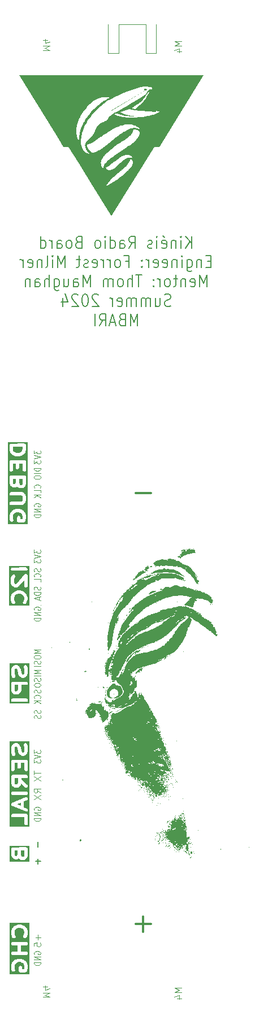
<source format=gbr>
%TF.GenerationSoftware,KiCad,Pcbnew,8.0.3*%
%TF.CreationDate,2024-07-11T13:48:36-07:00*%
%TF.ProjectId,radioboard_dev,72616469-6f62-46f6-9172-645f6465762e,rev?*%
%TF.SameCoordinates,Original*%
%TF.FileFunction,Legend,Bot*%
%TF.FilePolarity,Positive*%
%FSLAX46Y46*%
G04 Gerber Fmt 4.6, Leading zero omitted, Abs format (unit mm)*
G04 Created by KiCad (PCBNEW 8.0.3) date 2024-07-11 13:48:36*
%MOMM*%
%LPD*%
G01*
G04 APERTURE LIST*
%ADD10C,0.000000*%
%ADD11C,0.100000*%
%ADD12C,0.500000*%
%ADD13C,0.200000*%
%ADD14C,0.300000*%
%ADD15C,0.120000*%
G04 APERTURE END LIST*
D10*
G36*
X45329472Y-44152344D02*
G01*
X44548427Y-44152344D01*
X38143658Y-54512369D01*
X35367798Y-50030062D01*
X37280848Y-50030062D01*
X37498092Y-49920325D01*
X37713128Y-49806641D01*
X37925903Y-49689044D01*
X38136366Y-49567567D01*
X38344466Y-49442244D01*
X38550152Y-49313108D01*
X38753373Y-49180194D01*
X38954078Y-49043534D01*
X39152216Y-48903163D01*
X39347735Y-48759114D01*
X39540584Y-48611421D01*
X39730712Y-48460118D01*
X39918068Y-48305239D01*
X40102601Y-48146816D01*
X40284260Y-47984884D01*
X40462993Y-47819476D01*
X40589745Y-47697866D01*
X40702692Y-47586413D01*
X40802711Y-47484339D01*
X40890674Y-47390863D01*
X40967457Y-47305205D01*
X41033934Y-47226585D01*
X41090979Y-47154223D01*
X41139466Y-47087338D01*
X41180270Y-47025151D01*
X41214266Y-46966881D01*
X41242327Y-46911748D01*
X41265328Y-46858972D01*
X41284143Y-46807773D01*
X41299647Y-46757371D01*
X41312713Y-46706986D01*
X41324217Y-46655837D01*
X41332933Y-46622360D01*
X41340035Y-46588639D01*
X41345528Y-46554731D01*
X41349417Y-46520688D01*
X41351706Y-46486566D01*
X41352400Y-46452420D01*
X41351503Y-46418304D01*
X41349020Y-46384273D01*
X41344956Y-46350382D01*
X41339316Y-46316685D01*
X41332103Y-46283236D01*
X41323323Y-46250091D01*
X41312980Y-46217304D01*
X41301079Y-46184930D01*
X41287625Y-46153024D01*
X41272621Y-46121640D01*
X41267255Y-46112210D01*
X41261577Y-46102974D01*
X41255596Y-46093940D01*
X41249315Y-46085117D01*
X41242742Y-46076512D01*
X41235881Y-46068134D01*
X41228739Y-46059990D01*
X41221322Y-46052090D01*
X41213635Y-46044440D01*
X41205684Y-46037050D01*
X41197476Y-46029927D01*
X41189015Y-46023080D01*
X41180307Y-46016516D01*
X41171359Y-46010244D01*
X41162176Y-46004272D01*
X41152765Y-45998608D01*
X41143158Y-45993279D01*
X41133393Y-45988304D01*
X41123479Y-45983685D01*
X41113425Y-45979423D01*
X41103241Y-45975519D01*
X41092936Y-45971975D01*
X41082519Y-45968791D01*
X41072000Y-45965968D01*
X41061387Y-45963509D01*
X41050692Y-45961413D01*
X41039922Y-45959683D01*
X41029087Y-45958319D01*
X41018196Y-45957322D01*
X41007259Y-45956693D01*
X40996286Y-45956434D01*
X40985285Y-45956546D01*
X40968898Y-46011607D01*
X40950739Y-46065778D01*
X40930871Y-46119082D01*
X40909360Y-46171542D01*
X40861663Y-46274015D01*
X40808163Y-46373375D01*
X40749376Y-46469801D01*
X40685815Y-46563470D01*
X40617997Y-46654559D01*
X40546436Y-46743248D01*
X40471648Y-46829714D01*
X40394147Y-46914134D01*
X40314449Y-46996687D01*
X40233068Y-47077551D01*
X40067320Y-47234922D01*
X39901024Y-47387671D01*
X39770743Y-47506930D01*
X39707130Y-47566039D01*
X39644632Y-47625000D01*
X39567854Y-47693326D01*
X39448286Y-47797147D01*
X39123940Y-48075856D01*
X38692434Y-48446237D01*
X38500533Y-48613088D01*
X38348441Y-48748163D01*
X37280848Y-50030062D01*
X35367798Y-50030062D01*
X33200915Y-46531097D01*
X36578772Y-46531097D01*
X36583355Y-46615709D01*
X36593636Y-46697517D01*
X36608492Y-46777114D01*
X36626802Y-46855095D01*
X36647443Y-46932054D01*
X36654622Y-46956796D01*
X36662463Y-46981301D01*
X36670960Y-47005558D01*
X36680107Y-47029553D01*
X36689895Y-47053273D01*
X36700318Y-47076706D01*
X36711369Y-47099839D01*
X36723042Y-47122659D01*
X36735328Y-47145153D01*
X36748221Y-47167310D01*
X36761714Y-47189115D01*
X36775800Y-47210556D01*
X36790473Y-47231620D01*
X36805724Y-47252295D01*
X36821547Y-47272568D01*
X36837936Y-47292426D01*
X36854863Y-47311967D01*
X36872298Y-47330999D01*
X36890228Y-47349515D01*
X36908641Y-47367508D01*
X36927524Y-47384970D01*
X36946863Y-47401896D01*
X36966647Y-47418277D01*
X36986862Y-47434108D01*
X37007496Y-47449380D01*
X37028535Y-47464087D01*
X37049968Y-47478223D01*
X37071780Y-47491779D01*
X37093961Y-47504749D01*
X37116495Y-47517126D01*
X37139372Y-47528903D01*
X37162577Y-47540073D01*
X37115297Y-47490664D01*
X37075894Y-47440017D01*
X37043990Y-47388282D01*
X37019207Y-47335608D01*
X37001168Y-47282143D01*
X36989493Y-47228036D01*
X36983806Y-47173436D01*
X36983772Y-47149544D01*
X37303872Y-47149544D01*
X37305958Y-47166431D01*
X37314314Y-47211420D01*
X37321825Y-47241792D01*
X37332082Y-47275998D01*
X37345478Y-47312973D01*
X37362407Y-47351655D01*
X37372319Y-47371302D01*
X37383261Y-47390978D01*
X37395283Y-47410547D01*
X37408434Y-47429878D01*
X37422762Y-47448838D01*
X37438318Y-47467293D01*
X37455149Y-47485111D01*
X37473306Y-47502158D01*
X37492837Y-47518302D01*
X37513792Y-47533410D01*
X37536219Y-47547348D01*
X37560168Y-47559983D01*
X37585687Y-47571184D01*
X37612827Y-47580815D01*
X37641636Y-47588746D01*
X37672163Y-47594842D01*
X37710604Y-47599456D01*
X37749108Y-47602879D01*
X37787648Y-47605111D01*
X37826192Y-47606153D01*
X37864714Y-47606004D01*
X37903183Y-47604664D01*
X37941570Y-47602134D01*
X37979847Y-47598413D01*
X38017985Y-47593501D01*
X38055953Y-47587398D01*
X38093724Y-47580105D01*
X38131268Y-47571622D01*
X38168556Y-47561947D01*
X38205559Y-47551082D01*
X38242248Y-47539027D01*
X38278594Y-47525781D01*
X38314504Y-47511534D01*
X38349888Y-47496187D01*
X38384724Y-47479757D01*
X38418987Y-47462259D01*
X38452656Y-47443710D01*
X38485706Y-47424126D01*
X38518114Y-47403523D01*
X38549858Y-47381918D01*
X38580913Y-47359327D01*
X38611256Y-47335766D01*
X38640865Y-47311252D01*
X38669716Y-47285800D01*
X38697786Y-47259426D01*
X38725051Y-47232148D01*
X38751488Y-47203982D01*
X38777074Y-47174942D01*
X38942405Y-47003356D01*
X39112118Y-46836310D01*
X39286129Y-46673878D01*
X39464355Y-46516134D01*
X39646710Y-46363153D01*
X39833112Y-46215007D01*
X40023476Y-46071772D01*
X40217719Y-45933522D01*
X40266149Y-45906154D01*
X40323678Y-45878441D01*
X40389043Y-45851154D01*
X40460982Y-45825063D01*
X40538233Y-45800940D01*
X40619532Y-45779554D01*
X40703617Y-45761678D01*
X40789225Y-45748082D01*
X40875094Y-45739537D01*
X40959960Y-45736814D01*
X41042561Y-45740683D01*
X41082618Y-45745330D01*
X41121635Y-45751915D01*
X41159454Y-45760534D01*
X41195918Y-45771282D01*
X41230869Y-45784257D01*
X41264148Y-45799555D01*
X41295599Y-45817271D01*
X41325063Y-45837503D01*
X41352382Y-45860347D01*
X41377399Y-45885898D01*
X41369633Y-45863401D01*
X41361223Y-45841160D01*
X41352175Y-45819191D01*
X41342497Y-45797509D01*
X41332196Y-45776129D01*
X41321278Y-45755066D01*
X41309752Y-45734336D01*
X41297623Y-45713953D01*
X41284899Y-45693933D01*
X41271586Y-45674291D01*
X41257693Y-45655041D01*
X41243225Y-45636200D01*
X41228189Y-45617782D01*
X41212594Y-45599802D01*
X41196445Y-45582276D01*
X41179750Y-45565218D01*
X41162694Y-45548672D01*
X41145168Y-45532675D01*
X41127186Y-45517232D01*
X41108762Y-45502354D01*
X41089909Y-45488048D01*
X41070643Y-45474321D01*
X41050977Y-45461183D01*
X41030924Y-45448641D01*
X41010500Y-45436704D01*
X40989717Y-45425379D01*
X40968590Y-45414675D01*
X40947133Y-45404600D01*
X40925359Y-45395162D01*
X40903283Y-45386370D01*
X40880919Y-45378230D01*
X40858281Y-45370753D01*
X40793761Y-45355570D01*
X40728855Y-45343353D01*
X40663661Y-45334089D01*
X40598276Y-45327767D01*
X40532799Y-45324375D01*
X40467326Y-45323901D01*
X40401956Y-45326334D01*
X40336786Y-45331662D01*
X40271914Y-45339874D01*
X40207437Y-45350958D01*
X40143454Y-45364901D01*
X40080061Y-45381694D01*
X40017356Y-45401323D01*
X39955438Y-45423778D01*
X39894403Y-45449047D01*
X39834349Y-45477117D01*
X39717448Y-45543120D01*
X39601915Y-45611336D01*
X39487777Y-45681748D01*
X39375063Y-45754336D01*
X39263799Y-45829082D01*
X39154015Y-45905968D01*
X39045738Y-45984974D01*
X38938995Y-46066083D01*
X38828066Y-46148657D01*
X38701660Y-46245071D01*
X38419089Y-46464545D01*
X38198676Y-46635547D01*
X37984513Y-46799705D01*
X37883961Y-46875310D01*
X37789994Y-46944514D01*
X37704286Y-47005756D01*
X37628512Y-47057472D01*
X37604762Y-47073181D01*
X37571423Y-47093848D01*
X37551904Y-47105079D01*
X37530884Y-47116394D01*
X37508662Y-47127410D01*
X37485536Y-47137740D01*
X37461806Y-47147001D01*
X37437770Y-47154807D01*
X37413728Y-47160774D01*
X37401798Y-47162947D01*
X37389977Y-47164516D01*
X37378305Y-47165433D01*
X37366818Y-47165649D01*
X37355553Y-47165117D01*
X37344548Y-47163788D01*
X37333840Y-47161614D01*
X37323466Y-47158548D01*
X37313464Y-47154540D01*
X37303872Y-47149544D01*
X36983772Y-47149544D01*
X36983727Y-47118492D01*
X36988880Y-47063353D01*
X36998886Y-47008167D01*
X37013366Y-46953083D01*
X37031944Y-46898251D01*
X37054240Y-46843818D01*
X37079877Y-46789935D01*
X37108478Y-46736749D01*
X37139663Y-46684409D01*
X37173055Y-46633065D01*
X37208275Y-46582865D01*
X37282691Y-46486492D01*
X37359885Y-46396481D01*
X37436835Y-46314024D01*
X37510514Y-46240310D01*
X37577900Y-46176530D01*
X37681694Y-46083536D01*
X37700747Y-46066871D01*
X37794929Y-45990309D01*
X37927359Y-45892083D01*
X38093425Y-45774715D01*
X38288513Y-45640725D01*
X38747300Y-45332961D01*
X39266808Y-44988956D01*
X39267608Y-44988956D01*
X39766615Y-44659230D01*
X40257513Y-44331735D01*
X40711648Y-44022100D01*
X40915976Y-43878862D01*
X41100369Y-43745949D01*
X41215889Y-43659240D01*
X41324466Y-43573184D01*
X41426315Y-43487920D01*
X41521651Y-43403585D01*
X41610688Y-43320317D01*
X41693641Y-43238254D01*
X41770726Y-43157533D01*
X41842157Y-43078291D01*
X41908148Y-43000667D01*
X41968915Y-42924797D01*
X42024673Y-42850821D01*
X42075635Y-42778874D01*
X42122018Y-42709096D01*
X42164036Y-42641623D01*
X42201903Y-42576593D01*
X42235834Y-42514144D01*
X42266045Y-42454414D01*
X42292750Y-42397540D01*
X42336502Y-42292910D01*
X42368808Y-42201356D01*
X42391386Y-42123979D01*
X42405956Y-42061880D01*
X42414235Y-42016161D01*
X42418796Y-41978264D01*
X42392236Y-41925262D01*
X42363158Y-41876572D01*
X42331781Y-41832020D01*
X42298327Y-41791435D01*
X42263015Y-41754643D01*
X42226066Y-41721473D01*
X42187700Y-41691752D01*
X42148139Y-41665308D01*
X42107602Y-41641968D01*
X42066310Y-41621561D01*
X42024483Y-41603913D01*
X41982343Y-41588852D01*
X41940109Y-41576206D01*
X41898002Y-41565803D01*
X41856242Y-41557470D01*
X41815050Y-41551035D01*
X41735251Y-41543169D01*
X41660370Y-41540825D01*
X41592169Y-41542626D01*
X41532414Y-41547191D01*
X41482867Y-41553143D01*
X41445292Y-41559101D01*
X41413116Y-41565522D01*
X41413217Y-41591247D01*
X41412630Y-41616921D01*
X41411355Y-41642530D01*
X41409392Y-41668060D01*
X41406741Y-41693498D01*
X41403401Y-41718829D01*
X41399373Y-41744038D01*
X41394657Y-41769114D01*
X41389253Y-41794040D01*
X41383160Y-41818804D01*
X41376379Y-41843390D01*
X41368910Y-41867787D01*
X41360753Y-41891978D01*
X41351907Y-41915951D01*
X41342373Y-41939691D01*
X41332151Y-41963185D01*
X41321278Y-41986390D01*
X41309798Y-42009267D01*
X41297719Y-42031801D01*
X41285046Y-42053981D01*
X41271787Y-42075794D01*
X41257950Y-42097226D01*
X41243540Y-42118266D01*
X41228565Y-42138899D01*
X41213032Y-42159114D01*
X41196948Y-42178898D01*
X41180320Y-42198238D01*
X41163155Y-42217120D01*
X41145459Y-42235533D01*
X41127241Y-42253464D01*
X41108506Y-42270899D01*
X41089263Y-42287826D01*
X40937072Y-42437268D01*
X40780045Y-42581316D01*
X40618331Y-42719857D01*
X40452079Y-42852779D01*
X40281435Y-42979971D01*
X40106551Y-43101321D01*
X39927573Y-43216718D01*
X39744651Y-43326050D01*
X39407104Y-43534871D01*
X39075632Y-43752854D01*
X38750428Y-43979860D01*
X38431690Y-44215748D01*
X38119611Y-44460380D01*
X37814388Y-44713615D01*
X37516217Y-44975313D01*
X37225291Y-45245336D01*
X37156895Y-45323879D01*
X37093149Y-45400013D01*
X37033912Y-45473811D01*
X36979046Y-45545349D01*
X36928409Y-45614700D01*
X36881861Y-45681939D01*
X36839262Y-45747139D01*
X36800471Y-45810377D01*
X36765349Y-45871724D01*
X36733755Y-45931257D01*
X36705549Y-45989048D01*
X36680591Y-46045173D01*
X36658740Y-46099706D01*
X36639856Y-46152720D01*
X36623799Y-46204291D01*
X36610429Y-46254492D01*
X36599605Y-46303398D01*
X36591187Y-46351083D01*
X36585035Y-46397621D01*
X36581009Y-46443086D01*
X36578968Y-46487553D01*
X36578772Y-46531097D01*
X33200915Y-46531097D01*
X31727771Y-44152344D01*
X30972924Y-44152344D01*
X30527475Y-43430377D01*
X33596847Y-43430377D01*
X33602595Y-43556927D01*
X33616169Y-43692242D01*
X33638642Y-43833969D01*
X33671092Y-43979757D01*
X33714594Y-44127252D01*
X33740825Y-44200906D01*
X33770222Y-44274104D01*
X33802920Y-44346553D01*
X33839053Y-44417958D01*
X33878756Y-44488027D01*
X33922162Y-44556464D01*
X33969407Y-44622977D01*
X34020625Y-44687270D01*
X34075950Y-44749050D01*
X34135517Y-44808022D01*
X34199460Y-44863893D01*
X34267913Y-44916369D01*
X34341012Y-44965156D01*
X34418890Y-45009959D01*
X34501682Y-45050485D01*
X34589522Y-45086439D01*
X34682546Y-45117528D01*
X34780886Y-45143457D01*
X34884678Y-45163933D01*
X34994056Y-45178661D01*
X34936737Y-45135630D01*
X34793126Y-45013302D01*
X34702247Y-44925572D01*
X34605740Y-44821824D01*
X34508919Y-44703325D01*
X34417099Y-44571345D01*
X34374725Y-44500696D01*
X34335595Y-44427151D01*
X34300372Y-44350871D01*
X34269721Y-44272013D01*
X34244306Y-44190736D01*
X34224792Y-44107199D01*
X34211844Y-44021559D01*
X34206124Y-43933977D01*
X34207017Y-43897267D01*
X34540729Y-43897267D01*
X34541527Y-43961228D01*
X34549532Y-44034458D01*
X34566922Y-44116230D01*
X34595874Y-44205814D01*
X34615366Y-44253309D01*
X34638565Y-44302485D01*
X34665744Y-44353250D01*
X34697174Y-44405513D01*
X34733128Y-44459184D01*
X34773878Y-44514171D01*
X34819697Y-44570384D01*
X34870856Y-44627731D01*
X34927627Y-44686121D01*
X34990284Y-44745465D01*
X35059098Y-44805670D01*
X35134341Y-44866645D01*
X35216286Y-44928300D01*
X35305205Y-44990543D01*
X35335873Y-44996971D01*
X35442053Y-44992255D01*
X35530105Y-44974469D01*
X35645008Y-44940398D01*
X35789422Y-44885542D01*
X35966004Y-44805401D01*
X36177411Y-44695477D01*
X36426302Y-44551268D01*
X36715335Y-44368276D01*
X37047167Y-44142001D01*
X37424457Y-43867942D01*
X37849863Y-43541601D01*
X38326042Y-43158477D01*
X38855654Y-42714071D01*
X39085444Y-42526226D01*
X39342880Y-42329398D01*
X39668850Y-42097725D01*
X39851328Y-41976735D01*
X40043488Y-41856528D01*
X40242848Y-41740270D01*
X40446924Y-41631126D01*
X40653232Y-41532260D01*
X40859289Y-41446837D01*
X41062611Y-41378022D01*
X41260715Y-41328981D01*
X41297694Y-41322152D01*
X41397599Y-41308132D01*
X41465978Y-41301458D01*
X41543883Y-41296624D01*
X41629245Y-41294844D01*
X41719997Y-41297329D01*
X41814070Y-41305293D01*
X41909395Y-41319949D01*
X42003904Y-41342509D01*
X42050206Y-41357132D01*
X42095528Y-41374186D01*
X42139613Y-41393823D01*
X42182200Y-41416193D01*
X42223032Y-41441449D01*
X42261850Y-41469742D01*
X42298396Y-41501224D01*
X42332410Y-41536047D01*
X42363635Y-41574361D01*
X42391812Y-41616319D01*
X42397364Y-41596002D01*
X42400461Y-41571819D01*
X42400357Y-41539363D01*
X42394490Y-41499442D01*
X42380300Y-41452864D01*
X42355224Y-41400438D01*
X42316701Y-41342972D01*
X42262170Y-41281273D01*
X42228101Y-41249090D01*
X42189069Y-41216151D01*
X42144754Y-41182558D01*
X42094837Y-41148412D01*
X42038996Y-41113814D01*
X41976911Y-41078865D01*
X41908264Y-41043666D01*
X41832732Y-41008317D01*
X41749996Y-40972921D01*
X41659737Y-40937579D01*
X41561633Y-40902390D01*
X41455364Y-40867456D01*
X41340611Y-40832878D01*
X41217053Y-40798757D01*
X41009947Y-40768458D01*
X40759673Y-40758615D01*
X40600367Y-40763196D01*
X40419238Y-40777226D01*
X40217003Y-40803041D01*
X39994380Y-40842978D01*
X39752086Y-40899371D01*
X39490838Y-40974558D01*
X39211354Y-41070874D01*
X38914352Y-41190655D01*
X38600548Y-41336236D01*
X38270660Y-41509954D01*
X38149336Y-41579942D01*
X38011473Y-41663707D01*
X37860477Y-41758578D01*
X37699752Y-41861885D01*
X37362730Y-42083133D01*
X37027641Y-42306090D01*
X36731871Y-42503036D01*
X36601810Y-42588598D01*
X36487897Y-42662475D01*
X36433014Y-42697373D01*
X36374029Y-42736270D01*
X36245502Y-42824203D01*
X36105812Y-42922555D01*
X35958459Y-43027606D01*
X35711397Y-43203346D01*
X35588455Y-43289160D01*
X35468423Y-43370900D01*
X35353191Y-43446539D01*
X35244646Y-43514049D01*
X35193471Y-43544122D01*
X35144676Y-43571403D01*
X35098498Y-43595637D01*
X35055171Y-43616572D01*
X34996208Y-43638855D01*
X34936621Y-43659269D01*
X34876456Y-43677805D01*
X34815760Y-43694453D01*
X34754581Y-43709204D01*
X34692965Y-43722048D01*
X34630959Y-43732975D01*
X34568610Y-43741976D01*
X34559794Y-43768278D01*
X34552039Y-43800064D01*
X34544959Y-43843303D01*
X34540729Y-43897267D01*
X34207017Y-43897267D01*
X34208298Y-43844609D01*
X34219031Y-43753615D01*
X34238985Y-43661154D01*
X34268827Y-43567383D01*
X34309220Y-43472462D01*
X34360828Y-43376549D01*
X34424316Y-43279803D01*
X34500348Y-43182381D01*
X34673088Y-43022247D01*
X34840904Y-42871635D01*
X34931142Y-42793147D01*
X35020254Y-42718044D01*
X35075686Y-42665458D01*
X35129451Y-42611314D01*
X35181519Y-42555654D01*
X35231859Y-42498520D01*
X35280442Y-42439954D01*
X35327236Y-42379997D01*
X35372212Y-42318692D01*
X35415339Y-42256079D01*
X35456588Y-42192202D01*
X35495927Y-42127101D01*
X35533327Y-42060819D01*
X35568757Y-41993398D01*
X35602187Y-41924878D01*
X35633586Y-41855303D01*
X35662926Y-41784713D01*
X35690174Y-41713152D01*
X35720811Y-41622589D01*
X35755220Y-41533730D01*
X35793322Y-41446681D01*
X35835037Y-41361546D01*
X35880286Y-41278429D01*
X35928991Y-41197435D01*
X35981072Y-41118669D01*
X36036451Y-41042235D01*
X36095048Y-40968238D01*
X36156785Y-40896783D01*
X36221581Y-40827974D01*
X36289359Y-40761916D01*
X36360039Y-40698714D01*
X36433542Y-40638471D01*
X36509790Y-40581294D01*
X36588702Y-40527286D01*
X36628397Y-40517936D01*
X36734963Y-40487760D01*
X36807453Y-40463865D01*
X36889618Y-40433567D01*
X36979111Y-40396467D01*
X37073583Y-40352167D01*
X37170688Y-40300267D01*
X37268078Y-40240369D01*
X37363404Y-40172074D01*
X37409561Y-40134653D01*
X37454321Y-40094983D01*
X37497391Y-40053014D01*
X37538479Y-40008697D01*
X37577290Y-39961982D01*
X37613532Y-39912818D01*
X37646910Y-39861157D01*
X37677132Y-39806947D01*
X37703903Y-39750140D01*
X37726931Y-39690685D01*
X38317986Y-39226336D01*
X38604822Y-39226336D01*
X38648889Y-39256441D01*
X38705789Y-39290436D01*
X38787546Y-39333827D01*
X38895372Y-39384190D01*
X38959439Y-39411228D01*
X39030477Y-39439099D01*
X39108636Y-39467502D01*
X39194070Y-39496132D01*
X39286928Y-39524687D01*
X39387362Y-39552864D01*
X39495524Y-39580359D01*
X39611565Y-39606870D01*
X39735635Y-39632094D01*
X39867887Y-39655727D01*
X40008472Y-39677467D01*
X40157540Y-39697010D01*
X40315244Y-39714053D01*
X40481734Y-39728294D01*
X40657162Y-39739430D01*
X40841679Y-39747156D01*
X41035436Y-39751171D01*
X41238585Y-39751172D01*
X41451277Y-39746854D01*
X41673664Y-39737916D01*
X41905896Y-39724054D01*
X42148124Y-39704965D01*
X42473574Y-39670561D01*
X42826264Y-39625351D01*
X43257488Y-39559510D01*
X43491276Y-39518394D01*
X43731166Y-39471568D01*
X43972650Y-39418850D01*
X44211216Y-39360056D01*
X44442356Y-39295002D01*
X44661557Y-39223504D01*
X44864311Y-39145379D01*
X44958111Y-39103774D01*
X45046108Y-39060443D01*
X45079779Y-39044783D01*
X45112930Y-39028173D01*
X45145559Y-39010633D01*
X45177668Y-38992180D01*
X45209257Y-38972835D01*
X45240325Y-38952615D01*
X45270872Y-38931540D01*
X45300900Y-38909628D01*
X45302369Y-38908261D01*
X45303801Y-38906842D01*
X45305196Y-38905374D01*
X45306554Y-38903861D01*
X45307875Y-38902306D01*
X45309159Y-38900712D01*
X45310406Y-38899084D01*
X45311615Y-38897425D01*
X45312788Y-38895737D01*
X45313923Y-38894025D01*
X45315021Y-38892292D01*
X45316082Y-38890541D01*
X45317105Y-38888776D01*
X45318092Y-38887000D01*
X45319040Y-38885218D01*
X45319952Y-38883431D01*
X45321365Y-38879526D01*
X45322013Y-38877548D01*
X45322619Y-38875556D01*
X45323184Y-38873550D01*
X45323705Y-38871531D01*
X45324183Y-38869500D01*
X45324614Y-38867459D01*
X45325000Y-38865408D01*
X45325337Y-38863349D01*
X45325626Y-38861283D01*
X45325865Y-38859211D01*
X45326052Y-38857135D01*
X45326188Y-38855054D01*
X45326270Y-38852971D01*
X45326297Y-38850887D01*
X45281849Y-38754853D01*
X45272696Y-38733730D01*
X45261896Y-38710141D01*
X45238889Y-38662078D01*
X45212000Y-38608000D01*
X45157231Y-38792157D01*
X45079438Y-38828662D01*
X44932596Y-38662769D01*
X44854815Y-38792157D01*
X44807192Y-38862005D01*
X41547254Y-38619118D01*
X41463733Y-38602672D01*
X41380471Y-38584876D01*
X41297507Y-38565721D01*
X41214876Y-38545199D01*
X41132617Y-38523300D01*
X41050766Y-38500015D01*
X40969361Y-38475335D01*
X40888439Y-38449252D01*
X40886189Y-38448090D01*
X40883903Y-38446986D01*
X40881586Y-38445943D01*
X40879237Y-38444962D01*
X40876862Y-38444046D01*
X40874460Y-38443198D01*
X40872035Y-38442419D01*
X40869589Y-38441712D01*
X40867125Y-38441080D01*
X40864644Y-38440524D01*
X40862150Y-38440048D01*
X40859644Y-38439653D01*
X40857128Y-38439341D01*
X40854606Y-38439116D01*
X40852078Y-38438979D01*
X40849549Y-38438933D01*
X40847020Y-38438979D01*
X40844492Y-38439116D01*
X40841970Y-38439341D01*
X40839454Y-38439653D01*
X40836948Y-38440048D01*
X40834454Y-38440524D01*
X40831973Y-38441080D01*
X40829508Y-38441712D01*
X40827063Y-38442419D01*
X40824638Y-38443198D01*
X40822236Y-38444046D01*
X40819860Y-38444962D01*
X40817512Y-38445943D01*
X40815194Y-38446986D01*
X40812908Y-38448090D01*
X40810658Y-38449252D01*
X40743808Y-38478522D01*
X40574119Y-38550655D01*
X40465173Y-38595447D01*
X40347876Y-38642135D01*
X40228011Y-38687780D01*
X40111367Y-38729443D01*
X39466832Y-38938999D01*
X39613699Y-39013335D01*
X39762521Y-39083032D01*
X39913186Y-39148067D01*
X40065584Y-39208415D01*
X40219605Y-39264051D01*
X40375139Y-39314952D01*
X40532075Y-39361093D01*
X40690303Y-39402449D01*
X40849712Y-39438996D01*
X41010192Y-39470710D01*
X41171633Y-39497566D01*
X41333923Y-39519539D01*
X41496953Y-39536606D01*
X41660613Y-39548742D01*
X41824791Y-39555923D01*
X41989378Y-39558123D01*
X41682419Y-39572176D01*
X41341834Y-39572901D01*
X41137340Y-39566776D01*
X40914835Y-39554455D01*
X40677913Y-39534534D01*
X40430166Y-39505611D01*
X40175187Y-39466281D01*
X39916568Y-39415141D01*
X39657903Y-39350788D01*
X39529676Y-39313218D01*
X39402784Y-39271818D01*
X39277678Y-39226414D01*
X39154805Y-39176829D01*
X39034615Y-39122888D01*
X38917557Y-39064415D01*
X38604822Y-39226336D01*
X38317986Y-39226336D01*
X38467511Y-39108865D01*
X39057540Y-38787892D01*
X39941827Y-38294477D01*
X41173403Y-38294477D01*
X41663150Y-38438146D01*
X41878069Y-38284938D01*
X42107219Y-38108931D01*
X42240695Y-38000598D01*
X42382384Y-37880434D01*
X42528994Y-37749731D01*
X42677232Y-37609781D01*
X42823808Y-37461876D01*
X42965430Y-37307308D01*
X43098806Y-37147367D01*
X43161374Y-37065787D01*
X43220645Y-36983347D01*
X43276209Y-36900211D01*
X43327654Y-36816540D01*
X43374570Y-36732494D01*
X43416543Y-36648235D01*
X43571124Y-36363677D01*
X43699166Y-36129197D01*
X43803099Y-35940999D01*
X43822930Y-35908598D01*
X43841953Y-35875694D01*
X43860177Y-35842305D01*
X43877610Y-35808451D01*
X43894262Y-35774149D01*
X43910142Y-35739420D01*
X43925258Y-35704282D01*
X43939621Y-35668753D01*
X43880055Y-35724369D01*
X43822219Y-35781660D01*
X43766131Y-35840588D01*
X43711811Y-35901117D01*
X43659276Y-35963209D01*
X43608547Y-36026826D01*
X43559640Y-36091932D01*
X43512576Y-36158488D01*
X43412157Y-36311287D01*
X43308557Y-36461862D01*
X43201795Y-36610150D01*
X43091888Y-36756084D01*
X42978857Y-36899600D01*
X42862718Y-37040631D01*
X42743491Y-37179114D01*
X42621195Y-37314983D01*
X42449759Y-37450929D01*
X42275431Y-37583109D01*
X42098294Y-37711476D01*
X41918432Y-37835983D01*
X41735928Y-37956583D01*
X41550866Y-38073230D01*
X41363330Y-38185877D01*
X41173403Y-38294477D01*
X39941827Y-38294477D01*
X40425493Y-38024601D01*
X41212691Y-37570661D01*
X41968170Y-37118433D01*
X42616530Y-36705346D01*
X42876977Y-36525178D01*
X43082370Y-36368832D01*
X43106877Y-36352957D01*
X43142646Y-36323794D01*
X43198656Y-36272194D01*
X43278329Y-36191945D01*
X43385089Y-36076833D01*
X43522359Y-35920644D01*
X43693562Y-35717164D01*
X43713391Y-35695361D01*
X43733593Y-35673995D01*
X43754168Y-35653055D01*
X43775115Y-35632533D01*
X43796435Y-35612420D01*
X43818127Y-35592707D01*
X43840191Y-35573385D01*
X43862628Y-35554443D01*
X43871085Y-35549175D01*
X43879768Y-35544379D01*
X43888646Y-35540054D01*
X43897689Y-35536201D01*
X43906867Y-35532816D01*
X43916150Y-35529899D01*
X43925507Y-35527449D01*
X43934908Y-35525464D01*
X43944323Y-35523943D01*
X43953722Y-35522884D01*
X43963074Y-35522287D01*
X43972349Y-35522149D01*
X43981518Y-35522470D01*
X43990549Y-35523249D01*
X43999413Y-35524484D01*
X44008080Y-35526173D01*
X44016518Y-35528316D01*
X44024699Y-35530911D01*
X44032591Y-35533957D01*
X44040164Y-35537452D01*
X44047389Y-35541396D01*
X44054235Y-35545787D01*
X44060671Y-35550623D01*
X44066668Y-35555903D01*
X44072195Y-35561626D01*
X44077223Y-35567792D01*
X44081720Y-35574397D01*
X44085657Y-35581442D01*
X44089003Y-35588924D01*
X44091729Y-35596843D01*
X44093803Y-35605197D01*
X44095196Y-35613984D01*
X44209494Y-35452051D01*
X44211195Y-35445336D01*
X44212725Y-35438588D01*
X44214080Y-35431809D01*
X44215258Y-35425003D01*
X44216255Y-35418174D01*
X44217067Y-35411325D01*
X44217691Y-35404460D01*
X44218123Y-35397582D01*
X44218360Y-35390695D01*
X44218398Y-35383802D01*
X44218233Y-35376906D01*
X44217863Y-35370012D01*
X44217283Y-35363122D01*
X44216491Y-35356240D01*
X44215482Y-35349369D01*
X44214254Y-35342514D01*
X44212962Y-35335697D01*
X44211467Y-35328940D01*
X44209773Y-35322246D01*
X44207881Y-35315618D01*
X44205793Y-35309059D01*
X44203513Y-35302573D01*
X44201042Y-35296164D01*
X44198382Y-35289835D01*
X44195537Y-35283590D01*
X44192507Y-35277432D01*
X44189297Y-35271364D01*
X44185907Y-35265391D01*
X44182340Y-35259515D01*
X44178599Y-35253740D01*
X44174686Y-35248070D01*
X44170603Y-35242508D01*
X44166362Y-35236925D01*
X44161975Y-35231493D01*
X44157447Y-35226213D01*
X44152780Y-35221084D01*
X44147978Y-35216110D01*
X44143044Y-35211290D01*
X44137983Y-35206626D01*
X44132797Y-35202120D01*
X44127490Y-35197771D01*
X44122065Y-35193582D01*
X44116527Y-35189554D01*
X44110879Y-35185687D01*
X44105123Y-35181983D01*
X44099265Y-35178443D01*
X44093306Y-35175068D01*
X44087251Y-35171860D01*
X44080965Y-35168828D01*
X44074609Y-35165982D01*
X44068187Y-35163322D01*
X44061705Y-35160848D01*
X44055167Y-35158560D01*
X44048578Y-35156458D01*
X44041942Y-35154542D01*
X44035264Y-35152811D01*
X44028549Y-35151267D01*
X44021802Y-35149909D01*
X44015027Y-35148736D01*
X44008229Y-35147750D01*
X44001412Y-35146949D01*
X43994582Y-35146334D01*
X43987742Y-35145905D01*
X43980899Y-35145663D01*
X43955596Y-35144621D01*
X43930295Y-35143878D01*
X43904994Y-35143431D01*
X43879693Y-35143283D01*
X43854393Y-35143431D01*
X43829092Y-35143878D01*
X43803791Y-35144621D01*
X43778488Y-35145663D01*
X43677179Y-35133573D01*
X43575674Y-35123491D01*
X43474001Y-35115419D01*
X43372189Y-35109355D01*
X43270264Y-35105300D01*
X43168256Y-35103253D01*
X43066192Y-35103215D01*
X42964100Y-35105185D01*
X42223470Y-35289162D01*
X41412973Y-35528704D01*
X40411502Y-35875124D01*
X39863169Y-36090407D01*
X39295916Y-36334802D01*
X38719350Y-36609107D01*
X38143077Y-36914119D01*
X37576707Y-37250637D01*
X37029845Y-37619458D01*
X36512100Y-38021378D01*
X36033080Y-38457197D01*
X35665076Y-38831461D01*
X35285998Y-39272796D01*
X35071292Y-39549286D01*
X34848801Y-39860047D01*
X34625269Y-40202872D01*
X34407438Y-40575551D01*
X34202053Y-40975878D01*
X34015858Y-41401645D01*
X33855596Y-41850642D01*
X33787297Y-42083163D01*
X33728011Y-42320663D01*
X33678580Y-42562867D01*
X33639847Y-42809499D01*
X33612655Y-43060283D01*
X33597848Y-43314943D01*
X33596847Y-43430377D01*
X30527475Y-43430377D01*
X29556614Y-41856842D01*
X32903912Y-41856842D01*
X32909964Y-42022323D01*
X32923410Y-42178289D01*
X32943246Y-42324673D01*
X32968471Y-42461408D01*
X32998085Y-42588429D01*
X33031085Y-42705669D01*
X33066470Y-42813062D01*
X33103238Y-42910542D01*
X33140388Y-42998042D01*
X33211828Y-43142838D01*
X33272776Y-43246920D01*
X33331149Y-43330822D01*
X33324326Y-43159719D01*
X33323185Y-42988811D01*
X33327697Y-42818235D01*
X33337833Y-42648130D01*
X33353565Y-42478635D01*
X33374862Y-42309887D01*
X33401697Y-42142026D01*
X33434039Y-41975189D01*
X33471860Y-41809515D01*
X33515131Y-41645142D01*
X33563822Y-41482209D01*
X33617905Y-41320853D01*
X33677351Y-41161214D01*
X33742130Y-41003430D01*
X33812213Y-40847639D01*
X33887571Y-40693979D01*
X34014024Y-40458887D01*
X34146866Y-40227563D01*
X34286016Y-40000127D01*
X34431388Y-39776701D01*
X34582899Y-39557405D01*
X34740467Y-39342360D01*
X34904007Y-39131687D01*
X35073436Y-38925507D01*
X35222344Y-38761248D01*
X35374938Y-38600693D01*
X35531146Y-38443901D01*
X35690896Y-38290930D01*
X35854115Y-38141837D01*
X36020732Y-37996681D01*
X36190674Y-37855521D01*
X36363870Y-37718413D01*
X36540247Y-37585417D01*
X36719734Y-37456590D01*
X36902257Y-37331990D01*
X37087746Y-37211676D01*
X37276127Y-37095706D01*
X37467329Y-36984138D01*
X37661280Y-36877029D01*
X37857908Y-36774439D01*
X37705649Y-36741395D01*
X37555508Y-36717174D01*
X37407552Y-36701412D01*
X37261851Y-36693741D01*
X37118476Y-36693796D01*
X36977496Y-36701210D01*
X36838981Y-36715618D01*
X36703001Y-36736653D01*
X36569625Y-36763949D01*
X36438924Y-36797141D01*
X36310966Y-36835861D01*
X36185822Y-36879744D01*
X36063562Y-36928424D01*
X35944255Y-36981534D01*
X35827971Y-37038709D01*
X35714780Y-37099583D01*
X35604752Y-37163789D01*
X35497956Y-37230961D01*
X35294340Y-37372739D01*
X35104491Y-37521988D01*
X34928966Y-37675781D01*
X34768325Y-37831187D01*
X34623124Y-37985278D01*
X34493923Y-38135125D01*
X34381279Y-38277799D01*
X34156258Y-38578064D01*
X33953653Y-38869807D01*
X33772462Y-39152961D01*
X33611684Y-39427462D01*
X33470317Y-39693242D01*
X33347359Y-39950236D01*
X33241809Y-40198377D01*
X33152665Y-40437598D01*
X33078927Y-40667834D01*
X33019592Y-40889018D01*
X32973658Y-41101084D01*
X32940125Y-41303966D01*
X32917991Y-41497597D01*
X32906254Y-41681911D01*
X32903912Y-41856842D01*
X29556614Y-41856842D01*
X24321295Y-33371631D01*
X51981101Y-33371631D01*
X45329472Y-44152344D01*
G37*
G36*
X43276567Y-35420853D02*
G01*
X43287360Y-35421384D01*
X43298119Y-35422231D01*
X43308835Y-35423394D01*
X43319503Y-35424873D01*
X43330115Y-35426668D01*
X43340664Y-35428780D01*
X43351144Y-35431208D01*
X43361546Y-35433952D01*
X43371865Y-35437012D01*
X43382094Y-35440389D01*
X43392225Y-35444082D01*
X43402251Y-35448091D01*
X43405488Y-35450526D01*
X43408645Y-35453071D01*
X43411718Y-35455723D01*
X43414703Y-35458480D01*
X43417595Y-35461340D01*
X43420389Y-35464299D01*
X43423081Y-35467357D01*
X43425666Y-35470510D01*
X43428139Y-35473755D01*
X43430496Y-35477092D01*
X43432733Y-35480517D01*
X43434844Y-35484028D01*
X43436825Y-35487623D01*
X43438671Y-35491300D01*
X43440379Y-35495055D01*
X43441942Y-35498887D01*
X43443505Y-35502634D01*
X43444921Y-35506432D01*
X43446194Y-35510277D01*
X43447324Y-35514164D01*
X43448314Y-35518088D01*
X43449168Y-35522045D01*
X43449886Y-35526030D01*
X43450472Y-35530038D01*
X43450928Y-35534065D01*
X43451256Y-35538107D01*
X43451459Y-35542157D01*
X43451539Y-35546212D01*
X43451497Y-35550268D01*
X43451338Y-35554319D01*
X43451063Y-35558361D01*
X43450674Y-35562389D01*
X43450383Y-35569584D01*
X43449522Y-35576726D01*
X43448105Y-35583803D01*
X43446147Y-35590804D01*
X43443663Y-35597717D01*
X43440669Y-35604531D01*
X43437180Y-35611234D01*
X43433210Y-35617814D01*
X43428776Y-35624261D01*
X43423891Y-35630563D01*
X43412833Y-35642685D01*
X43400155Y-35654089D01*
X43385981Y-35664682D01*
X43370429Y-35674373D01*
X43353622Y-35683070D01*
X43335681Y-35690681D01*
X43316725Y-35697114D01*
X43296877Y-35702277D01*
X43276257Y-35706079D01*
X43254986Y-35708427D01*
X43233185Y-35709231D01*
X43222525Y-35709060D01*
X43211987Y-35708552D01*
X43201584Y-35707715D01*
X43191330Y-35706556D01*
X43181241Y-35705083D01*
X43171330Y-35703302D01*
X43161611Y-35701222D01*
X43152099Y-35698849D01*
X43142808Y-35696192D01*
X43133752Y-35693257D01*
X43124945Y-35690052D01*
X43116402Y-35686584D01*
X43108137Y-35682861D01*
X43100164Y-35678891D01*
X43092498Y-35674680D01*
X43085152Y-35670235D01*
X43078141Y-35665566D01*
X43071478Y-35660678D01*
X43065180Y-35655580D01*
X43059259Y-35650278D01*
X43053729Y-35644780D01*
X43048606Y-35639094D01*
X43043903Y-35633226D01*
X43039635Y-35627185D01*
X43035816Y-35620978D01*
X43032459Y-35614612D01*
X43029580Y-35608095D01*
X43027192Y-35601433D01*
X43025310Y-35594635D01*
X43023949Y-35587708D01*
X43023121Y-35580658D01*
X43022842Y-35573495D01*
X43023121Y-35566217D01*
X43023949Y-35558975D01*
X43025310Y-35551781D01*
X43027192Y-35544649D01*
X43029580Y-35537592D01*
X43032459Y-35530621D01*
X43035816Y-35523751D01*
X43039635Y-35516993D01*
X43043903Y-35510361D01*
X43048606Y-35503868D01*
X43059259Y-35491346D01*
X43071478Y-35479532D01*
X43085152Y-35468526D01*
X43100164Y-35458432D01*
X43116402Y-35449352D01*
X43133752Y-35441389D01*
X43152099Y-35434643D01*
X43171330Y-35429219D01*
X43191330Y-35425217D01*
X43211987Y-35422741D01*
X43222525Y-35422107D01*
X43233185Y-35421893D01*
X43244048Y-35421159D01*
X43254904Y-35420741D01*
X43265746Y-35420639D01*
X43276567Y-35420853D01*
G37*
G36*
X38275421Y-38674674D02*
G01*
X37936488Y-38818343D01*
X43233185Y-35709231D01*
X38275421Y-38674674D01*
G37*
D11*
X26606038Y-165013312D02*
X26558419Y-164937122D01*
X26558419Y-164937122D02*
X26558419Y-164822836D01*
X26558419Y-164822836D02*
X26606038Y-164708550D01*
X26606038Y-164708550D02*
X26701276Y-164632360D01*
X26701276Y-164632360D02*
X26796514Y-164594265D01*
X26796514Y-164594265D02*
X26986990Y-164556169D01*
X26986990Y-164556169D02*
X27129847Y-164556169D01*
X27129847Y-164556169D02*
X27320323Y-164594265D01*
X27320323Y-164594265D02*
X27415561Y-164632360D01*
X27415561Y-164632360D02*
X27510800Y-164708550D01*
X27510800Y-164708550D02*
X27558419Y-164822836D01*
X27558419Y-164822836D02*
X27558419Y-164899027D01*
X27558419Y-164899027D02*
X27510800Y-165013312D01*
X27510800Y-165013312D02*
X27463180Y-165051408D01*
X27463180Y-165051408D02*
X27129847Y-165051408D01*
X27129847Y-165051408D02*
X27129847Y-164899027D01*
X27558419Y-165394265D02*
X26558419Y-165394265D01*
X26558419Y-165394265D02*
X27558419Y-165851408D01*
X27558419Y-165851408D02*
X26558419Y-165851408D01*
X27558419Y-166232360D02*
X26558419Y-166232360D01*
X26558419Y-166232360D02*
X26558419Y-166422836D01*
X26558419Y-166422836D02*
X26606038Y-166537122D01*
X26606038Y-166537122D02*
X26701276Y-166613312D01*
X26701276Y-166613312D02*
X26796514Y-166651407D01*
X26796514Y-166651407D02*
X26986990Y-166689503D01*
X26986990Y-166689503D02*
X27129847Y-166689503D01*
X27129847Y-166689503D02*
X27320323Y-166651407D01*
X27320323Y-166651407D02*
X27415561Y-166613312D01*
X27415561Y-166613312D02*
X27510800Y-166537122D01*
X27510800Y-166537122D02*
X27558419Y-166422836D01*
X27558419Y-166422836D02*
X27558419Y-166232360D01*
D12*
G36*
X24564984Y-142799593D02*
G01*
X24027133Y-142576856D01*
X24563249Y-142352109D01*
X24564984Y-142799593D01*
G37*
G36*
X24183549Y-138970179D02*
G01*
X24182959Y-138971926D01*
X24183604Y-138981606D01*
X24185152Y-139304153D01*
X24123553Y-139465467D01*
X24076947Y-139526661D01*
X23981626Y-139588593D01*
X23838496Y-139590649D01*
X23745974Y-139535058D01*
X23699147Y-139479307D01*
X23633045Y-139321310D01*
X23629864Y-138658463D01*
X24182047Y-138657168D01*
X24183549Y-138970179D01*
G37*
G36*
X25883238Y-145928047D02*
G01*
X22883238Y-145928047D01*
X22883238Y-144193602D01*
X23138042Y-144193602D01*
X23138042Y-144291148D01*
X23175371Y-144381268D01*
X23244345Y-144450242D01*
X23334465Y-144487571D01*
X23383238Y-144492375D01*
X25134191Y-144488269D01*
X25138042Y-145481624D01*
X25175371Y-145571744D01*
X25244345Y-145640718D01*
X25334465Y-145678047D01*
X25432011Y-145678047D01*
X25522131Y-145640718D01*
X25591105Y-145571744D01*
X25628434Y-145481624D01*
X25633238Y-145432851D01*
X25628434Y-144193602D01*
X25591105Y-144103482D01*
X25522131Y-144034508D01*
X25432011Y-143997179D01*
X25383238Y-143992375D01*
X23334465Y-143997179D01*
X23244345Y-144034508D01*
X23175371Y-144103482D01*
X23138042Y-144193602D01*
X22883238Y-144193602D01*
X22883238Y-142527448D01*
X23137940Y-142527448D01*
X23138040Y-142575708D01*
X23137940Y-142623968D01*
X23138142Y-142624460D01*
X23138144Y-142624993D01*
X23156660Y-142669432D01*
X23175080Y-142714165D01*
X23175457Y-142714543D01*
X23175662Y-142715035D01*
X23209857Y-142749088D01*
X23243911Y-142783284D01*
X23244531Y-142783617D01*
X23244781Y-142783866D01*
X23245694Y-142784242D01*
X23287084Y-142806477D01*
X25333954Y-143654135D01*
X25431499Y-143654339D01*
X25521695Y-143617199D01*
X25590814Y-143548369D01*
X25628332Y-143458326D01*
X25628536Y-143360781D01*
X25591396Y-143270584D01*
X25522566Y-143201465D01*
X25479392Y-143178272D01*
X25061165Y-143005074D01*
X25057831Y-142144774D01*
X25522566Y-141949951D01*
X25591396Y-141880832D01*
X25628536Y-141790635D01*
X25628332Y-141693090D01*
X25590814Y-141603047D01*
X25521695Y-141534217D01*
X25431499Y-141497077D01*
X25333954Y-141497281D01*
X25287085Y-141511606D01*
X23273954Y-142355537D01*
X23244781Y-142367550D01*
X23244404Y-142367925D01*
X23243911Y-142368132D01*
X23209857Y-142402327D01*
X23175662Y-142436381D01*
X23175457Y-142436872D01*
X23175080Y-142437251D01*
X23156660Y-142481983D01*
X23138144Y-142526423D01*
X23138142Y-142526955D01*
X23137940Y-142527448D01*
X22883238Y-142527448D01*
X22883238Y-140860269D01*
X23138042Y-140860269D01*
X23138042Y-140957815D01*
X23175371Y-141047935D01*
X23244345Y-141116909D01*
X23334465Y-141154238D01*
X23383238Y-141159042D01*
X25432011Y-141154238D01*
X25522131Y-141116909D01*
X25591105Y-141047935D01*
X25628434Y-140957815D01*
X25628434Y-140860269D01*
X25591105Y-140770149D01*
X25522131Y-140701175D01*
X25432011Y-140663846D01*
X25383238Y-140659042D01*
X23334465Y-140663846D01*
X23244345Y-140701175D01*
X23175371Y-140770149D01*
X23138042Y-140860269D01*
X22883238Y-140860269D01*
X22883238Y-138409042D01*
X23133238Y-138409042D01*
X23137868Y-139374103D01*
X23137465Y-139407202D01*
X23138037Y-139409174D01*
X23138042Y-139410196D01*
X23139014Y-139412544D01*
X23151119Y-139454271D01*
X23248668Y-139687434D01*
X23256542Y-139714606D01*
X23266340Y-139729674D01*
X23268931Y-139735866D01*
X23273233Y-139740275D01*
X23283259Y-139755692D01*
X23387756Y-139880106D01*
X23402401Y-139900641D01*
X23409786Y-139906334D01*
X23412717Y-139909824D01*
X23418299Y-139912898D01*
X23441214Y-139930564D01*
X23614491Y-140034674D01*
X23625297Y-140045480D01*
X23648409Y-140055053D01*
X23675596Y-140071388D01*
X23696155Y-140074830D01*
X23715417Y-140082809D01*
X23764190Y-140087613D01*
X24026471Y-140083846D01*
X24042293Y-140087497D01*
X24067627Y-140083254D01*
X24098677Y-140082809D01*
X24117938Y-140074830D01*
X24138499Y-140071388D01*
X24182404Y-140049612D01*
X24188705Y-140045517D01*
X24188797Y-140045480D01*
X24188858Y-140045418D01*
X24376344Y-139923607D01*
X24401376Y-139909824D01*
X24407978Y-139903055D01*
X24411694Y-139900641D01*
X24415395Y-139895450D01*
X24435596Y-139874740D01*
X24527848Y-139753609D01*
X24545164Y-139735866D01*
X24553296Y-139720194D01*
X24557552Y-139714607D01*
X24559266Y-139708690D01*
X24567738Y-139692366D01*
X24636002Y-139513595D01*
X25258481Y-140054259D01*
X25350884Y-140085510D01*
X25448212Y-140079022D01*
X25535649Y-140035781D01*
X25599884Y-139962370D01*
X25631135Y-139869966D01*
X25624647Y-139772639D01*
X25581406Y-139685201D01*
X25547864Y-139649469D01*
X24678616Y-138894469D01*
X24677472Y-138656007D01*
X25432011Y-138654238D01*
X25522131Y-138616909D01*
X25591105Y-138547935D01*
X25628434Y-138457815D01*
X25628434Y-138360269D01*
X25591105Y-138270149D01*
X25522131Y-138201175D01*
X25432011Y-138163846D01*
X25383238Y-138159042D01*
X23334465Y-138163846D01*
X23244345Y-138201175D01*
X23175371Y-138270149D01*
X23138042Y-138360269D01*
X23133238Y-138409042D01*
X22883238Y-138409042D01*
X22883238Y-136147137D01*
X23133238Y-136147137D01*
X23138042Y-137386386D01*
X23175371Y-137476506D01*
X23244345Y-137545480D01*
X23334465Y-137582809D01*
X23432011Y-137582809D01*
X23522131Y-137545480D01*
X23591105Y-137476506D01*
X23628434Y-137386386D01*
X23633238Y-137337613D01*
X23629589Y-136396559D01*
X24086971Y-136395486D01*
X24090423Y-137029243D01*
X24127752Y-137119363D01*
X24196726Y-137188337D01*
X24286846Y-137225666D01*
X24384392Y-137225666D01*
X24474512Y-137188337D01*
X24543486Y-137119363D01*
X24580815Y-137029243D01*
X24585619Y-136980470D01*
X24582426Y-136394325D01*
X25134191Y-136393031D01*
X25138042Y-137386386D01*
X25175371Y-137476506D01*
X25244345Y-137545480D01*
X25334465Y-137582809D01*
X25432011Y-137582809D01*
X25522131Y-137545480D01*
X25591105Y-137476506D01*
X25628434Y-137386386D01*
X25633238Y-137337613D01*
X25628434Y-136098364D01*
X25591105Y-136008244D01*
X25522131Y-135939270D01*
X25432011Y-135901941D01*
X25383238Y-135897137D01*
X23334465Y-135901941D01*
X23244345Y-135939270D01*
X23175371Y-136008244D01*
X23138042Y-136098364D01*
X23133238Y-136147137D01*
X22883238Y-136147137D01*
X22883238Y-134123327D01*
X23133238Y-134123327D01*
X23137582Y-134705800D01*
X23133754Y-134734618D01*
X23137990Y-134760473D01*
X23138042Y-134767339D01*
X23139818Y-134771627D01*
X23141679Y-134782982D01*
X23254126Y-135186012D01*
X23313415Y-135263471D01*
X23397832Y-135312344D01*
X23494528Y-135325192D01*
X23588780Y-135300058D01*
X23666239Y-135240768D01*
X23715112Y-135156351D01*
X23727960Y-135059656D01*
X23720035Y-135011292D01*
X23633097Y-134699691D01*
X23629219Y-134179871D01*
X23690541Y-134019282D01*
X23737148Y-133958085D01*
X23833087Y-133895753D01*
X23881493Y-133894781D01*
X23972880Y-133949690D01*
X24019708Y-134005443D01*
X24091407Y-134176815D01*
X24185326Y-134625402D01*
X24185084Y-134645297D01*
X24198738Y-134692366D01*
X24199956Y-134695277D01*
X24199988Y-134695430D01*
X24200072Y-134695556D01*
X24296288Y-134925531D01*
X24304161Y-134952700D01*
X24313959Y-134967768D01*
X24316550Y-134973961D01*
X24320852Y-134978370D01*
X24330877Y-134993786D01*
X24435375Y-135118202D01*
X24450020Y-135138737D01*
X24457404Y-135144430D01*
X24460335Y-135147919D01*
X24465916Y-135150992D01*
X24488834Y-135168661D01*
X24662113Y-135272772D01*
X24672916Y-135283575D01*
X24696023Y-135293146D01*
X24723215Y-135309484D01*
X24743777Y-135312926D01*
X24763036Y-135320904D01*
X24811809Y-135325708D01*
X24819224Y-135325559D01*
X24819421Y-135325592D01*
X24819595Y-135325551D01*
X24980498Y-135322320D01*
X24994673Y-135325592D01*
X25018804Y-135321551D01*
X25051058Y-135320904D01*
X25070316Y-135312926D01*
X25090879Y-135309484D01*
X25134784Y-135287708D01*
X25141088Y-135283612D01*
X25141178Y-135283575D01*
X25141238Y-135283514D01*
X25328721Y-135161706D01*
X25353758Y-135147920D01*
X25360360Y-135141150D01*
X25364074Y-135138738D01*
X25367773Y-135133549D01*
X25387978Y-135112835D01*
X25480230Y-134991702D01*
X25497545Y-134973961D01*
X25505677Y-134958290D01*
X25509934Y-134952701D01*
X25511648Y-134946783D01*
X25520119Y-134930461D01*
X25621184Y-134665792D01*
X25628434Y-134648291D01*
X25628630Y-134646292D01*
X25629011Y-134645297D01*
X25628979Y-134642748D01*
X25633238Y-134599518D01*
X25628893Y-134017045D01*
X25632722Y-133988228D01*
X25628485Y-133962372D01*
X25628434Y-133955507D01*
X25626657Y-133951218D01*
X25624797Y-133939864D01*
X25512350Y-133536833D01*
X25453061Y-133459374D01*
X25368644Y-133410501D01*
X25271948Y-133397653D01*
X25177696Y-133422787D01*
X25100237Y-133482076D01*
X25051364Y-133566493D01*
X25038516Y-133663189D01*
X25046441Y-133711553D01*
X25133378Y-134023154D01*
X25137256Y-134542973D01*
X25075934Y-134703562D01*
X25029327Y-134764759D01*
X24933388Y-134827091D01*
X24884982Y-134828063D01*
X24793592Y-134773153D01*
X24746765Y-134717401D01*
X24675068Y-134546029D01*
X24581149Y-134097442D01*
X24581392Y-134077548D01*
X24567738Y-134030479D01*
X24566520Y-134027568D01*
X24566488Y-134027414D01*
X24566401Y-134027285D01*
X24470188Y-133797318D01*
X24462314Y-133770144D01*
X24452513Y-133755072D01*
X24449924Y-133748883D01*
X24445622Y-133744475D01*
X24435597Y-133729058D01*
X24331108Y-133604655D01*
X24316456Y-133584109D01*
X24309065Y-133578411D01*
X24306139Y-133574927D01*
X24300562Y-133571856D01*
X24277642Y-133554186D01*
X24104363Y-133450074D01*
X24093559Y-133439270D01*
X24070449Y-133429697D01*
X24043261Y-133413362D01*
X24022700Y-133409919D01*
X24003439Y-133401941D01*
X23954666Y-133397137D01*
X23947251Y-133397285D01*
X23947055Y-133397253D01*
X23946880Y-133397293D01*
X23785977Y-133400524D01*
X23771802Y-133397253D01*
X23747672Y-133401293D01*
X23715417Y-133401941D01*
X23696155Y-133409919D01*
X23675596Y-133413362D01*
X23631690Y-133435137D01*
X23625384Y-133439233D01*
X23625297Y-133439270D01*
X23625238Y-133439328D01*
X23437759Y-133561136D01*
X23412717Y-133574926D01*
X23406112Y-133581697D01*
X23402401Y-133584109D01*
X23398703Y-133589293D01*
X23378497Y-133610011D01*
X23286244Y-133731142D01*
X23268931Y-133748884D01*
X23260798Y-133764554D01*
X23256542Y-133770144D01*
X23254827Y-133776062D01*
X23246357Y-133792384D01*
X23145291Y-134057052D01*
X23138042Y-134074554D01*
X23137845Y-134076552D01*
X23137465Y-134077548D01*
X23137496Y-134080096D01*
X23133238Y-134123327D01*
X22883238Y-134123327D01*
X22883238Y-133147137D01*
X25883238Y-133147137D01*
X25883238Y-145928047D01*
G37*
D11*
X26558419Y-137575027D02*
X26558419Y-138146455D01*
X27558419Y-137860741D02*
X26558419Y-137860741D01*
X26558419Y-138384551D02*
X27558419Y-139051217D01*
X26558419Y-139051217D02*
X27558419Y-138384551D01*
X26558419Y-89588074D02*
X26558419Y-90083312D01*
X26558419Y-90083312D02*
X26939371Y-89816646D01*
X26939371Y-89816646D02*
X26939371Y-89930931D01*
X26939371Y-89930931D02*
X26986990Y-90007122D01*
X26986990Y-90007122D02*
X27034609Y-90045217D01*
X27034609Y-90045217D02*
X27129847Y-90083312D01*
X27129847Y-90083312D02*
X27367942Y-90083312D01*
X27367942Y-90083312D02*
X27463180Y-90045217D01*
X27463180Y-90045217D02*
X27510800Y-90007122D01*
X27510800Y-90007122D02*
X27558419Y-89930931D01*
X27558419Y-89930931D02*
X27558419Y-89702360D01*
X27558419Y-89702360D02*
X27510800Y-89626169D01*
X27510800Y-89626169D02*
X27463180Y-89588074D01*
X26558419Y-90311884D02*
X27558419Y-90578551D01*
X27558419Y-90578551D02*
X26558419Y-90845217D01*
X26558419Y-91035693D02*
X26558419Y-91530931D01*
X26558419Y-91530931D02*
X26939371Y-91264265D01*
X26939371Y-91264265D02*
X26939371Y-91378550D01*
X26939371Y-91378550D02*
X26986990Y-91454741D01*
X26986990Y-91454741D02*
X27034609Y-91492836D01*
X27034609Y-91492836D02*
X27129847Y-91530931D01*
X27129847Y-91530931D02*
X27367942Y-91530931D01*
X27367942Y-91530931D02*
X27463180Y-91492836D01*
X27463180Y-91492836D02*
X27510800Y-91454741D01*
X27510800Y-91454741D02*
X27558419Y-91378550D01*
X27558419Y-91378550D02*
X27558419Y-91149979D01*
X27558419Y-91149979D02*
X27510800Y-91073788D01*
X27510800Y-91073788D02*
X27463180Y-91035693D01*
X27510800Y-109994169D02*
X27558419Y-110108455D01*
X27558419Y-110108455D02*
X27558419Y-110298931D01*
X27558419Y-110298931D02*
X27510800Y-110375122D01*
X27510800Y-110375122D02*
X27463180Y-110413217D01*
X27463180Y-110413217D02*
X27367942Y-110451312D01*
X27367942Y-110451312D02*
X27272704Y-110451312D01*
X27272704Y-110451312D02*
X27177466Y-110413217D01*
X27177466Y-110413217D02*
X27129847Y-110375122D01*
X27129847Y-110375122D02*
X27082228Y-110298931D01*
X27082228Y-110298931D02*
X27034609Y-110146550D01*
X27034609Y-110146550D02*
X26986990Y-110070360D01*
X26986990Y-110070360D02*
X26939371Y-110032265D01*
X26939371Y-110032265D02*
X26844133Y-109994169D01*
X26844133Y-109994169D02*
X26748895Y-109994169D01*
X26748895Y-109994169D02*
X26653657Y-110032265D01*
X26653657Y-110032265D02*
X26606038Y-110070360D01*
X26606038Y-110070360D02*
X26558419Y-110146550D01*
X26558419Y-110146550D02*
X26558419Y-110337027D01*
X26558419Y-110337027D02*
X26606038Y-110451312D01*
X27558419Y-110794170D02*
X26558419Y-110794170D01*
X26558419Y-110794170D02*
X26558419Y-110984646D01*
X26558419Y-110984646D02*
X26606038Y-111098932D01*
X26606038Y-111098932D02*
X26701276Y-111175122D01*
X26701276Y-111175122D02*
X26796514Y-111213217D01*
X26796514Y-111213217D02*
X26986990Y-111251313D01*
X26986990Y-111251313D02*
X27129847Y-111251313D01*
X27129847Y-111251313D02*
X27320323Y-111213217D01*
X27320323Y-111213217D02*
X27415561Y-111175122D01*
X27415561Y-111175122D02*
X27510800Y-111098932D01*
X27510800Y-111098932D02*
X27558419Y-110984646D01*
X27558419Y-110984646D02*
X27558419Y-110794170D01*
X27272704Y-111556074D02*
X27272704Y-111937027D01*
X27558419Y-111479884D02*
X26558419Y-111746551D01*
X26558419Y-111746551D02*
X27558419Y-112013217D01*
D12*
G36*
X25830238Y-112849267D02*
G01*
X22830238Y-112849267D01*
X22830238Y-111635898D01*
X23080238Y-111635898D01*
X23084075Y-111865048D01*
X23080754Y-111890046D01*
X23084919Y-111915468D01*
X23085042Y-111922767D01*
X23086818Y-111927055D01*
X23088679Y-111938410D01*
X23201126Y-112341440D01*
X23202783Y-112343605D01*
X23203542Y-112346223D01*
X23230258Y-112387309D01*
X23359716Y-112541442D01*
X23445163Y-112588495D01*
X23542110Y-112599267D01*
X23635801Y-112572119D01*
X23711972Y-112511182D01*
X23759025Y-112425736D01*
X23769797Y-112328789D01*
X23742649Y-112235097D01*
X23715932Y-112194011D01*
X23654114Y-112120411D01*
X23579910Y-111854451D01*
X23576987Y-111679910D01*
X23648359Y-111399366D01*
X23776841Y-111234214D01*
X23900394Y-111153942D01*
X24214170Y-111052180D01*
X24425015Y-111049152D01*
X24737298Y-111143076D01*
X24871324Y-111223602D01*
X25005642Y-111386902D01*
X25080565Y-111655440D01*
X25083488Y-111829982D01*
X25011824Y-112111672D01*
X24917827Y-112235096D01*
X24890678Y-112328787D01*
X24901450Y-112425734D01*
X24948502Y-112511181D01*
X25024673Y-112572118D01*
X25118364Y-112599267D01*
X25215311Y-112588495D01*
X25300758Y-112541443D01*
X25334978Y-112506358D01*
X25456934Y-112346224D01*
X25457692Y-112343604D01*
X25459350Y-112341440D01*
X25476559Y-112295552D01*
X25564971Y-111948024D01*
X25575434Y-111922767D01*
X25577984Y-111896877D01*
X25579722Y-111890046D01*
X25579110Y-111885442D01*
X25580238Y-111873994D01*
X25576400Y-111644843D01*
X25579722Y-111619846D01*
X25575556Y-111594423D01*
X25575434Y-111587125D01*
X25573657Y-111582836D01*
X25571797Y-111571482D01*
X25459350Y-111168451D01*
X25457692Y-111166286D01*
X25456934Y-111163667D01*
X25430217Y-111122581D01*
X25233858Y-110883855D01*
X25215836Y-110858583D01*
X25208280Y-110852758D01*
X25205520Y-110849402D01*
X25199944Y-110846331D01*
X25177022Y-110828660D01*
X24992516Y-110717803D01*
X24973736Y-110702126D01*
X24948881Y-110691586D01*
X24942641Y-110687837D01*
X24938341Y-110687117D01*
X24928616Y-110682993D01*
X24550850Y-110569373D01*
X24521868Y-110557369D01*
X24505612Y-110555767D01*
X24499678Y-110553983D01*
X24493311Y-110554556D01*
X24473095Y-110552565D01*
X24190172Y-110556628D01*
X24160797Y-110553983D01*
X24144923Y-110557278D01*
X24138607Y-110557369D01*
X24132698Y-110559816D01*
X24112811Y-110563945D01*
X23744634Y-110683349D01*
X23717834Y-110687837D01*
X23693341Y-110699984D01*
X23686739Y-110702126D01*
X23683393Y-110704918D01*
X23673929Y-110709613D01*
X23479995Y-110835612D01*
X23454954Y-110849402D01*
X23448350Y-110856172D01*
X23444639Y-110858584D01*
X23440940Y-110863770D01*
X23420735Y-110884487D01*
X23203542Y-111163668D01*
X23202783Y-111166285D01*
X23201126Y-111168451D01*
X23183917Y-111214340D01*
X23095504Y-111561867D01*
X23085042Y-111587125D01*
X23082491Y-111613014D01*
X23080754Y-111619846D01*
X23081365Y-111624449D01*
X23080238Y-111635898D01*
X22830238Y-111635898D01*
X22830238Y-108778756D01*
X23080238Y-108778756D01*
X23084809Y-109391559D01*
X23084465Y-109419773D01*
X23085034Y-109421735D01*
X23085042Y-109422767D01*
X23086014Y-109425115D01*
X23098119Y-109466842D01*
X23195669Y-109700007D01*
X23203542Y-109727176D01*
X23213340Y-109742244D01*
X23215931Y-109748437D01*
X23220233Y-109752846D01*
X23230258Y-109768262D01*
X23334756Y-109892678D01*
X23349401Y-109913213D01*
X23356785Y-109918906D01*
X23359716Y-109922395D01*
X23365297Y-109925468D01*
X23388215Y-109943137D01*
X23561494Y-110047248D01*
X23572297Y-110058051D01*
X23595404Y-110067622D01*
X23622596Y-110083960D01*
X23643158Y-110087402D01*
X23662417Y-110095380D01*
X23711190Y-110100184D01*
X23718605Y-110100035D01*
X23718802Y-110100068D01*
X23718976Y-110100027D01*
X23950439Y-110095380D01*
X23950683Y-110095278D01*
X23950951Y-110095278D01*
X23997820Y-110080953D01*
X24253121Y-109970537D01*
X24262931Y-109969448D01*
X24289607Y-109954758D01*
X24326707Y-109938713D01*
X24336374Y-109929005D01*
X24348378Y-109922395D01*
X24382597Y-109887311D01*
X25082360Y-109008005D01*
X25085042Y-109898957D01*
X25122371Y-109989077D01*
X25191345Y-110058051D01*
X25281465Y-110095380D01*
X25379011Y-110095380D01*
X25469131Y-110058051D01*
X25538105Y-109989077D01*
X25575434Y-109898957D01*
X25580238Y-109850184D01*
X25575682Y-108336515D01*
X25579321Y-108323961D01*
X25575542Y-108289957D01*
X25575434Y-108253792D01*
X25570091Y-108240893D01*
X25568549Y-108227014D01*
X25551572Y-108196184D01*
X25538105Y-108163672D01*
X25528231Y-108153798D01*
X25521496Y-108141567D01*
X25494017Y-108119584D01*
X25469131Y-108094698D01*
X25456228Y-108089353D01*
X25445325Y-108080631D01*
X25411524Y-108070836D01*
X25379011Y-108057369D01*
X25365048Y-108057369D01*
X25351634Y-108053482D01*
X25316651Y-108057369D01*
X25281465Y-108057369D01*
X25268566Y-108062711D01*
X25254687Y-108064254D01*
X25223857Y-108081230D01*
X25191345Y-108094698D01*
X25181471Y-108104571D01*
X25169240Y-108111307D01*
X25135021Y-108146391D01*
X24039811Y-109522604D01*
X23858424Y-109601052D01*
X23784363Y-109602539D01*
X23692973Y-109547629D01*
X23646146Y-109491877D01*
X23579936Y-109333621D01*
X23576219Y-108835300D01*
X23637541Y-108674712D01*
X23742649Y-108536700D01*
X23769797Y-108443008D01*
X23759025Y-108346061D01*
X23711972Y-108260615D01*
X23635801Y-108199678D01*
X23542110Y-108172530D01*
X23445163Y-108183302D01*
X23359716Y-108230355D01*
X23325497Y-108265439D01*
X23233246Y-108386569D01*
X23215931Y-108404313D01*
X23207797Y-108419986D01*
X23203542Y-108425574D01*
X23201827Y-108431489D01*
X23193357Y-108447813D01*
X23092291Y-108712481D01*
X23085042Y-108729983D01*
X23084845Y-108731981D01*
X23084465Y-108732977D01*
X23084496Y-108735525D01*
X23080238Y-108778756D01*
X22830238Y-108778756D01*
X22830238Y-107301412D01*
X23085042Y-107301412D01*
X23085042Y-107398958D01*
X23122371Y-107489078D01*
X23191345Y-107558052D01*
X23281465Y-107595381D01*
X23330238Y-107600185D01*
X25379011Y-107595381D01*
X25469131Y-107558052D01*
X25538105Y-107489078D01*
X25575434Y-107398958D01*
X25575434Y-107301412D01*
X25538105Y-107211292D01*
X25469131Y-107142318D01*
X25379011Y-107104989D01*
X25330238Y-107100185D01*
X23281465Y-107104989D01*
X23191345Y-107142318D01*
X23122371Y-107211292D01*
X23085042Y-107301412D01*
X22830238Y-107301412D01*
X22830238Y-106850185D01*
X25830238Y-106850185D01*
X25830238Y-112849267D01*
G37*
G36*
X24883533Y-94465201D02*
G01*
X24821934Y-94626515D01*
X24775328Y-94687709D01*
X24680007Y-94749641D01*
X24536877Y-94751697D01*
X24444355Y-94696106D01*
X24405495Y-94649841D01*
X24331516Y-94384687D01*
X24328426Y-93817278D01*
X24880417Y-93815983D01*
X24883533Y-94465201D01*
G37*
G36*
X23835846Y-94346329D02*
G01*
X23774315Y-94507466D01*
X23727707Y-94568664D01*
X23631769Y-94630996D01*
X23583363Y-94631968D01*
X23491973Y-94577058D01*
X23445146Y-94521306D01*
X23379019Y-94363247D01*
X23376057Y-93819511D01*
X23832971Y-93818439D01*
X23835846Y-94346329D01*
G37*
G36*
X24883325Y-89356121D02*
G01*
X24811116Y-89639954D01*
X24682633Y-89805106D01*
X24559082Y-89885378D01*
X24245304Y-89987140D01*
X24034459Y-89990168D01*
X23722176Y-89896244D01*
X23588151Y-89815718D01*
X23453833Y-89652418D01*
X23379097Y-89384548D01*
X23376658Y-89057604D01*
X24881072Y-89054077D01*
X24883325Y-89356121D01*
G37*
G36*
X25629238Y-100617709D02*
G01*
X22629238Y-100617709D01*
X22629238Y-99403423D01*
X22879238Y-99403423D01*
X22883739Y-99783812D01*
X22883465Y-99806345D01*
X22884029Y-99808291D01*
X22884042Y-99809339D01*
X22885014Y-99811687D01*
X22897119Y-99853414D01*
X23014931Y-100135009D01*
X23083060Y-100204820D01*
X23172717Y-100243244D01*
X23270255Y-100244433D01*
X23360824Y-100208206D01*
X23430635Y-100140077D01*
X23469059Y-100050420D01*
X23470249Y-99952882D01*
X23456595Y-99905813D01*
X23378755Y-99719759D01*
X23375552Y-99449146D01*
X23447359Y-99166891D01*
X23575841Y-99001739D01*
X23699394Y-98921467D01*
X24013170Y-98819705D01*
X24224015Y-98816677D01*
X24536298Y-98910601D01*
X24670324Y-98991127D01*
X24804642Y-99154427D01*
X24879565Y-99422965D01*
X24882488Y-99597507D01*
X24813533Y-99868549D01*
X24519832Y-99870522D01*
X24517291Y-99592746D01*
X24479962Y-99502626D01*
X24410988Y-99433652D01*
X24320868Y-99396323D01*
X24223322Y-99396323D01*
X24133202Y-99433652D01*
X24064228Y-99502626D01*
X24026899Y-99592746D01*
X24022095Y-99641519D01*
X24026899Y-100166482D01*
X24064228Y-100256602D01*
X24133202Y-100325576D01*
X24223322Y-100362905D01*
X24272095Y-100367709D01*
X24905842Y-100363453D01*
X24917364Y-100366792D01*
X24950083Y-100363156D01*
X24987534Y-100362905D01*
X25000433Y-100357562D01*
X25014311Y-100356020D01*
X25045140Y-100339043D01*
X25077654Y-100325576D01*
X25087526Y-100315703D01*
X25099758Y-100308968D01*
X25133978Y-100273883D01*
X25255934Y-100113749D01*
X25256692Y-100111129D01*
X25258350Y-100108965D01*
X25275559Y-100063077D01*
X25363971Y-99715549D01*
X25374434Y-99690292D01*
X25376984Y-99664402D01*
X25378722Y-99657571D01*
X25378110Y-99652967D01*
X25379238Y-99641519D01*
X25375400Y-99412368D01*
X25378722Y-99387371D01*
X25374556Y-99361948D01*
X25374434Y-99354650D01*
X25372657Y-99350361D01*
X25370797Y-99339007D01*
X25258350Y-98935976D01*
X25256692Y-98933811D01*
X25255934Y-98931192D01*
X25229217Y-98890106D01*
X25032858Y-98651380D01*
X25014836Y-98626108D01*
X25007280Y-98620283D01*
X25004520Y-98616927D01*
X24998944Y-98613856D01*
X24976022Y-98596185D01*
X24791516Y-98485328D01*
X24772736Y-98469651D01*
X24747881Y-98459111D01*
X24741641Y-98455362D01*
X24737341Y-98454642D01*
X24727616Y-98450518D01*
X24349850Y-98336898D01*
X24320868Y-98324894D01*
X24304612Y-98323292D01*
X24298678Y-98321508D01*
X24292311Y-98322081D01*
X24272095Y-98320090D01*
X23989172Y-98324153D01*
X23959797Y-98321508D01*
X23943923Y-98324803D01*
X23937607Y-98324894D01*
X23931698Y-98327341D01*
X23911811Y-98331470D01*
X23543634Y-98450874D01*
X23516834Y-98455362D01*
X23492341Y-98467509D01*
X23485739Y-98469651D01*
X23482393Y-98472443D01*
X23472929Y-98477138D01*
X23278995Y-98603137D01*
X23253954Y-98616927D01*
X23247350Y-98623697D01*
X23243639Y-98626109D01*
X23239940Y-98631295D01*
X23219735Y-98652012D01*
X23002542Y-98931193D01*
X23001783Y-98933810D01*
X23000126Y-98935976D01*
X22982917Y-98981865D01*
X22894504Y-99329392D01*
X22884042Y-99354650D01*
X22881491Y-99380539D01*
X22879754Y-99387371D01*
X22880365Y-99391974D01*
X22879238Y-99403423D01*
X22629238Y-99403423D01*
X22629238Y-96021317D01*
X22884042Y-96021317D01*
X22884042Y-96118863D01*
X22921371Y-96208983D01*
X22990345Y-96277957D01*
X23080465Y-96315286D01*
X23129238Y-96320090D01*
X24671637Y-96315647D01*
X24766502Y-96372644D01*
X24813328Y-96428395D01*
X24879608Y-96586818D01*
X24883082Y-96966381D01*
X24821934Y-97126515D01*
X24775328Y-97187709D01*
X24681219Y-97248854D01*
X23080465Y-97253465D01*
X22990345Y-97290794D01*
X22921371Y-97359768D01*
X22884042Y-97449888D01*
X22884042Y-97547434D01*
X22921371Y-97637554D01*
X22990345Y-97706528D01*
X23080465Y-97743857D01*
X23129238Y-97748661D01*
X24721304Y-97744075D01*
X24740674Y-97748545D01*
X24768174Y-97743940D01*
X24797058Y-97743857D01*
X24816319Y-97735878D01*
X24836880Y-97732436D01*
X24880785Y-97710660D01*
X24887086Y-97706565D01*
X24887178Y-97706528D01*
X24887239Y-97706466D01*
X25074725Y-97584655D01*
X25099757Y-97570872D01*
X25106359Y-97564103D01*
X25110075Y-97561689D01*
X25113776Y-97556498D01*
X25133977Y-97535788D01*
X25226229Y-97414657D01*
X25243545Y-97396914D01*
X25251677Y-97381242D01*
X25255933Y-97375655D01*
X25257647Y-97369738D01*
X25266119Y-97353414D01*
X25367184Y-97088745D01*
X25374434Y-97071244D01*
X25374630Y-97069245D01*
X25375011Y-97068250D01*
X25374979Y-97065701D01*
X25379238Y-97022471D01*
X25374696Y-96526241D01*
X25375011Y-96500501D01*
X25374443Y-96498544D01*
X25374434Y-96497507D01*
X25373461Y-96495158D01*
X25361357Y-96453432D01*
X25263806Y-96220266D01*
X25255934Y-96193097D01*
X25246134Y-96178027D01*
X25243545Y-96171837D01*
X25239243Y-96167429D01*
X25229217Y-96152010D01*
X25124720Y-96027597D01*
X25110074Y-96007060D01*
X25102686Y-96001364D01*
X25099758Y-95997878D01*
X25094178Y-95994805D01*
X25071260Y-95977137D01*
X24897980Y-95873025D01*
X24887178Y-95862223D01*
X24864070Y-95852651D01*
X24836879Y-95836314D01*
X24816316Y-95832871D01*
X24797058Y-95824894D01*
X24748285Y-95820090D01*
X23080465Y-95824894D01*
X22990345Y-95862223D01*
X22921371Y-95931197D01*
X22884042Y-96021317D01*
X22629238Y-96021317D01*
X22629238Y-93570090D01*
X22879238Y-93570090D01*
X22883852Y-94417428D01*
X22883465Y-94449202D01*
X22884036Y-94451171D01*
X22884042Y-94452196D01*
X22885014Y-94454544D01*
X22897119Y-94496271D01*
X22994669Y-94729436D01*
X23002542Y-94756605D01*
X23012340Y-94771673D01*
X23014931Y-94777866D01*
X23019233Y-94782275D01*
X23029258Y-94797691D01*
X23133756Y-94922107D01*
X23148401Y-94942642D01*
X23155785Y-94948335D01*
X23158716Y-94951824D01*
X23164297Y-94954897D01*
X23187215Y-94972566D01*
X23360494Y-95076677D01*
X23371297Y-95087480D01*
X23394404Y-95097051D01*
X23421596Y-95113389D01*
X23442158Y-95116831D01*
X23461417Y-95124809D01*
X23510190Y-95129613D01*
X23517605Y-95129464D01*
X23517802Y-95129497D01*
X23517976Y-95129456D01*
X23678879Y-95126225D01*
X23693054Y-95129497D01*
X23717185Y-95125456D01*
X23749439Y-95124809D01*
X23768697Y-95116831D01*
X23789260Y-95113389D01*
X23833165Y-95091613D01*
X23839469Y-95087517D01*
X23839559Y-95087480D01*
X23839619Y-95087419D01*
X24024246Y-94967467D01*
X24086137Y-95041154D01*
X24100782Y-95061689D01*
X24108167Y-95067382D01*
X24111098Y-95070872D01*
X24116680Y-95073946D01*
X24139595Y-95091612D01*
X24312872Y-95195722D01*
X24323678Y-95206528D01*
X24346790Y-95216101D01*
X24373977Y-95232436D01*
X24394536Y-95235878D01*
X24413798Y-95243857D01*
X24462571Y-95248661D01*
X24724852Y-95244894D01*
X24740674Y-95248545D01*
X24766008Y-95244302D01*
X24797058Y-95243857D01*
X24816319Y-95235878D01*
X24836880Y-95232436D01*
X24880785Y-95210660D01*
X24887086Y-95206565D01*
X24887178Y-95206528D01*
X24887239Y-95206466D01*
X25074725Y-95084655D01*
X25099757Y-95070872D01*
X25106359Y-95064103D01*
X25110075Y-95061689D01*
X25113776Y-95056498D01*
X25133977Y-95035788D01*
X25226229Y-94914657D01*
X25243545Y-94896914D01*
X25251677Y-94881242D01*
X25255933Y-94875655D01*
X25257647Y-94869738D01*
X25266119Y-94853414D01*
X25367184Y-94588745D01*
X25374434Y-94571244D01*
X25374630Y-94569245D01*
X25375011Y-94568250D01*
X25374979Y-94565701D01*
X25379238Y-94522471D01*
X25374434Y-93521317D01*
X25337105Y-93431197D01*
X25268131Y-93362223D01*
X25178011Y-93324894D01*
X25129238Y-93320090D01*
X23080465Y-93324894D01*
X22990345Y-93362223D01*
X22921371Y-93431197D01*
X22884042Y-93521317D01*
X22879238Y-93570090D01*
X22629238Y-93570090D01*
X22629238Y-91308185D01*
X22879238Y-91308185D01*
X22884042Y-92547434D01*
X22921371Y-92637554D01*
X22990345Y-92706528D01*
X23080465Y-92743857D01*
X23178011Y-92743857D01*
X23268131Y-92706528D01*
X23337105Y-92637554D01*
X23374434Y-92547434D01*
X23379238Y-92498661D01*
X23375589Y-91557607D01*
X23832971Y-91556534D01*
X23836423Y-92190291D01*
X23873752Y-92280411D01*
X23942726Y-92349385D01*
X24032846Y-92386714D01*
X24130392Y-92386714D01*
X24220512Y-92349385D01*
X24289486Y-92280411D01*
X24326815Y-92190291D01*
X24331619Y-92141518D01*
X24328426Y-91555373D01*
X24880191Y-91554079D01*
X24884042Y-92547434D01*
X24921371Y-92637554D01*
X24990345Y-92706528D01*
X25080465Y-92743857D01*
X25178011Y-92743857D01*
X25268131Y-92706528D01*
X25337105Y-92637554D01*
X25374434Y-92547434D01*
X25379238Y-92498661D01*
X25374434Y-91259412D01*
X25337105Y-91169292D01*
X25268131Y-91100318D01*
X25178011Y-91062989D01*
X25129238Y-91058185D01*
X23080465Y-91062989D01*
X22990345Y-91100318D01*
X22921371Y-91169292D01*
X22884042Y-91259412D01*
X22879238Y-91308185D01*
X22629238Y-91308185D01*
X22629238Y-88808185D01*
X22879238Y-88808185D01*
X22883582Y-89390657D01*
X22879754Y-89419475D01*
X22883990Y-89445330D01*
X22884042Y-89452196D01*
X22885818Y-89456484D01*
X22887679Y-89467839D01*
X23000126Y-89870870D01*
X23001783Y-89873035D01*
X23002542Y-89875653D01*
X23029259Y-89916740D01*
X23225624Y-90155477D01*
X23243639Y-90180737D01*
X23251189Y-90186558D01*
X23253954Y-90189919D01*
X23259535Y-90192992D01*
X23282453Y-90210661D01*
X23466958Y-90321517D01*
X23485739Y-90337195D01*
X23510593Y-90347734D01*
X23516834Y-90351484D01*
X23521133Y-90352203D01*
X23530859Y-90356328D01*
X23908624Y-90469947D01*
X23937607Y-90481952D01*
X23953862Y-90483553D01*
X23959797Y-90485338D01*
X23966163Y-90484764D01*
X23986380Y-90486756D01*
X24269302Y-90482692D01*
X24298678Y-90485338D01*
X24314551Y-90482042D01*
X24320868Y-90481952D01*
X24326776Y-90479504D01*
X24346664Y-90475376D01*
X24714840Y-90355971D01*
X24741641Y-90351484D01*
X24766133Y-90339336D01*
X24772736Y-90337195D01*
X24776081Y-90334402D01*
X24785546Y-90329708D01*
X24979491Y-90203701D01*
X25004520Y-90189919D01*
X25011120Y-90183152D01*
X25014836Y-90180738D01*
X25018537Y-90175547D01*
X25038740Y-90154835D01*
X25255934Y-89875654D01*
X25256692Y-89873034D01*
X25258350Y-89870870D01*
X25275559Y-89824982D01*
X25363971Y-89477453D01*
X25374434Y-89452196D01*
X25376984Y-89426306D01*
X25378722Y-89419475D01*
X25378110Y-89414871D01*
X25379238Y-89403423D01*
X25374434Y-88759412D01*
X25337105Y-88669292D01*
X25268131Y-88600318D01*
X25178011Y-88562989D01*
X25129238Y-88558185D01*
X23080465Y-88562989D01*
X22990345Y-88600318D01*
X22921371Y-88669292D01*
X22884042Y-88759412D01*
X22879238Y-88808185D01*
X22629238Y-88808185D01*
X22629238Y-88308185D01*
X25629238Y-88308185D01*
X25629238Y-100617709D01*
G37*
D11*
X26606038Y-143423312D02*
X26558419Y-143347122D01*
X26558419Y-143347122D02*
X26558419Y-143232836D01*
X26558419Y-143232836D02*
X26606038Y-143118550D01*
X26606038Y-143118550D02*
X26701276Y-143042360D01*
X26701276Y-143042360D02*
X26796514Y-143004265D01*
X26796514Y-143004265D02*
X26986990Y-142966169D01*
X26986990Y-142966169D02*
X27129847Y-142966169D01*
X27129847Y-142966169D02*
X27320323Y-143004265D01*
X27320323Y-143004265D02*
X27415561Y-143042360D01*
X27415561Y-143042360D02*
X27510800Y-143118550D01*
X27510800Y-143118550D02*
X27558419Y-143232836D01*
X27558419Y-143232836D02*
X27558419Y-143309027D01*
X27558419Y-143309027D02*
X27510800Y-143423312D01*
X27510800Y-143423312D02*
X27463180Y-143461408D01*
X27463180Y-143461408D02*
X27129847Y-143461408D01*
X27129847Y-143461408D02*
X27129847Y-143309027D01*
X27558419Y-143804265D02*
X26558419Y-143804265D01*
X26558419Y-143804265D02*
X27558419Y-144261408D01*
X27558419Y-144261408D02*
X26558419Y-144261408D01*
X27558419Y-144642360D02*
X26558419Y-144642360D01*
X26558419Y-144642360D02*
X26558419Y-144832836D01*
X26558419Y-144832836D02*
X26606038Y-144947122D01*
X26606038Y-144947122D02*
X26701276Y-145023312D01*
X26701276Y-145023312D02*
X26796514Y-145061407D01*
X26796514Y-145061407D02*
X26986990Y-145099503D01*
X26986990Y-145099503D02*
X27129847Y-145099503D01*
X27129847Y-145099503D02*
X27320323Y-145061407D01*
X27320323Y-145061407D02*
X27415561Y-145023312D01*
X27415561Y-145023312D02*
X27510800Y-144947122D01*
X27510800Y-144947122D02*
X27558419Y-144832836D01*
X27558419Y-144832836D02*
X27558419Y-144642360D01*
X26558419Y-134428074D02*
X26558419Y-134923312D01*
X26558419Y-134923312D02*
X26939371Y-134656646D01*
X26939371Y-134656646D02*
X26939371Y-134770931D01*
X26939371Y-134770931D02*
X26986990Y-134847122D01*
X26986990Y-134847122D02*
X27034609Y-134885217D01*
X27034609Y-134885217D02*
X27129847Y-134923312D01*
X27129847Y-134923312D02*
X27367942Y-134923312D01*
X27367942Y-134923312D02*
X27463180Y-134885217D01*
X27463180Y-134885217D02*
X27510800Y-134847122D01*
X27510800Y-134847122D02*
X27558419Y-134770931D01*
X27558419Y-134770931D02*
X27558419Y-134542360D01*
X27558419Y-134542360D02*
X27510800Y-134466169D01*
X27510800Y-134466169D02*
X27463180Y-134428074D01*
X26558419Y-135151884D02*
X27558419Y-135418551D01*
X27558419Y-135418551D02*
X26558419Y-135685217D01*
X26558419Y-135875693D02*
X26558419Y-136370931D01*
X26558419Y-136370931D02*
X26939371Y-136104265D01*
X26939371Y-136104265D02*
X26939371Y-136218550D01*
X26939371Y-136218550D02*
X26986990Y-136294741D01*
X26986990Y-136294741D02*
X27034609Y-136332836D01*
X27034609Y-136332836D02*
X27129847Y-136370931D01*
X27129847Y-136370931D02*
X27367942Y-136370931D01*
X27367942Y-136370931D02*
X27463180Y-136332836D01*
X27463180Y-136332836D02*
X27510800Y-136294741D01*
X27510800Y-136294741D02*
X27558419Y-136218550D01*
X27558419Y-136218550D02*
X27558419Y-135989979D01*
X27558419Y-135989979D02*
X27510800Y-135913788D01*
X27510800Y-135913788D02*
X27463180Y-135875693D01*
X26606038Y-113451312D02*
X26558419Y-113375122D01*
X26558419Y-113375122D02*
X26558419Y-113260836D01*
X26558419Y-113260836D02*
X26606038Y-113146550D01*
X26606038Y-113146550D02*
X26701276Y-113070360D01*
X26701276Y-113070360D02*
X26796514Y-113032265D01*
X26796514Y-113032265D02*
X26986990Y-112994169D01*
X26986990Y-112994169D02*
X27129847Y-112994169D01*
X27129847Y-112994169D02*
X27320323Y-113032265D01*
X27320323Y-113032265D02*
X27415561Y-113070360D01*
X27415561Y-113070360D02*
X27510800Y-113146550D01*
X27510800Y-113146550D02*
X27558419Y-113260836D01*
X27558419Y-113260836D02*
X27558419Y-113337027D01*
X27558419Y-113337027D02*
X27510800Y-113451312D01*
X27510800Y-113451312D02*
X27463180Y-113489408D01*
X27463180Y-113489408D02*
X27129847Y-113489408D01*
X27129847Y-113489408D02*
X27129847Y-113337027D01*
X27558419Y-113832265D02*
X26558419Y-113832265D01*
X26558419Y-113832265D02*
X27558419Y-114289408D01*
X27558419Y-114289408D02*
X26558419Y-114289408D01*
X27558419Y-114670360D02*
X26558419Y-114670360D01*
X26558419Y-114670360D02*
X26558419Y-114860836D01*
X26558419Y-114860836D02*
X26606038Y-114975122D01*
X26606038Y-114975122D02*
X26701276Y-115051312D01*
X26701276Y-115051312D02*
X26796514Y-115089407D01*
X26796514Y-115089407D02*
X26986990Y-115127503D01*
X26986990Y-115127503D02*
X27129847Y-115127503D01*
X27129847Y-115127503D02*
X27320323Y-115089407D01*
X27320323Y-115089407D02*
X27415561Y-115051312D01*
X27415561Y-115051312D02*
X27510800Y-114975122D01*
X27510800Y-114975122D02*
X27558419Y-114860836D01*
X27558419Y-114860836D02*
X27558419Y-114670360D01*
X27510800Y-125440169D02*
X27558419Y-125554455D01*
X27558419Y-125554455D02*
X27558419Y-125744931D01*
X27558419Y-125744931D02*
X27510800Y-125821122D01*
X27510800Y-125821122D02*
X27463180Y-125859217D01*
X27463180Y-125859217D02*
X27367942Y-125897312D01*
X27367942Y-125897312D02*
X27272704Y-125897312D01*
X27272704Y-125897312D02*
X27177466Y-125859217D01*
X27177466Y-125859217D02*
X27129847Y-125821122D01*
X27129847Y-125821122D02*
X27082228Y-125744931D01*
X27082228Y-125744931D02*
X27034609Y-125592550D01*
X27034609Y-125592550D02*
X26986990Y-125516360D01*
X26986990Y-125516360D02*
X26939371Y-125478265D01*
X26939371Y-125478265D02*
X26844133Y-125440169D01*
X26844133Y-125440169D02*
X26748895Y-125440169D01*
X26748895Y-125440169D02*
X26653657Y-125478265D01*
X26653657Y-125478265D02*
X26606038Y-125516360D01*
X26606038Y-125516360D02*
X26558419Y-125592550D01*
X26558419Y-125592550D02*
X26558419Y-125783027D01*
X26558419Y-125783027D02*
X26606038Y-125897312D01*
X27463180Y-126697313D02*
X27510800Y-126659217D01*
X27510800Y-126659217D02*
X27558419Y-126544932D01*
X27558419Y-126544932D02*
X27558419Y-126468741D01*
X27558419Y-126468741D02*
X27510800Y-126354455D01*
X27510800Y-126354455D02*
X27415561Y-126278265D01*
X27415561Y-126278265D02*
X27320323Y-126240170D01*
X27320323Y-126240170D02*
X27129847Y-126202074D01*
X27129847Y-126202074D02*
X26986990Y-126202074D01*
X26986990Y-126202074D02*
X26796514Y-126240170D01*
X26796514Y-126240170D02*
X26701276Y-126278265D01*
X26701276Y-126278265D02*
X26606038Y-126354455D01*
X26606038Y-126354455D02*
X26558419Y-126468741D01*
X26558419Y-126468741D02*
X26558419Y-126544932D01*
X26558419Y-126544932D02*
X26606038Y-126659217D01*
X26606038Y-126659217D02*
X26653657Y-126697313D01*
X27558419Y-127040170D02*
X26558419Y-127040170D01*
X27558419Y-127497313D02*
X26986990Y-127154455D01*
X26558419Y-127497313D02*
X27129847Y-127040170D01*
X27510800Y-107244169D02*
X27558419Y-107358455D01*
X27558419Y-107358455D02*
X27558419Y-107548931D01*
X27558419Y-107548931D02*
X27510800Y-107625122D01*
X27510800Y-107625122D02*
X27463180Y-107663217D01*
X27463180Y-107663217D02*
X27367942Y-107701312D01*
X27367942Y-107701312D02*
X27272704Y-107701312D01*
X27272704Y-107701312D02*
X27177466Y-107663217D01*
X27177466Y-107663217D02*
X27129847Y-107625122D01*
X27129847Y-107625122D02*
X27082228Y-107548931D01*
X27082228Y-107548931D02*
X27034609Y-107396550D01*
X27034609Y-107396550D02*
X26986990Y-107320360D01*
X26986990Y-107320360D02*
X26939371Y-107282265D01*
X26939371Y-107282265D02*
X26844133Y-107244169D01*
X26844133Y-107244169D02*
X26748895Y-107244169D01*
X26748895Y-107244169D02*
X26653657Y-107282265D01*
X26653657Y-107282265D02*
X26606038Y-107320360D01*
X26606038Y-107320360D02*
X26558419Y-107396550D01*
X26558419Y-107396550D02*
X26558419Y-107587027D01*
X26558419Y-107587027D02*
X26606038Y-107701312D01*
X27463180Y-108501313D02*
X27510800Y-108463217D01*
X27510800Y-108463217D02*
X27558419Y-108348932D01*
X27558419Y-108348932D02*
X27558419Y-108272741D01*
X27558419Y-108272741D02*
X27510800Y-108158455D01*
X27510800Y-108158455D02*
X27415561Y-108082265D01*
X27415561Y-108082265D02*
X27320323Y-108044170D01*
X27320323Y-108044170D02*
X27129847Y-108006074D01*
X27129847Y-108006074D02*
X26986990Y-108006074D01*
X26986990Y-108006074D02*
X26796514Y-108044170D01*
X26796514Y-108044170D02*
X26701276Y-108082265D01*
X26701276Y-108082265D02*
X26606038Y-108158455D01*
X26606038Y-108158455D02*
X26558419Y-108272741D01*
X26558419Y-108272741D02*
X26558419Y-108348932D01*
X26558419Y-108348932D02*
X26606038Y-108463217D01*
X26606038Y-108463217D02*
X26653657Y-108501313D01*
X27558419Y-109225122D02*
X27558419Y-108844170D01*
X27558419Y-108844170D02*
X26558419Y-108844170D01*
D13*
X50138190Y-59297718D02*
X50138190Y-57497718D01*
X49223904Y-59297718D02*
X49909619Y-58269146D01*
X49223904Y-57497718D02*
X50138190Y-58526289D01*
X48538190Y-59297718D02*
X48538190Y-58097718D01*
X48538190Y-57497718D02*
X48614381Y-57583432D01*
X48614381Y-57583432D02*
X48538190Y-57669146D01*
X48538190Y-57669146D02*
X48462000Y-57583432D01*
X48462000Y-57583432D02*
X48538190Y-57497718D01*
X48538190Y-57497718D02*
X48538190Y-57669146D01*
X47776285Y-58097718D02*
X47776285Y-59297718D01*
X47776285Y-58269146D02*
X47700095Y-58183432D01*
X47700095Y-58183432D02*
X47547714Y-58097718D01*
X47547714Y-58097718D02*
X47319142Y-58097718D01*
X47319142Y-58097718D02*
X47166761Y-58183432D01*
X47166761Y-58183432D02*
X47090571Y-58354861D01*
X47090571Y-58354861D02*
X47090571Y-59297718D01*
X45719142Y-59212004D02*
X45871523Y-59297718D01*
X45871523Y-59297718D02*
X46176285Y-59297718D01*
X46176285Y-59297718D02*
X46328666Y-59212004D01*
X46328666Y-59212004D02*
X46404857Y-59040575D01*
X46404857Y-59040575D02*
X46404857Y-58354861D01*
X46404857Y-58354861D02*
X46328666Y-58183432D01*
X46328666Y-58183432D02*
X46176285Y-58097718D01*
X46176285Y-58097718D02*
X45871523Y-58097718D01*
X45871523Y-58097718D02*
X45719142Y-58183432D01*
X45719142Y-58183432D02*
X45642952Y-58354861D01*
X45642952Y-58354861D02*
X45642952Y-58526289D01*
X45642952Y-58526289D02*
X46404857Y-58697718D01*
X45871523Y-57412004D02*
X46100095Y-57669146D01*
X44957237Y-59297718D02*
X44957237Y-58097718D01*
X44957237Y-57497718D02*
X45033428Y-57583432D01*
X45033428Y-57583432D02*
X44957237Y-57669146D01*
X44957237Y-57669146D02*
X44881047Y-57583432D01*
X44881047Y-57583432D02*
X44957237Y-57497718D01*
X44957237Y-57497718D02*
X44957237Y-57669146D01*
X44271523Y-59212004D02*
X44119142Y-59297718D01*
X44119142Y-59297718D02*
X43814380Y-59297718D01*
X43814380Y-59297718D02*
X43661999Y-59212004D01*
X43661999Y-59212004D02*
X43585808Y-59040575D01*
X43585808Y-59040575D02*
X43585808Y-58954861D01*
X43585808Y-58954861D02*
X43661999Y-58783432D01*
X43661999Y-58783432D02*
X43814380Y-58697718D01*
X43814380Y-58697718D02*
X44042951Y-58697718D01*
X44042951Y-58697718D02*
X44195332Y-58612004D01*
X44195332Y-58612004D02*
X44271523Y-58440575D01*
X44271523Y-58440575D02*
X44271523Y-58354861D01*
X44271523Y-58354861D02*
X44195332Y-58183432D01*
X44195332Y-58183432D02*
X44042951Y-58097718D01*
X44042951Y-58097718D02*
X43814380Y-58097718D01*
X43814380Y-58097718D02*
X43661999Y-58183432D01*
X40766760Y-59297718D02*
X41300094Y-58440575D01*
X41681046Y-59297718D02*
X41681046Y-57497718D01*
X41681046Y-57497718D02*
X41071522Y-57497718D01*
X41071522Y-57497718D02*
X40919141Y-57583432D01*
X40919141Y-57583432D02*
X40842951Y-57669146D01*
X40842951Y-57669146D02*
X40766760Y-57840575D01*
X40766760Y-57840575D02*
X40766760Y-58097718D01*
X40766760Y-58097718D02*
X40842951Y-58269146D01*
X40842951Y-58269146D02*
X40919141Y-58354861D01*
X40919141Y-58354861D02*
X41071522Y-58440575D01*
X41071522Y-58440575D02*
X41681046Y-58440575D01*
X39395332Y-59297718D02*
X39395332Y-58354861D01*
X39395332Y-58354861D02*
X39471522Y-58183432D01*
X39471522Y-58183432D02*
X39623903Y-58097718D01*
X39623903Y-58097718D02*
X39928665Y-58097718D01*
X39928665Y-58097718D02*
X40081046Y-58183432D01*
X39395332Y-59212004D02*
X39547713Y-59297718D01*
X39547713Y-59297718D02*
X39928665Y-59297718D01*
X39928665Y-59297718D02*
X40081046Y-59212004D01*
X40081046Y-59212004D02*
X40157237Y-59040575D01*
X40157237Y-59040575D02*
X40157237Y-58869146D01*
X40157237Y-58869146D02*
X40081046Y-58697718D01*
X40081046Y-58697718D02*
X39928665Y-58612004D01*
X39928665Y-58612004D02*
X39547713Y-58612004D01*
X39547713Y-58612004D02*
X39395332Y-58526289D01*
X37947713Y-59297718D02*
X37947713Y-57497718D01*
X37947713Y-59212004D02*
X38100094Y-59297718D01*
X38100094Y-59297718D02*
X38404856Y-59297718D01*
X38404856Y-59297718D02*
X38557237Y-59212004D01*
X38557237Y-59212004D02*
X38633427Y-59126289D01*
X38633427Y-59126289D02*
X38709618Y-58954861D01*
X38709618Y-58954861D02*
X38709618Y-58440575D01*
X38709618Y-58440575D02*
X38633427Y-58269146D01*
X38633427Y-58269146D02*
X38557237Y-58183432D01*
X38557237Y-58183432D02*
X38404856Y-58097718D01*
X38404856Y-58097718D02*
X38100094Y-58097718D01*
X38100094Y-58097718D02*
X37947713Y-58183432D01*
X37185808Y-59297718D02*
X37185808Y-58097718D01*
X37185808Y-57497718D02*
X37261999Y-57583432D01*
X37261999Y-57583432D02*
X37185808Y-57669146D01*
X37185808Y-57669146D02*
X37109618Y-57583432D01*
X37109618Y-57583432D02*
X37185808Y-57497718D01*
X37185808Y-57497718D02*
X37185808Y-57669146D01*
X36195332Y-59297718D02*
X36347713Y-59212004D01*
X36347713Y-59212004D02*
X36423903Y-59126289D01*
X36423903Y-59126289D02*
X36500094Y-58954861D01*
X36500094Y-58954861D02*
X36500094Y-58440575D01*
X36500094Y-58440575D02*
X36423903Y-58269146D01*
X36423903Y-58269146D02*
X36347713Y-58183432D01*
X36347713Y-58183432D02*
X36195332Y-58097718D01*
X36195332Y-58097718D02*
X35966760Y-58097718D01*
X35966760Y-58097718D02*
X35814379Y-58183432D01*
X35814379Y-58183432D02*
X35738189Y-58269146D01*
X35738189Y-58269146D02*
X35661998Y-58440575D01*
X35661998Y-58440575D02*
X35661998Y-58954861D01*
X35661998Y-58954861D02*
X35738189Y-59126289D01*
X35738189Y-59126289D02*
X35814379Y-59212004D01*
X35814379Y-59212004D02*
X35966760Y-59297718D01*
X35966760Y-59297718D02*
X36195332Y-59297718D01*
X33223903Y-58354861D02*
X32995331Y-58440575D01*
X32995331Y-58440575D02*
X32919141Y-58526289D01*
X32919141Y-58526289D02*
X32842950Y-58697718D01*
X32842950Y-58697718D02*
X32842950Y-58954861D01*
X32842950Y-58954861D02*
X32919141Y-59126289D01*
X32919141Y-59126289D02*
X32995331Y-59212004D01*
X32995331Y-59212004D02*
X33147712Y-59297718D01*
X33147712Y-59297718D02*
X33757236Y-59297718D01*
X33757236Y-59297718D02*
X33757236Y-57497718D01*
X33757236Y-57497718D02*
X33223903Y-57497718D01*
X33223903Y-57497718D02*
X33071522Y-57583432D01*
X33071522Y-57583432D02*
X32995331Y-57669146D01*
X32995331Y-57669146D02*
X32919141Y-57840575D01*
X32919141Y-57840575D02*
X32919141Y-58012004D01*
X32919141Y-58012004D02*
X32995331Y-58183432D01*
X32995331Y-58183432D02*
X33071522Y-58269146D01*
X33071522Y-58269146D02*
X33223903Y-58354861D01*
X33223903Y-58354861D02*
X33757236Y-58354861D01*
X31928665Y-59297718D02*
X32081046Y-59212004D01*
X32081046Y-59212004D02*
X32157236Y-59126289D01*
X32157236Y-59126289D02*
X32233427Y-58954861D01*
X32233427Y-58954861D02*
X32233427Y-58440575D01*
X32233427Y-58440575D02*
X32157236Y-58269146D01*
X32157236Y-58269146D02*
X32081046Y-58183432D01*
X32081046Y-58183432D02*
X31928665Y-58097718D01*
X31928665Y-58097718D02*
X31700093Y-58097718D01*
X31700093Y-58097718D02*
X31547712Y-58183432D01*
X31547712Y-58183432D02*
X31471522Y-58269146D01*
X31471522Y-58269146D02*
X31395331Y-58440575D01*
X31395331Y-58440575D02*
X31395331Y-58954861D01*
X31395331Y-58954861D02*
X31471522Y-59126289D01*
X31471522Y-59126289D02*
X31547712Y-59212004D01*
X31547712Y-59212004D02*
X31700093Y-59297718D01*
X31700093Y-59297718D02*
X31928665Y-59297718D01*
X30023903Y-59297718D02*
X30023903Y-58354861D01*
X30023903Y-58354861D02*
X30100093Y-58183432D01*
X30100093Y-58183432D02*
X30252474Y-58097718D01*
X30252474Y-58097718D02*
X30557236Y-58097718D01*
X30557236Y-58097718D02*
X30709617Y-58183432D01*
X30023903Y-59212004D02*
X30176284Y-59297718D01*
X30176284Y-59297718D02*
X30557236Y-59297718D01*
X30557236Y-59297718D02*
X30709617Y-59212004D01*
X30709617Y-59212004D02*
X30785808Y-59040575D01*
X30785808Y-59040575D02*
X30785808Y-58869146D01*
X30785808Y-58869146D02*
X30709617Y-58697718D01*
X30709617Y-58697718D02*
X30557236Y-58612004D01*
X30557236Y-58612004D02*
X30176284Y-58612004D01*
X30176284Y-58612004D02*
X30023903Y-58526289D01*
X29261998Y-59297718D02*
X29261998Y-58097718D01*
X29261998Y-58440575D02*
X29185808Y-58269146D01*
X29185808Y-58269146D02*
X29109617Y-58183432D01*
X29109617Y-58183432D02*
X28957236Y-58097718D01*
X28957236Y-58097718D02*
X28804855Y-58097718D01*
X27585808Y-59297718D02*
X27585808Y-57497718D01*
X27585808Y-59212004D02*
X27738189Y-59297718D01*
X27738189Y-59297718D02*
X28042951Y-59297718D01*
X28042951Y-59297718D02*
X28195332Y-59212004D01*
X28195332Y-59212004D02*
X28271522Y-59126289D01*
X28271522Y-59126289D02*
X28347713Y-58954861D01*
X28347713Y-58954861D02*
X28347713Y-58440575D01*
X28347713Y-58440575D02*
X28271522Y-58269146D01*
X28271522Y-58269146D02*
X28195332Y-58183432D01*
X28195332Y-58183432D02*
X28042951Y-58097718D01*
X28042951Y-58097718D02*
X27738189Y-58097718D01*
X27738189Y-58097718D02*
X27585808Y-58183432D01*
X53033429Y-61252760D02*
X52500096Y-61252760D01*
X52271524Y-62195617D02*
X53033429Y-62195617D01*
X53033429Y-62195617D02*
X53033429Y-60395617D01*
X53033429Y-60395617D02*
X52271524Y-60395617D01*
X51585810Y-60995617D02*
X51585810Y-62195617D01*
X51585810Y-61167045D02*
X51509620Y-61081331D01*
X51509620Y-61081331D02*
X51357239Y-60995617D01*
X51357239Y-60995617D02*
X51128667Y-60995617D01*
X51128667Y-60995617D02*
X50976286Y-61081331D01*
X50976286Y-61081331D02*
X50900096Y-61252760D01*
X50900096Y-61252760D02*
X50900096Y-62195617D01*
X49452477Y-60995617D02*
X49452477Y-62452760D01*
X49452477Y-62452760D02*
X49528667Y-62624188D01*
X49528667Y-62624188D02*
X49604858Y-62709903D01*
X49604858Y-62709903D02*
X49757239Y-62795617D01*
X49757239Y-62795617D02*
X49985810Y-62795617D01*
X49985810Y-62795617D02*
X50138191Y-62709903D01*
X49452477Y-62109903D02*
X49604858Y-62195617D01*
X49604858Y-62195617D02*
X49909620Y-62195617D01*
X49909620Y-62195617D02*
X50062001Y-62109903D01*
X50062001Y-62109903D02*
X50138191Y-62024188D01*
X50138191Y-62024188D02*
X50214382Y-61852760D01*
X50214382Y-61852760D02*
X50214382Y-61338474D01*
X50214382Y-61338474D02*
X50138191Y-61167045D01*
X50138191Y-61167045D02*
X50062001Y-61081331D01*
X50062001Y-61081331D02*
X49909620Y-60995617D01*
X49909620Y-60995617D02*
X49604858Y-60995617D01*
X49604858Y-60995617D02*
X49452477Y-61081331D01*
X48690572Y-62195617D02*
X48690572Y-60995617D01*
X48690572Y-60395617D02*
X48766763Y-60481331D01*
X48766763Y-60481331D02*
X48690572Y-60567045D01*
X48690572Y-60567045D02*
X48614382Y-60481331D01*
X48614382Y-60481331D02*
X48690572Y-60395617D01*
X48690572Y-60395617D02*
X48690572Y-60567045D01*
X47928667Y-60995617D02*
X47928667Y-62195617D01*
X47928667Y-61167045D02*
X47852477Y-61081331D01*
X47852477Y-61081331D02*
X47700096Y-60995617D01*
X47700096Y-60995617D02*
X47471524Y-60995617D01*
X47471524Y-60995617D02*
X47319143Y-61081331D01*
X47319143Y-61081331D02*
X47242953Y-61252760D01*
X47242953Y-61252760D02*
X47242953Y-62195617D01*
X45871524Y-62109903D02*
X46023905Y-62195617D01*
X46023905Y-62195617D02*
X46328667Y-62195617D01*
X46328667Y-62195617D02*
X46481048Y-62109903D01*
X46481048Y-62109903D02*
X46557239Y-61938474D01*
X46557239Y-61938474D02*
X46557239Y-61252760D01*
X46557239Y-61252760D02*
X46481048Y-61081331D01*
X46481048Y-61081331D02*
X46328667Y-60995617D01*
X46328667Y-60995617D02*
X46023905Y-60995617D01*
X46023905Y-60995617D02*
X45871524Y-61081331D01*
X45871524Y-61081331D02*
X45795334Y-61252760D01*
X45795334Y-61252760D02*
X45795334Y-61424188D01*
X45795334Y-61424188D02*
X46557239Y-61595617D01*
X44500095Y-62109903D02*
X44652476Y-62195617D01*
X44652476Y-62195617D02*
X44957238Y-62195617D01*
X44957238Y-62195617D02*
X45109619Y-62109903D01*
X45109619Y-62109903D02*
X45185810Y-61938474D01*
X45185810Y-61938474D02*
X45185810Y-61252760D01*
X45185810Y-61252760D02*
X45109619Y-61081331D01*
X45109619Y-61081331D02*
X44957238Y-60995617D01*
X44957238Y-60995617D02*
X44652476Y-60995617D01*
X44652476Y-60995617D02*
X44500095Y-61081331D01*
X44500095Y-61081331D02*
X44423905Y-61252760D01*
X44423905Y-61252760D02*
X44423905Y-61424188D01*
X44423905Y-61424188D02*
X45185810Y-61595617D01*
X43738190Y-62195617D02*
X43738190Y-60995617D01*
X43738190Y-61338474D02*
X43662000Y-61167045D01*
X43662000Y-61167045D02*
X43585809Y-61081331D01*
X43585809Y-61081331D02*
X43433428Y-60995617D01*
X43433428Y-60995617D02*
X43281047Y-60995617D01*
X42747714Y-62024188D02*
X42671524Y-62109903D01*
X42671524Y-62109903D02*
X42747714Y-62195617D01*
X42747714Y-62195617D02*
X42823905Y-62109903D01*
X42823905Y-62109903D02*
X42747714Y-62024188D01*
X42747714Y-62024188D02*
X42747714Y-62195617D01*
X42747714Y-61081331D02*
X42671524Y-61167045D01*
X42671524Y-61167045D02*
X42747714Y-61252760D01*
X42747714Y-61252760D02*
X42823905Y-61167045D01*
X42823905Y-61167045D02*
X42747714Y-61081331D01*
X42747714Y-61081331D02*
X42747714Y-61252760D01*
X40233428Y-61252760D02*
X40766761Y-61252760D01*
X40766761Y-62195617D02*
X40766761Y-60395617D01*
X40766761Y-60395617D02*
X40004856Y-60395617D01*
X39166761Y-62195617D02*
X39319142Y-62109903D01*
X39319142Y-62109903D02*
X39395332Y-62024188D01*
X39395332Y-62024188D02*
X39471523Y-61852760D01*
X39471523Y-61852760D02*
X39471523Y-61338474D01*
X39471523Y-61338474D02*
X39395332Y-61167045D01*
X39395332Y-61167045D02*
X39319142Y-61081331D01*
X39319142Y-61081331D02*
X39166761Y-60995617D01*
X39166761Y-60995617D02*
X38938189Y-60995617D01*
X38938189Y-60995617D02*
X38785808Y-61081331D01*
X38785808Y-61081331D02*
X38709618Y-61167045D01*
X38709618Y-61167045D02*
X38633427Y-61338474D01*
X38633427Y-61338474D02*
X38633427Y-61852760D01*
X38633427Y-61852760D02*
X38709618Y-62024188D01*
X38709618Y-62024188D02*
X38785808Y-62109903D01*
X38785808Y-62109903D02*
X38938189Y-62195617D01*
X38938189Y-62195617D02*
X39166761Y-62195617D01*
X37947713Y-62195617D02*
X37947713Y-60995617D01*
X37947713Y-61338474D02*
X37871523Y-61167045D01*
X37871523Y-61167045D02*
X37795332Y-61081331D01*
X37795332Y-61081331D02*
X37642951Y-60995617D01*
X37642951Y-60995617D02*
X37490570Y-60995617D01*
X36957237Y-62195617D02*
X36957237Y-60995617D01*
X36957237Y-61338474D02*
X36881047Y-61167045D01*
X36881047Y-61167045D02*
X36804856Y-61081331D01*
X36804856Y-61081331D02*
X36652475Y-60995617D01*
X36652475Y-60995617D02*
X36500094Y-60995617D01*
X35357237Y-62109903D02*
X35509618Y-62195617D01*
X35509618Y-62195617D02*
X35814380Y-62195617D01*
X35814380Y-62195617D02*
X35966761Y-62109903D01*
X35966761Y-62109903D02*
X36042952Y-61938474D01*
X36042952Y-61938474D02*
X36042952Y-61252760D01*
X36042952Y-61252760D02*
X35966761Y-61081331D01*
X35966761Y-61081331D02*
X35814380Y-60995617D01*
X35814380Y-60995617D02*
X35509618Y-60995617D01*
X35509618Y-60995617D02*
X35357237Y-61081331D01*
X35357237Y-61081331D02*
X35281047Y-61252760D01*
X35281047Y-61252760D02*
X35281047Y-61424188D01*
X35281047Y-61424188D02*
X36042952Y-61595617D01*
X34671523Y-62109903D02*
X34519142Y-62195617D01*
X34519142Y-62195617D02*
X34214380Y-62195617D01*
X34214380Y-62195617D02*
X34061999Y-62109903D01*
X34061999Y-62109903D02*
X33985808Y-61938474D01*
X33985808Y-61938474D02*
X33985808Y-61852760D01*
X33985808Y-61852760D02*
X34061999Y-61681331D01*
X34061999Y-61681331D02*
X34214380Y-61595617D01*
X34214380Y-61595617D02*
X34442951Y-61595617D01*
X34442951Y-61595617D02*
X34595332Y-61509903D01*
X34595332Y-61509903D02*
X34671523Y-61338474D01*
X34671523Y-61338474D02*
X34671523Y-61252760D01*
X34671523Y-61252760D02*
X34595332Y-61081331D01*
X34595332Y-61081331D02*
X34442951Y-60995617D01*
X34442951Y-60995617D02*
X34214380Y-60995617D01*
X34214380Y-60995617D02*
X34061999Y-61081331D01*
X33528666Y-60995617D02*
X32919142Y-60995617D01*
X33300094Y-60395617D02*
X33300094Y-61938474D01*
X33300094Y-61938474D02*
X33223904Y-62109903D01*
X33223904Y-62109903D02*
X33071523Y-62195617D01*
X33071523Y-62195617D02*
X32919142Y-62195617D01*
X31166760Y-62195617D02*
X31166760Y-60395617D01*
X31166760Y-60395617D02*
X30633427Y-61681331D01*
X30633427Y-61681331D02*
X30100093Y-60395617D01*
X30100093Y-60395617D02*
X30100093Y-62195617D01*
X29338189Y-62195617D02*
X29338189Y-60995617D01*
X29338189Y-60395617D02*
X29414380Y-60481331D01*
X29414380Y-60481331D02*
X29338189Y-60567045D01*
X29338189Y-60567045D02*
X29261999Y-60481331D01*
X29261999Y-60481331D02*
X29338189Y-60395617D01*
X29338189Y-60395617D02*
X29338189Y-60567045D01*
X28347713Y-62195617D02*
X28500094Y-62109903D01*
X28500094Y-62109903D02*
X28576284Y-61938474D01*
X28576284Y-61938474D02*
X28576284Y-60395617D01*
X27738189Y-60995617D02*
X27738189Y-62195617D01*
X27738189Y-61167045D02*
X27661999Y-61081331D01*
X27661999Y-61081331D02*
X27509618Y-60995617D01*
X27509618Y-60995617D02*
X27281046Y-60995617D01*
X27281046Y-60995617D02*
X27128665Y-61081331D01*
X27128665Y-61081331D02*
X27052475Y-61252760D01*
X27052475Y-61252760D02*
X27052475Y-62195617D01*
X25681046Y-62109903D02*
X25833427Y-62195617D01*
X25833427Y-62195617D02*
X26138189Y-62195617D01*
X26138189Y-62195617D02*
X26290570Y-62109903D01*
X26290570Y-62109903D02*
X26366761Y-61938474D01*
X26366761Y-61938474D02*
X26366761Y-61252760D01*
X26366761Y-61252760D02*
X26290570Y-61081331D01*
X26290570Y-61081331D02*
X26138189Y-60995617D01*
X26138189Y-60995617D02*
X25833427Y-60995617D01*
X25833427Y-60995617D02*
X25681046Y-61081331D01*
X25681046Y-61081331D02*
X25604856Y-61252760D01*
X25604856Y-61252760D02*
X25604856Y-61424188D01*
X25604856Y-61424188D02*
X26366761Y-61595617D01*
X24919141Y-62195617D02*
X24919141Y-60995617D01*
X24919141Y-61338474D02*
X24842951Y-61167045D01*
X24842951Y-61167045D02*
X24766760Y-61081331D01*
X24766760Y-61081331D02*
X24614379Y-60995617D01*
X24614379Y-60995617D02*
X24461998Y-60995617D01*
X52461999Y-65093516D02*
X52461999Y-63293516D01*
X52461999Y-63293516D02*
X51928666Y-64579230D01*
X51928666Y-64579230D02*
X51395332Y-63293516D01*
X51395332Y-63293516D02*
X51395332Y-65093516D01*
X50023904Y-65007802D02*
X50176285Y-65093516D01*
X50176285Y-65093516D02*
X50481047Y-65093516D01*
X50481047Y-65093516D02*
X50633428Y-65007802D01*
X50633428Y-65007802D02*
X50709619Y-64836373D01*
X50709619Y-64836373D02*
X50709619Y-64150659D01*
X50709619Y-64150659D02*
X50633428Y-63979230D01*
X50633428Y-63979230D02*
X50481047Y-63893516D01*
X50481047Y-63893516D02*
X50176285Y-63893516D01*
X50176285Y-63893516D02*
X50023904Y-63979230D01*
X50023904Y-63979230D02*
X49947714Y-64150659D01*
X49947714Y-64150659D02*
X49947714Y-64322087D01*
X49947714Y-64322087D02*
X50709619Y-64493516D01*
X49261999Y-63893516D02*
X49261999Y-65093516D01*
X49261999Y-64064944D02*
X49185809Y-63979230D01*
X49185809Y-63979230D02*
X49033428Y-63893516D01*
X49033428Y-63893516D02*
X48804856Y-63893516D01*
X48804856Y-63893516D02*
X48652475Y-63979230D01*
X48652475Y-63979230D02*
X48576285Y-64150659D01*
X48576285Y-64150659D02*
X48576285Y-65093516D01*
X48042952Y-63893516D02*
X47433428Y-63893516D01*
X47814380Y-63293516D02*
X47814380Y-64836373D01*
X47814380Y-64836373D02*
X47738190Y-65007802D01*
X47738190Y-65007802D02*
X47585809Y-65093516D01*
X47585809Y-65093516D02*
X47433428Y-65093516D01*
X46671523Y-65093516D02*
X46823904Y-65007802D01*
X46823904Y-65007802D02*
X46900094Y-64922087D01*
X46900094Y-64922087D02*
X46976285Y-64750659D01*
X46976285Y-64750659D02*
X46976285Y-64236373D01*
X46976285Y-64236373D02*
X46900094Y-64064944D01*
X46900094Y-64064944D02*
X46823904Y-63979230D01*
X46823904Y-63979230D02*
X46671523Y-63893516D01*
X46671523Y-63893516D02*
X46442951Y-63893516D01*
X46442951Y-63893516D02*
X46290570Y-63979230D01*
X46290570Y-63979230D02*
X46214380Y-64064944D01*
X46214380Y-64064944D02*
X46138189Y-64236373D01*
X46138189Y-64236373D02*
X46138189Y-64750659D01*
X46138189Y-64750659D02*
X46214380Y-64922087D01*
X46214380Y-64922087D02*
X46290570Y-65007802D01*
X46290570Y-65007802D02*
X46442951Y-65093516D01*
X46442951Y-65093516D02*
X46671523Y-65093516D01*
X45452475Y-65093516D02*
X45452475Y-63893516D01*
X45452475Y-64236373D02*
X45376285Y-64064944D01*
X45376285Y-64064944D02*
X45300094Y-63979230D01*
X45300094Y-63979230D02*
X45147713Y-63893516D01*
X45147713Y-63893516D02*
X44995332Y-63893516D01*
X44461999Y-64922087D02*
X44385809Y-65007802D01*
X44385809Y-65007802D02*
X44461999Y-65093516D01*
X44461999Y-65093516D02*
X44538190Y-65007802D01*
X44538190Y-65007802D02*
X44461999Y-64922087D01*
X44461999Y-64922087D02*
X44461999Y-65093516D01*
X44461999Y-63979230D02*
X44385809Y-64064944D01*
X44385809Y-64064944D02*
X44461999Y-64150659D01*
X44461999Y-64150659D02*
X44538190Y-64064944D01*
X44538190Y-64064944D02*
X44461999Y-63979230D01*
X44461999Y-63979230D02*
X44461999Y-64150659D01*
X42709618Y-63293516D02*
X41795332Y-63293516D01*
X42252475Y-65093516D02*
X42252475Y-63293516D01*
X41261998Y-65093516D02*
X41261998Y-63293516D01*
X40576284Y-65093516D02*
X40576284Y-64150659D01*
X40576284Y-64150659D02*
X40652474Y-63979230D01*
X40652474Y-63979230D02*
X40804855Y-63893516D01*
X40804855Y-63893516D02*
X41033427Y-63893516D01*
X41033427Y-63893516D02*
X41185808Y-63979230D01*
X41185808Y-63979230D02*
X41261998Y-64064944D01*
X39585808Y-65093516D02*
X39738189Y-65007802D01*
X39738189Y-65007802D02*
X39814379Y-64922087D01*
X39814379Y-64922087D02*
X39890570Y-64750659D01*
X39890570Y-64750659D02*
X39890570Y-64236373D01*
X39890570Y-64236373D02*
X39814379Y-64064944D01*
X39814379Y-64064944D02*
X39738189Y-63979230D01*
X39738189Y-63979230D02*
X39585808Y-63893516D01*
X39585808Y-63893516D02*
X39357236Y-63893516D01*
X39357236Y-63893516D02*
X39204855Y-63979230D01*
X39204855Y-63979230D02*
X39128665Y-64064944D01*
X39128665Y-64064944D02*
X39052474Y-64236373D01*
X39052474Y-64236373D02*
X39052474Y-64750659D01*
X39052474Y-64750659D02*
X39128665Y-64922087D01*
X39128665Y-64922087D02*
X39204855Y-65007802D01*
X39204855Y-65007802D02*
X39357236Y-65093516D01*
X39357236Y-65093516D02*
X39585808Y-65093516D01*
X38366760Y-65093516D02*
X38366760Y-63893516D01*
X38366760Y-64064944D02*
X38290570Y-63979230D01*
X38290570Y-63979230D02*
X38138189Y-63893516D01*
X38138189Y-63893516D02*
X37909617Y-63893516D01*
X37909617Y-63893516D02*
X37757236Y-63979230D01*
X37757236Y-63979230D02*
X37681046Y-64150659D01*
X37681046Y-64150659D02*
X37681046Y-65093516D01*
X37681046Y-64150659D02*
X37604855Y-63979230D01*
X37604855Y-63979230D02*
X37452474Y-63893516D01*
X37452474Y-63893516D02*
X37223903Y-63893516D01*
X37223903Y-63893516D02*
X37071522Y-63979230D01*
X37071522Y-63979230D02*
X36995332Y-64150659D01*
X36995332Y-64150659D02*
X36995332Y-65093516D01*
X35014379Y-65093516D02*
X35014379Y-63293516D01*
X35014379Y-63293516D02*
X34481046Y-64579230D01*
X34481046Y-64579230D02*
X33947712Y-63293516D01*
X33947712Y-63293516D02*
X33947712Y-65093516D01*
X32500094Y-65093516D02*
X32500094Y-64150659D01*
X32500094Y-64150659D02*
X32576284Y-63979230D01*
X32576284Y-63979230D02*
X32728665Y-63893516D01*
X32728665Y-63893516D02*
X33033427Y-63893516D01*
X33033427Y-63893516D02*
X33185808Y-63979230D01*
X32500094Y-65007802D02*
X32652475Y-65093516D01*
X32652475Y-65093516D02*
X33033427Y-65093516D01*
X33033427Y-65093516D02*
X33185808Y-65007802D01*
X33185808Y-65007802D02*
X33261999Y-64836373D01*
X33261999Y-64836373D02*
X33261999Y-64664944D01*
X33261999Y-64664944D02*
X33185808Y-64493516D01*
X33185808Y-64493516D02*
X33033427Y-64407802D01*
X33033427Y-64407802D02*
X32652475Y-64407802D01*
X32652475Y-64407802D02*
X32500094Y-64322087D01*
X31052475Y-63893516D02*
X31052475Y-65093516D01*
X31738189Y-63893516D02*
X31738189Y-64836373D01*
X31738189Y-64836373D02*
X31661999Y-65007802D01*
X31661999Y-65007802D02*
X31509618Y-65093516D01*
X31509618Y-65093516D02*
X31281046Y-65093516D01*
X31281046Y-65093516D02*
X31128665Y-65007802D01*
X31128665Y-65007802D02*
X31052475Y-64922087D01*
X29604856Y-63893516D02*
X29604856Y-65350659D01*
X29604856Y-65350659D02*
X29681046Y-65522087D01*
X29681046Y-65522087D02*
X29757237Y-65607802D01*
X29757237Y-65607802D02*
X29909618Y-65693516D01*
X29909618Y-65693516D02*
X30138189Y-65693516D01*
X30138189Y-65693516D02*
X30290570Y-65607802D01*
X29604856Y-65007802D02*
X29757237Y-65093516D01*
X29757237Y-65093516D02*
X30061999Y-65093516D01*
X30061999Y-65093516D02*
X30214380Y-65007802D01*
X30214380Y-65007802D02*
X30290570Y-64922087D01*
X30290570Y-64922087D02*
X30366761Y-64750659D01*
X30366761Y-64750659D02*
X30366761Y-64236373D01*
X30366761Y-64236373D02*
X30290570Y-64064944D01*
X30290570Y-64064944D02*
X30214380Y-63979230D01*
X30214380Y-63979230D02*
X30061999Y-63893516D01*
X30061999Y-63893516D02*
X29757237Y-63893516D01*
X29757237Y-63893516D02*
X29604856Y-63979230D01*
X28842951Y-65093516D02*
X28842951Y-63293516D01*
X28157237Y-65093516D02*
X28157237Y-64150659D01*
X28157237Y-64150659D02*
X28233427Y-63979230D01*
X28233427Y-63979230D02*
X28385808Y-63893516D01*
X28385808Y-63893516D02*
X28614380Y-63893516D01*
X28614380Y-63893516D02*
X28766761Y-63979230D01*
X28766761Y-63979230D02*
X28842951Y-64064944D01*
X26709618Y-65093516D02*
X26709618Y-64150659D01*
X26709618Y-64150659D02*
X26785808Y-63979230D01*
X26785808Y-63979230D02*
X26938189Y-63893516D01*
X26938189Y-63893516D02*
X27242951Y-63893516D01*
X27242951Y-63893516D02*
X27395332Y-63979230D01*
X26709618Y-65007802D02*
X26861999Y-65093516D01*
X26861999Y-65093516D02*
X27242951Y-65093516D01*
X27242951Y-65093516D02*
X27395332Y-65007802D01*
X27395332Y-65007802D02*
X27471523Y-64836373D01*
X27471523Y-64836373D02*
X27471523Y-64664944D01*
X27471523Y-64664944D02*
X27395332Y-64493516D01*
X27395332Y-64493516D02*
X27242951Y-64407802D01*
X27242951Y-64407802D02*
X26861999Y-64407802D01*
X26861999Y-64407802D02*
X26709618Y-64322087D01*
X25947713Y-63893516D02*
X25947713Y-65093516D01*
X25947713Y-64064944D02*
X25871523Y-63979230D01*
X25871523Y-63979230D02*
X25719142Y-63893516D01*
X25719142Y-63893516D02*
X25490570Y-63893516D01*
X25490570Y-63893516D02*
X25338189Y-63979230D01*
X25338189Y-63979230D02*
X25261999Y-64150659D01*
X25261999Y-64150659D02*
X25261999Y-65093516D01*
X47014382Y-67905701D02*
X46785810Y-67991415D01*
X46785810Y-67991415D02*
X46404858Y-67991415D01*
X46404858Y-67991415D02*
X46252477Y-67905701D01*
X46252477Y-67905701D02*
X46176286Y-67819986D01*
X46176286Y-67819986D02*
X46100096Y-67648558D01*
X46100096Y-67648558D02*
X46100096Y-67477129D01*
X46100096Y-67477129D02*
X46176286Y-67305701D01*
X46176286Y-67305701D02*
X46252477Y-67219986D01*
X46252477Y-67219986D02*
X46404858Y-67134272D01*
X46404858Y-67134272D02*
X46709620Y-67048558D01*
X46709620Y-67048558D02*
X46862001Y-66962843D01*
X46862001Y-66962843D02*
X46938191Y-66877129D01*
X46938191Y-66877129D02*
X47014382Y-66705701D01*
X47014382Y-66705701D02*
X47014382Y-66534272D01*
X47014382Y-66534272D02*
X46938191Y-66362843D01*
X46938191Y-66362843D02*
X46862001Y-66277129D01*
X46862001Y-66277129D02*
X46709620Y-66191415D01*
X46709620Y-66191415D02*
X46328667Y-66191415D01*
X46328667Y-66191415D02*
X46100096Y-66277129D01*
X44728667Y-66791415D02*
X44728667Y-67991415D01*
X45414381Y-66791415D02*
X45414381Y-67734272D01*
X45414381Y-67734272D02*
X45338191Y-67905701D01*
X45338191Y-67905701D02*
X45185810Y-67991415D01*
X45185810Y-67991415D02*
X44957238Y-67991415D01*
X44957238Y-67991415D02*
X44804857Y-67905701D01*
X44804857Y-67905701D02*
X44728667Y-67819986D01*
X43966762Y-67991415D02*
X43966762Y-66791415D01*
X43966762Y-66962843D02*
X43890572Y-66877129D01*
X43890572Y-66877129D02*
X43738191Y-66791415D01*
X43738191Y-66791415D02*
X43509619Y-66791415D01*
X43509619Y-66791415D02*
X43357238Y-66877129D01*
X43357238Y-66877129D02*
X43281048Y-67048558D01*
X43281048Y-67048558D02*
X43281048Y-67991415D01*
X43281048Y-67048558D02*
X43204857Y-66877129D01*
X43204857Y-66877129D02*
X43052476Y-66791415D01*
X43052476Y-66791415D02*
X42823905Y-66791415D01*
X42823905Y-66791415D02*
X42671524Y-66877129D01*
X42671524Y-66877129D02*
X42595334Y-67048558D01*
X42595334Y-67048558D02*
X42595334Y-67991415D01*
X41833429Y-67991415D02*
X41833429Y-66791415D01*
X41833429Y-66962843D02*
X41757239Y-66877129D01*
X41757239Y-66877129D02*
X41604858Y-66791415D01*
X41604858Y-66791415D02*
X41376286Y-66791415D01*
X41376286Y-66791415D02*
X41223905Y-66877129D01*
X41223905Y-66877129D02*
X41147715Y-67048558D01*
X41147715Y-67048558D02*
X41147715Y-67991415D01*
X41147715Y-67048558D02*
X41071524Y-66877129D01*
X41071524Y-66877129D02*
X40919143Y-66791415D01*
X40919143Y-66791415D02*
X40690572Y-66791415D01*
X40690572Y-66791415D02*
X40538191Y-66877129D01*
X40538191Y-66877129D02*
X40462001Y-67048558D01*
X40462001Y-67048558D02*
X40462001Y-67991415D01*
X39090572Y-67905701D02*
X39242953Y-67991415D01*
X39242953Y-67991415D02*
X39547715Y-67991415D01*
X39547715Y-67991415D02*
X39700096Y-67905701D01*
X39700096Y-67905701D02*
X39776287Y-67734272D01*
X39776287Y-67734272D02*
X39776287Y-67048558D01*
X39776287Y-67048558D02*
X39700096Y-66877129D01*
X39700096Y-66877129D02*
X39547715Y-66791415D01*
X39547715Y-66791415D02*
X39242953Y-66791415D01*
X39242953Y-66791415D02*
X39090572Y-66877129D01*
X39090572Y-66877129D02*
X39014382Y-67048558D01*
X39014382Y-67048558D02*
X39014382Y-67219986D01*
X39014382Y-67219986D02*
X39776287Y-67391415D01*
X38328667Y-67991415D02*
X38328667Y-66791415D01*
X38328667Y-67134272D02*
X38252477Y-66962843D01*
X38252477Y-66962843D02*
X38176286Y-66877129D01*
X38176286Y-66877129D02*
X38023905Y-66791415D01*
X38023905Y-66791415D02*
X37871524Y-66791415D01*
X36195334Y-66362843D02*
X36119143Y-66277129D01*
X36119143Y-66277129D02*
X35966762Y-66191415D01*
X35966762Y-66191415D02*
X35585810Y-66191415D01*
X35585810Y-66191415D02*
X35433429Y-66277129D01*
X35433429Y-66277129D02*
X35357238Y-66362843D01*
X35357238Y-66362843D02*
X35281048Y-66534272D01*
X35281048Y-66534272D02*
X35281048Y-66705701D01*
X35281048Y-66705701D02*
X35357238Y-66962843D01*
X35357238Y-66962843D02*
X36271524Y-67991415D01*
X36271524Y-67991415D02*
X35281048Y-67991415D01*
X34290571Y-66191415D02*
X34138190Y-66191415D01*
X34138190Y-66191415D02*
X33985809Y-66277129D01*
X33985809Y-66277129D02*
X33909619Y-66362843D01*
X33909619Y-66362843D02*
X33833428Y-66534272D01*
X33833428Y-66534272D02*
X33757238Y-66877129D01*
X33757238Y-66877129D02*
X33757238Y-67305701D01*
X33757238Y-67305701D02*
X33833428Y-67648558D01*
X33833428Y-67648558D02*
X33909619Y-67819986D01*
X33909619Y-67819986D02*
X33985809Y-67905701D01*
X33985809Y-67905701D02*
X34138190Y-67991415D01*
X34138190Y-67991415D02*
X34290571Y-67991415D01*
X34290571Y-67991415D02*
X34442952Y-67905701D01*
X34442952Y-67905701D02*
X34519143Y-67819986D01*
X34519143Y-67819986D02*
X34595333Y-67648558D01*
X34595333Y-67648558D02*
X34671524Y-67305701D01*
X34671524Y-67305701D02*
X34671524Y-66877129D01*
X34671524Y-66877129D02*
X34595333Y-66534272D01*
X34595333Y-66534272D02*
X34519143Y-66362843D01*
X34519143Y-66362843D02*
X34442952Y-66277129D01*
X34442952Y-66277129D02*
X34290571Y-66191415D01*
X33147714Y-66362843D02*
X33071523Y-66277129D01*
X33071523Y-66277129D02*
X32919142Y-66191415D01*
X32919142Y-66191415D02*
X32538190Y-66191415D01*
X32538190Y-66191415D02*
X32385809Y-66277129D01*
X32385809Y-66277129D02*
X32309618Y-66362843D01*
X32309618Y-66362843D02*
X32233428Y-66534272D01*
X32233428Y-66534272D02*
X32233428Y-66705701D01*
X32233428Y-66705701D02*
X32309618Y-66962843D01*
X32309618Y-66962843D02*
X33223904Y-67991415D01*
X33223904Y-67991415D02*
X32233428Y-67991415D01*
X30861999Y-66791415D02*
X30861999Y-67991415D01*
X31242951Y-66105701D02*
X31623904Y-67391415D01*
X31623904Y-67391415D02*
X30633427Y-67391415D01*
X42061999Y-70889314D02*
X42061999Y-69089314D01*
X42061999Y-69089314D02*
X41528666Y-70375028D01*
X41528666Y-70375028D02*
X40995332Y-69089314D01*
X40995332Y-69089314D02*
X40995332Y-70889314D01*
X39700095Y-69946457D02*
X39471523Y-70032171D01*
X39471523Y-70032171D02*
X39395333Y-70117885D01*
X39395333Y-70117885D02*
X39319142Y-70289314D01*
X39319142Y-70289314D02*
X39319142Y-70546457D01*
X39319142Y-70546457D02*
X39395333Y-70717885D01*
X39395333Y-70717885D02*
X39471523Y-70803600D01*
X39471523Y-70803600D02*
X39623904Y-70889314D01*
X39623904Y-70889314D02*
X40233428Y-70889314D01*
X40233428Y-70889314D02*
X40233428Y-69089314D01*
X40233428Y-69089314D02*
X39700095Y-69089314D01*
X39700095Y-69089314D02*
X39547714Y-69175028D01*
X39547714Y-69175028D02*
X39471523Y-69260742D01*
X39471523Y-69260742D02*
X39395333Y-69432171D01*
X39395333Y-69432171D02*
X39395333Y-69603600D01*
X39395333Y-69603600D02*
X39471523Y-69775028D01*
X39471523Y-69775028D02*
X39547714Y-69860742D01*
X39547714Y-69860742D02*
X39700095Y-69946457D01*
X39700095Y-69946457D02*
X40233428Y-69946457D01*
X38709619Y-70375028D02*
X37947714Y-70375028D01*
X38862000Y-70889314D02*
X38328666Y-69089314D01*
X38328666Y-69089314D02*
X37795333Y-70889314D01*
X36347713Y-70889314D02*
X36881047Y-70032171D01*
X37261999Y-70889314D02*
X37261999Y-69089314D01*
X37261999Y-69089314D02*
X36652475Y-69089314D01*
X36652475Y-69089314D02*
X36500094Y-69175028D01*
X36500094Y-69175028D02*
X36423904Y-69260742D01*
X36423904Y-69260742D02*
X36347713Y-69432171D01*
X36347713Y-69432171D02*
X36347713Y-69689314D01*
X36347713Y-69689314D02*
X36423904Y-69860742D01*
X36423904Y-69860742D02*
X36500094Y-69946457D01*
X36500094Y-69946457D02*
X36652475Y-70032171D01*
X36652475Y-70032171D02*
X37261999Y-70032171D01*
X35661999Y-70889314D02*
X35661999Y-69089314D01*
D11*
X26606038Y-97957312D02*
X26558419Y-97881122D01*
X26558419Y-97881122D02*
X26558419Y-97766836D01*
X26558419Y-97766836D02*
X26606038Y-97652550D01*
X26606038Y-97652550D02*
X26701276Y-97576360D01*
X26701276Y-97576360D02*
X26796514Y-97538265D01*
X26796514Y-97538265D02*
X26986990Y-97500169D01*
X26986990Y-97500169D02*
X27129847Y-97500169D01*
X27129847Y-97500169D02*
X27320323Y-97538265D01*
X27320323Y-97538265D02*
X27415561Y-97576360D01*
X27415561Y-97576360D02*
X27510800Y-97652550D01*
X27510800Y-97652550D02*
X27558419Y-97766836D01*
X27558419Y-97766836D02*
X27558419Y-97843027D01*
X27558419Y-97843027D02*
X27510800Y-97957312D01*
X27510800Y-97957312D02*
X27463180Y-97995408D01*
X27463180Y-97995408D02*
X27129847Y-97995408D01*
X27129847Y-97995408D02*
X27129847Y-97843027D01*
X27558419Y-98338265D02*
X26558419Y-98338265D01*
X26558419Y-98338265D02*
X27558419Y-98795408D01*
X27558419Y-98795408D02*
X26558419Y-98795408D01*
X27558419Y-99176360D02*
X26558419Y-99176360D01*
X26558419Y-99176360D02*
X26558419Y-99366836D01*
X26558419Y-99366836D02*
X26606038Y-99481122D01*
X26606038Y-99481122D02*
X26701276Y-99557312D01*
X26701276Y-99557312D02*
X26796514Y-99595407D01*
X26796514Y-99595407D02*
X26986990Y-99633503D01*
X26986990Y-99633503D02*
X27129847Y-99633503D01*
X27129847Y-99633503D02*
X27320323Y-99595407D01*
X27320323Y-99595407D02*
X27415561Y-99557312D01*
X27415561Y-99557312D02*
X27510800Y-99481122D01*
X27510800Y-99481122D02*
X27558419Y-99366836D01*
X27558419Y-99366836D02*
X27558419Y-99176360D01*
D13*
X27172266Y-148197673D02*
X27172266Y-148959578D01*
D11*
X27558419Y-122430265D02*
X26558419Y-122430265D01*
X26558419Y-122430265D02*
X27272704Y-122696931D01*
X27272704Y-122696931D02*
X26558419Y-122963598D01*
X26558419Y-122963598D02*
X27558419Y-122963598D01*
X27558419Y-123344551D02*
X26558419Y-123344551D01*
X27510800Y-123687407D02*
X27558419Y-123801693D01*
X27558419Y-123801693D02*
X27558419Y-123992169D01*
X27558419Y-123992169D02*
X27510800Y-124068360D01*
X27510800Y-124068360D02*
X27463180Y-124106455D01*
X27463180Y-124106455D02*
X27367942Y-124144550D01*
X27367942Y-124144550D02*
X27272704Y-124144550D01*
X27272704Y-124144550D02*
X27177466Y-124106455D01*
X27177466Y-124106455D02*
X27129847Y-124068360D01*
X27129847Y-124068360D02*
X27082228Y-123992169D01*
X27082228Y-123992169D02*
X27034609Y-123839788D01*
X27034609Y-123839788D02*
X26986990Y-123763598D01*
X26986990Y-123763598D02*
X26939371Y-123725503D01*
X26939371Y-123725503D02*
X26844133Y-123687407D01*
X26844133Y-123687407D02*
X26748895Y-123687407D01*
X26748895Y-123687407D02*
X26653657Y-123725503D01*
X26653657Y-123725503D02*
X26606038Y-123763598D01*
X26606038Y-123763598D02*
X26558419Y-123839788D01*
X26558419Y-123839788D02*
X26558419Y-124030265D01*
X26558419Y-124030265D02*
X26606038Y-124144550D01*
X26558419Y-124639789D02*
X26558419Y-124792170D01*
X26558419Y-124792170D02*
X26606038Y-124868360D01*
X26606038Y-124868360D02*
X26701276Y-124944551D01*
X26701276Y-124944551D02*
X26891752Y-124982646D01*
X26891752Y-124982646D02*
X27225085Y-124982646D01*
X27225085Y-124982646D02*
X27415561Y-124944551D01*
X27415561Y-124944551D02*
X27510800Y-124868360D01*
X27510800Y-124868360D02*
X27558419Y-124792170D01*
X27558419Y-124792170D02*
X27558419Y-124639789D01*
X27558419Y-124639789D02*
X27510800Y-124563598D01*
X27510800Y-124563598D02*
X27415561Y-124487408D01*
X27415561Y-124487408D02*
X27225085Y-124449312D01*
X27225085Y-124449312D02*
X26891752Y-124449312D01*
X26891752Y-124449312D02*
X26701276Y-124487408D01*
X26701276Y-124487408D02*
X26606038Y-124563598D01*
X26606038Y-124563598D02*
X26558419Y-124639789D01*
X26558419Y-104456074D02*
X26558419Y-104951312D01*
X26558419Y-104951312D02*
X26939371Y-104684646D01*
X26939371Y-104684646D02*
X26939371Y-104798931D01*
X26939371Y-104798931D02*
X26986990Y-104875122D01*
X26986990Y-104875122D02*
X27034609Y-104913217D01*
X27034609Y-104913217D02*
X27129847Y-104951312D01*
X27129847Y-104951312D02*
X27367942Y-104951312D01*
X27367942Y-104951312D02*
X27463180Y-104913217D01*
X27463180Y-104913217D02*
X27510800Y-104875122D01*
X27510800Y-104875122D02*
X27558419Y-104798931D01*
X27558419Y-104798931D02*
X27558419Y-104570360D01*
X27558419Y-104570360D02*
X27510800Y-104494169D01*
X27510800Y-104494169D02*
X27463180Y-104456074D01*
X26558419Y-105179884D02*
X27558419Y-105446551D01*
X27558419Y-105446551D02*
X26558419Y-105713217D01*
X26558419Y-105903693D02*
X26558419Y-106398931D01*
X26558419Y-106398931D02*
X26939371Y-106132265D01*
X26939371Y-106132265D02*
X26939371Y-106246550D01*
X26939371Y-106246550D02*
X26986990Y-106322741D01*
X26986990Y-106322741D02*
X27034609Y-106360836D01*
X27034609Y-106360836D02*
X27129847Y-106398931D01*
X27129847Y-106398931D02*
X27367942Y-106398931D01*
X27367942Y-106398931D02*
X27463180Y-106360836D01*
X27463180Y-106360836D02*
X27510800Y-106322741D01*
X27510800Y-106322741D02*
X27558419Y-106246550D01*
X27558419Y-106246550D02*
X27558419Y-106017979D01*
X27558419Y-106017979D02*
X27510800Y-105941788D01*
X27510800Y-105941788D02*
X27463180Y-105903693D01*
X27558419Y-92204265D02*
X26558419Y-92204265D01*
X26558419Y-92204265D02*
X26558419Y-92394741D01*
X26558419Y-92394741D02*
X26606038Y-92509027D01*
X26606038Y-92509027D02*
X26701276Y-92585217D01*
X26701276Y-92585217D02*
X26796514Y-92623312D01*
X26796514Y-92623312D02*
X26986990Y-92661408D01*
X26986990Y-92661408D02*
X27129847Y-92661408D01*
X27129847Y-92661408D02*
X27320323Y-92623312D01*
X27320323Y-92623312D02*
X27415561Y-92585217D01*
X27415561Y-92585217D02*
X27510800Y-92509027D01*
X27510800Y-92509027D02*
X27558419Y-92394741D01*
X27558419Y-92394741D02*
X27558419Y-92204265D01*
X27558419Y-93004265D02*
X26558419Y-93004265D01*
X26558419Y-93537598D02*
X26558419Y-93689979D01*
X26558419Y-93689979D02*
X26606038Y-93766169D01*
X26606038Y-93766169D02*
X26701276Y-93842360D01*
X26701276Y-93842360D02*
X26891752Y-93880455D01*
X26891752Y-93880455D02*
X27225085Y-93880455D01*
X27225085Y-93880455D02*
X27415561Y-93842360D01*
X27415561Y-93842360D02*
X27510800Y-93766169D01*
X27510800Y-93766169D02*
X27558419Y-93689979D01*
X27558419Y-93689979D02*
X27558419Y-93537598D01*
X27558419Y-93537598D02*
X27510800Y-93461407D01*
X27510800Y-93461407D02*
X27415561Y-93385217D01*
X27415561Y-93385217D02*
X27225085Y-93347121D01*
X27225085Y-93347121D02*
X26891752Y-93347121D01*
X26891752Y-93347121D02*
X26701276Y-93385217D01*
X26701276Y-93385217D02*
X26606038Y-93461407D01*
X26606038Y-93461407D02*
X26558419Y-93537598D01*
X27177466Y-162101884D02*
X27177466Y-162863789D01*
X27558419Y-162482836D02*
X26796514Y-162482836D01*
X26558419Y-163816169D02*
X26558419Y-163339979D01*
X26558419Y-163339979D02*
X27034609Y-163292360D01*
X27034609Y-163292360D02*
X26986990Y-163339979D01*
X26986990Y-163339979D02*
X26939371Y-163435217D01*
X26939371Y-163435217D02*
X26939371Y-163673312D01*
X26939371Y-163673312D02*
X26986990Y-163768550D01*
X26986990Y-163768550D02*
X27034609Y-163816169D01*
X27034609Y-163816169D02*
X27129847Y-163863788D01*
X27129847Y-163863788D02*
X27367942Y-163863788D01*
X27367942Y-163863788D02*
X27463180Y-163816169D01*
X27463180Y-163816169D02*
X27510800Y-163768550D01*
X27510800Y-163768550D02*
X27558419Y-163673312D01*
X27558419Y-163673312D02*
X27558419Y-163435217D01*
X27558419Y-163435217D02*
X27510800Y-163339979D01*
X27510800Y-163339979D02*
X27463180Y-163292360D01*
D12*
G36*
X25883238Y-167991804D02*
G01*
X22883238Y-167991804D01*
X22883238Y-166777518D01*
X23133238Y-166777518D01*
X23137739Y-167157907D01*
X23137465Y-167180440D01*
X23138029Y-167182386D01*
X23138042Y-167183434D01*
X23139014Y-167185782D01*
X23151119Y-167227509D01*
X23268931Y-167509104D01*
X23337060Y-167578915D01*
X23426717Y-167617339D01*
X23524255Y-167618528D01*
X23614824Y-167582301D01*
X23684635Y-167514172D01*
X23723059Y-167424515D01*
X23724249Y-167326977D01*
X23710595Y-167279908D01*
X23632755Y-167093854D01*
X23629552Y-166823241D01*
X23701359Y-166540986D01*
X23829841Y-166375834D01*
X23953394Y-166295562D01*
X24267170Y-166193800D01*
X24478015Y-166190772D01*
X24790298Y-166284696D01*
X24924324Y-166365222D01*
X25058642Y-166528522D01*
X25133565Y-166797060D01*
X25136488Y-166971602D01*
X25067533Y-167242644D01*
X24773832Y-167244617D01*
X24771291Y-166966841D01*
X24733962Y-166876721D01*
X24664988Y-166807747D01*
X24574868Y-166770418D01*
X24477322Y-166770418D01*
X24387202Y-166807747D01*
X24318228Y-166876721D01*
X24280899Y-166966841D01*
X24276095Y-167015614D01*
X24280899Y-167540577D01*
X24318228Y-167630697D01*
X24387202Y-167699671D01*
X24477322Y-167737000D01*
X24526095Y-167741804D01*
X25159842Y-167737548D01*
X25171364Y-167740887D01*
X25204083Y-167737251D01*
X25241534Y-167737000D01*
X25254433Y-167731657D01*
X25268311Y-167730115D01*
X25299140Y-167713138D01*
X25331654Y-167699671D01*
X25341526Y-167689798D01*
X25353758Y-167683063D01*
X25387978Y-167647978D01*
X25509934Y-167487844D01*
X25510692Y-167485224D01*
X25512350Y-167483060D01*
X25529559Y-167437172D01*
X25617971Y-167089644D01*
X25628434Y-167064387D01*
X25630984Y-167038497D01*
X25632722Y-167031666D01*
X25632110Y-167027062D01*
X25633238Y-167015614D01*
X25629400Y-166786463D01*
X25632722Y-166761466D01*
X25628556Y-166736043D01*
X25628434Y-166728745D01*
X25626657Y-166724456D01*
X25624797Y-166713102D01*
X25512350Y-166310071D01*
X25510692Y-166307906D01*
X25509934Y-166305287D01*
X25483217Y-166264201D01*
X25286858Y-166025475D01*
X25268836Y-166000203D01*
X25261280Y-165994378D01*
X25258520Y-165991022D01*
X25252944Y-165987951D01*
X25230022Y-165970280D01*
X25045516Y-165859423D01*
X25026736Y-165843746D01*
X25001881Y-165833206D01*
X24995641Y-165829457D01*
X24991341Y-165828737D01*
X24981616Y-165824613D01*
X24603850Y-165710993D01*
X24574868Y-165698989D01*
X24558612Y-165697387D01*
X24552678Y-165695603D01*
X24546311Y-165696176D01*
X24526095Y-165694185D01*
X24243172Y-165698248D01*
X24213797Y-165695603D01*
X24197923Y-165698898D01*
X24191607Y-165698989D01*
X24185698Y-165701436D01*
X24165811Y-165705565D01*
X23797634Y-165824969D01*
X23770834Y-165829457D01*
X23746341Y-165841604D01*
X23739739Y-165843746D01*
X23736393Y-165846538D01*
X23726929Y-165851233D01*
X23532995Y-165977232D01*
X23507954Y-165991022D01*
X23501350Y-165997792D01*
X23497639Y-166000204D01*
X23493940Y-166005390D01*
X23473735Y-166026107D01*
X23256542Y-166305288D01*
X23255783Y-166307905D01*
X23254126Y-166310071D01*
X23236917Y-166355960D01*
X23148504Y-166703487D01*
X23138042Y-166728745D01*
X23135491Y-166754634D01*
X23133754Y-166761466D01*
X23134365Y-166766069D01*
X23133238Y-166777518D01*
X22883238Y-166777518D01*
X22883238Y-163395412D01*
X23138042Y-163395412D01*
X23138042Y-163492958D01*
X23175371Y-163583078D01*
X23244345Y-163652052D01*
X23334465Y-163689381D01*
X23383238Y-163694185D01*
X24086426Y-163692536D01*
X24089461Y-164625789D01*
X23334465Y-164627560D01*
X23244345Y-164664889D01*
X23175371Y-164733863D01*
X23138042Y-164823983D01*
X23138042Y-164921529D01*
X23175371Y-165011649D01*
X23244345Y-165080623D01*
X23334465Y-165117952D01*
X23383238Y-165122756D01*
X25432011Y-165117952D01*
X25522131Y-165080623D01*
X25591105Y-165011649D01*
X25628434Y-164921529D01*
X25628434Y-164823983D01*
X25591105Y-164733863D01*
X25522131Y-164664889D01*
X25432011Y-164627560D01*
X25383238Y-164622756D01*
X24584812Y-164624628D01*
X24581777Y-163691374D01*
X25432011Y-163689381D01*
X25522131Y-163652052D01*
X25591105Y-163583078D01*
X25628434Y-163492958D01*
X25628434Y-163395412D01*
X25591105Y-163305292D01*
X25522131Y-163236318D01*
X25432011Y-163198989D01*
X25383238Y-163194185D01*
X23334465Y-163198989D01*
X23244345Y-163236318D01*
X23175371Y-163305292D01*
X23138042Y-163395412D01*
X22883238Y-163395412D01*
X22883238Y-161658470D01*
X23133238Y-161658470D01*
X23137075Y-161887620D01*
X23133754Y-161912618D01*
X23137919Y-161938040D01*
X23138042Y-161945339D01*
X23139818Y-161949627D01*
X23141679Y-161960982D01*
X23254126Y-162364012D01*
X23255783Y-162366177D01*
X23256542Y-162368795D01*
X23283258Y-162409881D01*
X23412716Y-162564014D01*
X23498163Y-162611067D01*
X23595110Y-162621839D01*
X23688801Y-162594691D01*
X23764972Y-162533754D01*
X23812025Y-162448308D01*
X23822797Y-162351361D01*
X23795649Y-162257669D01*
X23768932Y-162216583D01*
X23707114Y-162142983D01*
X23632910Y-161877023D01*
X23629987Y-161702482D01*
X23701359Y-161421938D01*
X23829841Y-161256786D01*
X23953394Y-161176514D01*
X24267170Y-161074752D01*
X24478015Y-161071724D01*
X24790298Y-161165648D01*
X24924324Y-161246174D01*
X25058642Y-161409474D01*
X25133565Y-161678012D01*
X25136488Y-161852554D01*
X25064824Y-162134244D01*
X24970827Y-162257668D01*
X24943678Y-162351359D01*
X24954450Y-162448306D01*
X25001502Y-162533753D01*
X25077673Y-162594690D01*
X25171364Y-162621839D01*
X25268311Y-162611067D01*
X25353758Y-162564015D01*
X25387978Y-162528930D01*
X25509934Y-162368796D01*
X25510692Y-162366176D01*
X25512350Y-162364012D01*
X25529559Y-162318124D01*
X25617971Y-161970596D01*
X25628434Y-161945339D01*
X25630984Y-161919449D01*
X25632722Y-161912618D01*
X25632110Y-161908014D01*
X25633238Y-161896566D01*
X25629400Y-161667415D01*
X25632722Y-161642418D01*
X25628556Y-161616995D01*
X25628434Y-161609697D01*
X25626657Y-161605408D01*
X25624797Y-161594054D01*
X25512350Y-161191023D01*
X25510692Y-161188858D01*
X25509934Y-161186239D01*
X25483217Y-161145153D01*
X25286858Y-160906427D01*
X25268836Y-160881155D01*
X25261280Y-160875330D01*
X25258520Y-160871974D01*
X25252944Y-160868903D01*
X25230022Y-160851232D01*
X25045516Y-160740375D01*
X25026736Y-160724698D01*
X25001881Y-160714158D01*
X24995641Y-160710409D01*
X24991341Y-160709689D01*
X24981616Y-160705565D01*
X24603850Y-160591945D01*
X24574868Y-160579941D01*
X24558612Y-160578339D01*
X24552678Y-160576555D01*
X24546311Y-160577128D01*
X24526095Y-160575137D01*
X24243172Y-160579200D01*
X24213797Y-160576555D01*
X24197923Y-160579850D01*
X24191607Y-160579941D01*
X24185698Y-160582388D01*
X24165811Y-160586517D01*
X23797634Y-160705921D01*
X23770834Y-160710409D01*
X23746341Y-160722556D01*
X23739739Y-160724698D01*
X23736393Y-160727490D01*
X23726929Y-160732185D01*
X23532995Y-160858184D01*
X23507954Y-160871974D01*
X23501350Y-160878744D01*
X23497639Y-160881156D01*
X23493940Y-160886342D01*
X23473735Y-160907059D01*
X23256542Y-161186240D01*
X23255783Y-161188857D01*
X23254126Y-161191023D01*
X23236917Y-161236912D01*
X23148504Y-161584439D01*
X23138042Y-161609697D01*
X23135491Y-161635586D01*
X23133754Y-161642418D01*
X23134365Y-161647021D01*
X23133238Y-161658470D01*
X22883238Y-161658470D01*
X22883238Y-160325137D01*
X25883238Y-160325137D01*
X25883238Y-167991804D01*
G37*
G36*
X25137533Y-150155296D02*
G01*
X25075934Y-150316610D01*
X25029328Y-150377804D01*
X24934007Y-150439736D01*
X24790877Y-150441792D01*
X24698355Y-150386201D01*
X24659495Y-150339936D01*
X24585516Y-150074782D01*
X24582426Y-149507373D01*
X25134417Y-149506078D01*
X25137533Y-150155296D01*
G37*
G36*
X24089846Y-150036424D02*
G01*
X24028315Y-150197561D01*
X23981707Y-150258759D01*
X23885769Y-150321091D01*
X23837363Y-150322063D01*
X23745973Y-150267153D01*
X23699146Y-150211401D01*
X23633019Y-150053342D01*
X23630057Y-149509606D01*
X24086971Y-149508534D01*
X24089846Y-150036424D01*
G37*
G36*
X25883238Y-151188756D02*
G01*
X22883238Y-151188756D01*
X22883238Y-149260185D01*
X23133238Y-149260185D01*
X23137852Y-150107523D01*
X23137465Y-150139297D01*
X23138036Y-150141266D01*
X23138042Y-150142291D01*
X23139014Y-150144639D01*
X23151119Y-150186366D01*
X23248669Y-150419531D01*
X23256542Y-150446700D01*
X23266340Y-150461768D01*
X23268931Y-150467961D01*
X23273233Y-150472370D01*
X23283258Y-150487786D01*
X23387756Y-150612202D01*
X23402401Y-150632737D01*
X23409785Y-150638430D01*
X23412716Y-150641919D01*
X23418297Y-150644992D01*
X23441215Y-150662661D01*
X23614494Y-150766772D01*
X23625297Y-150777575D01*
X23648404Y-150787146D01*
X23675596Y-150803484D01*
X23696158Y-150806926D01*
X23715417Y-150814904D01*
X23764190Y-150819708D01*
X23771605Y-150819559D01*
X23771802Y-150819592D01*
X23771976Y-150819551D01*
X23932879Y-150816320D01*
X23947054Y-150819592D01*
X23971185Y-150815551D01*
X24003439Y-150814904D01*
X24022697Y-150806926D01*
X24043260Y-150803484D01*
X24087165Y-150781708D01*
X24093469Y-150777612D01*
X24093559Y-150777575D01*
X24093619Y-150777514D01*
X24278246Y-150657562D01*
X24340137Y-150731249D01*
X24354782Y-150751784D01*
X24362167Y-150757477D01*
X24365098Y-150760967D01*
X24370680Y-150764041D01*
X24393595Y-150781707D01*
X24566872Y-150885817D01*
X24577678Y-150896623D01*
X24600790Y-150906196D01*
X24627977Y-150922531D01*
X24648536Y-150925973D01*
X24667798Y-150933952D01*
X24716571Y-150938756D01*
X24978852Y-150934989D01*
X24994674Y-150938640D01*
X25020008Y-150934397D01*
X25051058Y-150933952D01*
X25070319Y-150925973D01*
X25090880Y-150922531D01*
X25134785Y-150900755D01*
X25141086Y-150896660D01*
X25141178Y-150896623D01*
X25141239Y-150896561D01*
X25328725Y-150774750D01*
X25353757Y-150760967D01*
X25360359Y-150754198D01*
X25364075Y-150751784D01*
X25367776Y-150746593D01*
X25387977Y-150725883D01*
X25480229Y-150604752D01*
X25497545Y-150587009D01*
X25505677Y-150571337D01*
X25509933Y-150565750D01*
X25511647Y-150559833D01*
X25520119Y-150543509D01*
X25621184Y-150278840D01*
X25628434Y-150261339D01*
X25628630Y-150259340D01*
X25629011Y-150258345D01*
X25628979Y-150255796D01*
X25633238Y-150212566D01*
X25628434Y-149211412D01*
X25591105Y-149121292D01*
X25522131Y-149052318D01*
X25432011Y-149014989D01*
X25383238Y-149010185D01*
X23334465Y-149014989D01*
X23244345Y-149052318D01*
X23175371Y-149121292D01*
X23138042Y-149211412D01*
X23133238Y-149260185D01*
X22883238Y-149260185D01*
X22883238Y-148760185D01*
X25883238Y-148760185D01*
X25883238Y-151188756D01*
G37*
D11*
X27510800Y-128488169D02*
X27558419Y-128602455D01*
X27558419Y-128602455D02*
X27558419Y-128792931D01*
X27558419Y-128792931D02*
X27510800Y-128869122D01*
X27510800Y-128869122D02*
X27463180Y-128907217D01*
X27463180Y-128907217D02*
X27367942Y-128945312D01*
X27367942Y-128945312D02*
X27272704Y-128945312D01*
X27272704Y-128945312D02*
X27177466Y-128907217D01*
X27177466Y-128907217D02*
X27129847Y-128869122D01*
X27129847Y-128869122D02*
X27082228Y-128792931D01*
X27082228Y-128792931D02*
X27034609Y-128640550D01*
X27034609Y-128640550D02*
X26986990Y-128564360D01*
X26986990Y-128564360D02*
X26939371Y-128526265D01*
X26939371Y-128526265D02*
X26844133Y-128488169D01*
X26844133Y-128488169D02*
X26748895Y-128488169D01*
X26748895Y-128488169D02*
X26653657Y-128526265D01*
X26653657Y-128526265D02*
X26606038Y-128564360D01*
X26606038Y-128564360D02*
X26558419Y-128640550D01*
X26558419Y-128640550D02*
X26558419Y-128831027D01*
X26558419Y-128831027D02*
X26606038Y-128945312D01*
X27510800Y-129250074D02*
X27558419Y-129364360D01*
X27558419Y-129364360D02*
X27558419Y-129554836D01*
X27558419Y-129554836D02*
X27510800Y-129631027D01*
X27510800Y-129631027D02*
X27463180Y-129669122D01*
X27463180Y-129669122D02*
X27367942Y-129707217D01*
X27367942Y-129707217D02*
X27272704Y-129707217D01*
X27272704Y-129707217D02*
X27177466Y-129669122D01*
X27177466Y-129669122D02*
X27129847Y-129631027D01*
X27129847Y-129631027D02*
X27082228Y-129554836D01*
X27082228Y-129554836D02*
X27034609Y-129402455D01*
X27034609Y-129402455D02*
X26986990Y-129326265D01*
X26986990Y-129326265D02*
X26939371Y-129288170D01*
X26939371Y-129288170D02*
X26844133Y-129250074D01*
X26844133Y-129250074D02*
X26748895Y-129250074D01*
X26748895Y-129250074D02*
X26653657Y-129288170D01*
X26653657Y-129288170D02*
X26606038Y-129326265D01*
X26606038Y-129326265D02*
X26558419Y-129402455D01*
X26558419Y-129402455D02*
X26558419Y-129592932D01*
X26558419Y-129592932D02*
X26606038Y-129707217D01*
X27558419Y-119382265D02*
X26558419Y-119382265D01*
X26558419Y-119382265D02*
X27272704Y-119648931D01*
X27272704Y-119648931D02*
X26558419Y-119915598D01*
X26558419Y-119915598D02*
X27558419Y-119915598D01*
X26558419Y-120448932D02*
X26558419Y-120601313D01*
X26558419Y-120601313D02*
X26606038Y-120677503D01*
X26606038Y-120677503D02*
X26701276Y-120753694D01*
X26701276Y-120753694D02*
X26891752Y-120791789D01*
X26891752Y-120791789D02*
X27225085Y-120791789D01*
X27225085Y-120791789D02*
X27415561Y-120753694D01*
X27415561Y-120753694D02*
X27510800Y-120677503D01*
X27510800Y-120677503D02*
X27558419Y-120601313D01*
X27558419Y-120601313D02*
X27558419Y-120448932D01*
X27558419Y-120448932D02*
X27510800Y-120372741D01*
X27510800Y-120372741D02*
X27415561Y-120296551D01*
X27415561Y-120296551D02*
X27225085Y-120258455D01*
X27225085Y-120258455D02*
X26891752Y-120258455D01*
X26891752Y-120258455D02*
X26701276Y-120296551D01*
X26701276Y-120296551D02*
X26606038Y-120372741D01*
X26606038Y-120372741D02*
X26558419Y-120448932D01*
X27510800Y-121096550D02*
X27558419Y-121210836D01*
X27558419Y-121210836D02*
X27558419Y-121401312D01*
X27558419Y-121401312D02*
X27510800Y-121477503D01*
X27510800Y-121477503D02*
X27463180Y-121515598D01*
X27463180Y-121515598D02*
X27367942Y-121553693D01*
X27367942Y-121553693D02*
X27272704Y-121553693D01*
X27272704Y-121553693D02*
X27177466Y-121515598D01*
X27177466Y-121515598D02*
X27129847Y-121477503D01*
X27129847Y-121477503D02*
X27082228Y-121401312D01*
X27082228Y-121401312D02*
X27034609Y-121248931D01*
X27034609Y-121248931D02*
X26986990Y-121172741D01*
X26986990Y-121172741D02*
X26939371Y-121134646D01*
X26939371Y-121134646D02*
X26844133Y-121096550D01*
X26844133Y-121096550D02*
X26748895Y-121096550D01*
X26748895Y-121096550D02*
X26653657Y-121134646D01*
X26653657Y-121134646D02*
X26606038Y-121172741D01*
X26606038Y-121172741D02*
X26558419Y-121248931D01*
X26558419Y-121248931D02*
X26558419Y-121439408D01*
X26558419Y-121439408D02*
X26606038Y-121553693D01*
X27558419Y-121896551D02*
X26558419Y-121896551D01*
D14*
X44046346Y-96010400D02*
X41760632Y-96010400D01*
D13*
X27172266Y-150737673D02*
X27172266Y-151499578D01*
X27553219Y-151118625D02*
X26791314Y-151118625D01*
D11*
X27463180Y-95201408D02*
X27510800Y-95163312D01*
X27510800Y-95163312D02*
X27558419Y-95049027D01*
X27558419Y-95049027D02*
X27558419Y-94972836D01*
X27558419Y-94972836D02*
X27510800Y-94858550D01*
X27510800Y-94858550D02*
X27415561Y-94782360D01*
X27415561Y-94782360D02*
X27320323Y-94744265D01*
X27320323Y-94744265D02*
X27129847Y-94706169D01*
X27129847Y-94706169D02*
X26986990Y-94706169D01*
X26986990Y-94706169D02*
X26796514Y-94744265D01*
X26796514Y-94744265D02*
X26701276Y-94782360D01*
X26701276Y-94782360D02*
X26606038Y-94858550D01*
X26606038Y-94858550D02*
X26558419Y-94972836D01*
X26558419Y-94972836D02*
X26558419Y-95049027D01*
X26558419Y-95049027D02*
X26606038Y-95163312D01*
X26606038Y-95163312D02*
X26653657Y-95201408D01*
X27558419Y-95925217D02*
X27558419Y-95544265D01*
X27558419Y-95544265D02*
X26558419Y-95544265D01*
X27558419Y-96191884D02*
X26558419Y-96191884D01*
X27558419Y-96649027D02*
X26986990Y-96306169D01*
X26558419Y-96649027D02*
X27129847Y-96191884D01*
X27558419Y-140829312D02*
X27082228Y-140495979D01*
X27558419Y-140257884D02*
X26558419Y-140257884D01*
X26558419Y-140257884D02*
X26558419Y-140638836D01*
X26558419Y-140638836D02*
X26606038Y-140734074D01*
X26606038Y-140734074D02*
X26653657Y-140781693D01*
X26653657Y-140781693D02*
X26748895Y-140829312D01*
X26748895Y-140829312D02*
X26891752Y-140829312D01*
X26891752Y-140829312D02*
X26986990Y-140781693D01*
X26986990Y-140781693D02*
X27034609Y-140734074D01*
X27034609Y-140734074D02*
X27082228Y-140638836D01*
X27082228Y-140638836D02*
X27082228Y-140257884D01*
X26558419Y-141162646D02*
X27558419Y-141829312D01*
X26558419Y-141829312D02*
X27558419Y-141162646D01*
D12*
G36*
X24185152Y-125358248D02*
G01*
X24123553Y-125519562D01*
X24076947Y-125580756D01*
X23981626Y-125642688D01*
X23838496Y-125644744D01*
X23745974Y-125589153D01*
X23699147Y-125533402D01*
X23633045Y-125375405D01*
X23629864Y-124712558D01*
X24182047Y-124711263D01*
X24185152Y-125358248D01*
G37*
G36*
X25883238Y-127463137D02*
G01*
X22883238Y-127463137D01*
X22883238Y-126914364D01*
X23138042Y-126914364D01*
X23138042Y-127011910D01*
X23175371Y-127102030D01*
X23244345Y-127171004D01*
X23334465Y-127208333D01*
X23383238Y-127213137D01*
X25432011Y-127208333D01*
X25522131Y-127171004D01*
X25591105Y-127102030D01*
X25628434Y-127011910D01*
X25628434Y-126914364D01*
X25591105Y-126824244D01*
X25522131Y-126755270D01*
X25432011Y-126717941D01*
X25383238Y-126713137D01*
X23334465Y-126717941D01*
X23244345Y-126755270D01*
X23175371Y-126824244D01*
X23138042Y-126914364D01*
X22883238Y-126914364D01*
X22883238Y-124463137D01*
X23133238Y-124463137D01*
X23137868Y-125428198D01*
X23137465Y-125461297D01*
X23138037Y-125463269D01*
X23138042Y-125464291D01*
X23139014Y-125466639D01*
X23151119Y-125508366D01*
X23248668Y-125741529D01*
X23256542Y-125768701D01*
X23266340Y-125783769D01*
X23268931Y-125789961D01*
X23273233Y-125794370D01*
X23283259Y-125809787D01*
X23387756Y-125934201D01*
X23402401Y-125954736D01*
X23409786Y-125960429D01*
X23412717Y-125963919D01*
X23418299Y-125966993D01*
X23441214Y-125984659D01*
X23614491Y-126088769D01*
X23625297Y-126099575D01*
X23648409Y-126109148D01*
X23675596Y-126125483D01*
X23696155Y-126128925D01*
X23715417Y-126136904D01*
X23764190Y-126141708D01*
X24026471Y-126137941D01*
X24042293Y-126141592D01*
X24067627Y-126137349D01*
X24098677Y-126136904D01*
X24117938Y-126128925D01*
X24138499Y-126125483D01*
X24182404Y-126103707D01*
X24188705Y-126099612D01*
X24188797Y-126099575D01*
X24188858Y-126099513D01*
X24376344Y-125977702D01*
X24401376Y-125963919D01*
X24407978Y-125957150D01*
X24411694Y-125954736D01*
X24415395Y-125949545D01*
X24435596Y-125928835D01*
X24527848Y-125807704D01*
X24545164Y-125789961D01*
X24553296Y-125774289D01*
X24557552Y-125768702D01*
X24559266Y-125762785D01*
X24567738Y-125746461D01*
X24668803Y-125481792D01*
X24676053Y-125464291D01*
X24676249Y-125462292D01*
X24676630Y-125461297D01*
X24676598Y-125458748D01*
X24680857Y-125415518D01*
X24677472Y-124710102D01*
X25432011Y-124708333D01*
X25522131Y-124671004D01*
X25591105Y-124602030D01*
X25628434Y-124511910D01*
X25628434Y-124414364D01*
X25591105Y-124324244D01*
X25522131Y-124255270D01*
X25432011Y-124217941D01*
X25383238Y-124213137D01*
X23334465Y-124217941D01*
X23244345Y-124255270D01*
X23175371Y-124324244D01*
X23138042Y-124414364D01*
X23133238Y-124463137D01*
X22883238Y-124463137D01*
X22883238Y-122439327D01*
X23133238Y-122439327D01*
X23137582Y-123021800D01*
X23133754Y-123050618D01*
X23137990Y-123076473D01*
X23138042Y-123083339D01*
X23139818Y-123087627D01*
X23141679Y-123098982D01*
X23254126Y-123502012D01*
X23313415Y-123579471D01*
X23397832Y-123628344D01*
X23494528Y-123641192D01*
X23588780Y-123616058D01*
X23666239Y-123556768D01*
X23715112Y-123472351D01*
X23727960Y-123375656D01*
X23720035Y-123327292D01*
X23633097Y-123015691D01*
X23629219Y-122495871D01*
X23690541Y-122335282D01*
X23737148Y-122274085D01*
X23833087Y-122211753D01*
X23881493Y-122210781D01*
X23972880Y-122265690D01*
X24019708Y-122321443D01*
X24091407Y-122492815D01*
X24185326Y-122941402D01*
X24185084Y-122961297D01*
X24198738Y-123008366D01*
X24199956Y-123011277D01*
X24199988Y-123011430D01*
X24200072Y-123011556D01*
X24296288Y-123241531D01*
X24304161Y-123268700D01*
X24313959Y-123283768D01*
X24316550Y-123289961D01*
X24320852Y-123294370D01*
X24330877Y-123309786D01*
X24435375Y-123434202D01*
X24450020Y-123454737D01*
X24457404Y-123460430D01*
X24460335Y-123463919D01*
X24465916Y-123466992D01*
X24488834Y-123484661D01*
X24662113Y-123588772D01*
X24672916Y-123599575D01*
X24696023Y-123609146D01*
X24723215Y-123625484D01*
X24743777Y-123628926D01*
X24763036Y-123636904D01*
X24811809Y-123641708D01*
X24819224Y-123641559D01*
X24819421Y-123641592D01*
X24819595Y-123641551D01*
X24980498Y-123638320D01*
X24994673Y-123641592D01*
X25018804Y-123637551D01*
X25051058Y-123636904D01*
X25070316Y-123628926D01*
X25090879Y-123625484D01*
X25134784Y-123603708D01*
X25141088Y-123599612D01*
X25141178Y-123599575D01*
X25141238Y-123599514D01*
X25328721Y-123477706D01*
X25353758Y-123463920D01*
X25360360Y-123457150D01*
X25364074Y-123454738D01*
X25367773Y-123449549D01*
X25387978Y-123428835D01*
X25480230Y-123307702D01*
X25497545Y-123289961D01*
X25505677Y-123274290D01*
X25509934Y-123268701D01*
X25511648Y-123262783D01*
X25520119Y-123246461D01*
X25621184Y-122981792D01*
X25628434Y-122964291D01*
X25628630Y-122962292D01*
X25629011Y-122961297D01*
X25628979Y-122958748D01*
X25633238Y-122915518D01*
X25628893Y-122333045D01*
X25632722Y-122304228D01*
X25628485Y-122278372D01*
X25628434Y-122271507D01*
X25626657Y-122267218D01*
X25624797Y-122255864D01*
X25512350Y-121852833D01*
X25453061Y-121775374D01*
X25368644Y-121726501D01*
X25271948Y-121713653D01*
X25177696Y-121738787D01*
X25100237Y-121798076D01*
X25051364Y-121882493D01*
X25038516Y-121979189D01*
X25046441Y-122027553D01*
X25133378Y-122339154D01*
X25137256Y-122858973D01*
X25075934Y-123019562D01*
X25029327Y-123080759D01*
X24933388Y-123143091D01*
X24884982Y-123144063D01*
X24793592Y-123089153D01*
X24746765Y-123033401D01*
X24675068Y-122862029D01*
X24581149Y-122413442D01*
X24581392Y-122393548D01*
X24567738Y-122346479D01*
X24566520Y-122343568D01*
X24566488Y-122343414D01*
X24566401Y-122343285D01*
X24470188Y-122113318D01*
X24462314Y-122086144D01*
X24452513Y-122071072D01*
X24449924Y-122064883D01*
X24445622Y-122060475D01*
X24435597Y-122045058D01*
X24331108Y-121920655D01*
X24316456Y-121900109D01*
X24309065Y-121894411D01*
X24306139Y-121890927D01*
X24300562Y-121887856D01*
X24277642Y-121870186D01*
X24104363Y-121766074D01*
X24093559Y-121755270D01*
X24070449Y-121745697D01*
X24043261Y-121729362D01*
X24022700Y-121725919D01*
X24003439Y-121717941D01*
X23954666Y-121713137D01*
X23947251Y-121713285D01*
X23947055Y-121713253D01*
X23946880Y-121713293D01*
X23785977Y-121716524D01*
X23771802Y-121713253D01*
X23747672Y-121717293D01*
X23715417Y-121717941D01*
X23696155Y-121725919D01*
X23675596Y-121729362D01*
X23631690Y-121751137D01*
X23625384Y-121755233D01*
X23625297Y-121755270D01*
X23625238Y-121755328D01*
X23437759Y-121877136D01*
X23412717Y-121890926D01*
X23406112Y-121897697D01*
X23402401Y-121900109D01*
X23398703Y-121905293D01*
X23378497Y-121926011D01*
X23286244Y-122047142D01*
X23268931Y-122064884D01*
X23260798Y-122080554D01*
X23256542Y-122086144D01*
X23254827Y-122092062D01*
X23246357Y-122108384D01*
X23145291Y-122373052D01*
X23138042Y-122390554D01*
X23137845Y-122392552D01*
X23137465Y-122393548D01*
X23137496Y-122396096D01*
X23133238Y-122439327D01*
X22883238Y-122439327D01*
X22883238Y-121463137D01*
X25883238Y-121463137D01*
X25883238Y-127463137D01*
G37*
D14*
X44046346Y-160526400D02*
X41760632Y-160526400D01*
X42903489Y-161669257D02*
X42903489Y-159383542D01*
D11*
X27877580Y-29696115D02*
X28877580Y-29696115D01*
X28877580Y-29696115D02*
X28163295Y-29362782D01*
X28163295Y-29362782D02*
X28877580Y-29029449D01*
X28877580Y-29029449D02*
X27877580Y-29029449D01*
X28544247Y-28124687D02*
X27877580Y-28124687D01*
X28925200Y-28362782D02*
X28210914Y-28600877D01*
X28210914Y-28600877D02*
X28210914Y-27981830D01*
X48622419Y-28303884D02*
X47622419Y-28303884D01*
X47622419Y-28303884D02*
X48336704Y-28637217D01*
X48336704Y-28637217D02*
X47622419Y-28970550D01*
X47622419Y-28970550D02*
X48622419Y-28970550D01*
X47955752Y-29875312D02*
X48622419Y-29875312D01*
X47574800Y-29637217D02*
X48289085Y-29399122D01*
X48289085Y-29399122D02*
X48289085Y-30018169D01*
X27877580Y-171446115D02*
X28877580Y-171446115D01*
X28877580Y-171446115D02*
X28163295Y-171112782D01*
X28163295Y-171112782D02*
X28877580Y-170779449D01*
X28877580Y-170779449D02*
X27877580Y-170779449D01*
X28544247Y-169874687D02*
X27877580Y-169874687D01*
X28925200Y-170112782D02*
X28210914Y-170350877D01*
X28210914Y-170350877D02*
X28210914Y-169731830D01*
X48622419Y-170053884D02*
X47622419Y-170053884D01*
X47622419Y-170053884D02*
X48336704Y-170387217D01*
X48336704Y-170387217D02*
X47622419Y-170720550D01*
X47622419Y-170720550D02*
X48622419Y-170720550D01*
X47955752Y-171625312D02*
X48622419Y-171625312D01*
X47574800Y-171387217D02*
X48289085Y-171149122D01*
X48289085Y-171149122D02*
X48289085Y-171768169D01*
D15*
%TO.C,CN12*%
X37625000Y-30125000D02*
X37625000Y-25800000D01*
X37625000Y-30125000D02*
X38800000Y-30125000D01*
X38800000Y-30125000D02*
X39225000Y-30125000D01*
X39225000Y-25800000D02*
X43275000Y-25800000D01*
X39225000Y-26125000D02*
X39225000Y-25800000D01*
X39225000Y-30125000D02*
X39225000Y-26125000D01*
X43275000Y-30125000D02*
X43275000Y-25800000D01*
X43275000Y-30125000D02*
X44875000Y-30125000D01*
X44875000Y-30125000D02*
X44875000Y-25800000D01*
D10*
%TO.C,G\u002A\u002A\u002A*%
G36*
X28851398Y-132427115D02*
G01*
X28843297Y-132444487D01*
X28825925Y-132436386D01*
X28834026Y-132419013D01*
X28851398Y-132427115D01*
G37*
G36*
X30659791Y-138980790D02*
G01*
X30651690Y-138998163D01*
X30634318Y-138990062D01*
X30642419Y-138972690D01*
X30659791Y-138980790D01*
G37*
G36*
X32854125Y-127018133D02*
G01*
X32846024Y-127035505D01*
X32828651Y-127027404D01*
X32836752Y-127010032D01*
X32854125Y-127018133D01*
G37*
G36*
X33020823Y-126842070D02*
G01*
X33012721Y-126859440D01*
X32995350Y-126851341D01*
X33003450Y-126833969D01*
X33020823Y-126842070D01*
G37*
G36*
X35323229Y-112243801D02*
G01*
X35315129Y-112261172D01*
X35297756Y-112253072D01*
X35305857Y-112235699D01*
X35323229Y-112243801D01*
G37*
G36*
X35860966Y-129414280D02*
G01*
X35852865Y-129431652D01*
X35835494Y-129423551D01*
X35843594Y-129406180D01*
X35860966Y-129414280D01*
G37*
G36*
X36247650Y-129129301D02*
G01*
X36239549Y-129146673D01*
X36222177Y-129138572D01*
X36230278Y-129121201D01*
X36247650Y-129129301D01*
G37*
G36*
X36718151Y-130342733D02*
G01*
X36710050Y-130360105D01*
X36692678Y-130352005D01*
X36700779Y-130334633D01*
X36718151Y-130342733D01*
G37*
G36*
X36982433Y-131227357D02*
G01*
X36974332Y-131244730D01*
X36956960Y-131236629D01*
X36965060Y-131219257D01*
X36982433Y-131227357D01*
G37*
G36*
X37104273Y-128154023D02*
G01*
X37096171Y-128171396D01*
X37078800Y-128163294D01*
X37086901Y-128145922D01*
X37104273Y-128154023D01*
G37*
G36*
X37119163Y-131523763D02*
G01*
X37111062Y-131541135D01*
X37093689Y-131533035D01*
X37101791Y-131515662D01*
X37119163Y-131523763D01*
G37*
G36*
X37209536Y-131692802D02*
G01*
X37201435Y-131710174D01*
X37184063Y-131702073D01*
X37192164Y-131684700D01*
X37209536Y-131692802D01*
G37*
G36*
X37405455Y-128505963D02*
G01*
X37397353Y-128523335D01*
X37379981Y-128515235D01*
X37388082Y-128497862D01*
X37405455Y-128505963D01*
G37*
G36*
X37410885Y-131215652D02*
G01*
X37402784Y-131233024D01*
X37385412Y-131224923D01*
X37393512Y-131207551D01*
X37410885Y-131215652D01*
G37*
G36*
X37412852Y-130032188D02*
G01*
X37404751Y-130049560D01*
X37387379Y-130041460D01*
X37395478Y-130024087D01*
X37412852Y-130032188D01*
G37*
G36*
X37549675Y-130645881D02*
G01*
X37541574Y-130663253D01*
X37524202Y-130655153D01*
X37532303Y-130637780D01*
X37549675Y-130645881D01*
G37*
G36*
X37563535Y-130525447D02*
G01*
X37555434Y-130542818D01*
X37538062Y-130534718D01*
X37546163Y-130517346D01*
X37563535Y-130525447D01*
G37*
G36*
X37617105Y-123697936D02*
G01*
X37609005Y-123715310D01*
X37591633Y-123707207D01*
X37599734Y-123689835D01*
X37617105Y-123697936D01*
G37*
G36*
X37656439Y-123568229D02*
G01*
X37648339Y-123585602D01*
X37630966Y-123577502D01*
X37639067Y-123560129D01*
X37656439Y-123568229D01*
G37*
G36*
X37670017Y-130342452D02*
G01*
X37661916Y-130359825D01*
X37644543Y-130351725D01*
X37652645Y-130334352D01*
X37670017Y-130342452D01*
G37*
G36*
X37761891Y-119895063D02*
G01*
X37753790Y-119912435D01*
X37736420Y-119904334D01*
X37744518Y-119886963D01*
X37761891Y-119895063D01*
G37*
G36*
X37785395Y-128915779D02*
G01*
X37777293Y-128933151D01*
X37759922Y-128925050D01*
X37768022Y-128907678D01*
X37785395Y-128915779D01*
G37*
G36*
X37812084Y-133031258D02*
G01*
X37803983Y-133048631D01*
X37786611Y-133040529D01*
X37794711Y-133023158D01*
X37812084Y-133031258D01*
G37*
G36*
X37837650Y-133339275D02*
G01*
X37829549Y-133356648D01*
X37812178Y-133348547D01*
X37820277Y-133331175D01*
X37837650Y-133339275D01*
G37*
G36*
X37855256Y-130217336D02*
G01*
X37847158Y-130234707D01*
X37829784Y-130226607D01*
X37837885Y-130209234D01*
X37855256Y-130217336D01*
G37*
G36*
X38014090Y-126928605D02*
G01*
X38005989Y-126945977D01*
X37988617Y-126937876D01*
X37996717Y-126920504D01*
X38014090Y-126928605D01*
G37*
G36*
X38034039Y-123892356D02*
G01*
X38025938Y-123909728D01*
X38008565Y-123901627D01*
X38016666Y-123884254D01*
X38034039Y-123892356D01*
G37*
G36*
X38085543Y-133624067D02*
G01*
X38077442Y-133641439D01*
X38060070Y-133633339D01*
X38068170Y-133615967D01*
X38085543Y-133624067D01*
G37*
G36*
X38087139Y-123324926D02*
G01*
X38079037Y-123342298D01*
X38061666Y-123334199D01*
X38069767Y-123316825D01*
X38087139Y-123324926D01*
G37*
G36*
X38126004Y-121608777D02*
G01*
X38117903Y-121626149D01*
X38100531Y-121618048D01*
X38108632Y-121600676D01*
X38126004Y-121608777D01*
G37*
G36*
X38139208Y-127113846D02*
G01*
X38131107Y-127131218D01*
X38113734Y-127123117D01*
X38121835Y-127105744D01*
X38139208Y-127113846D01*
G37*
G36*
X38192024Y-133441073D02*
G01*
X38183923Y-133458446D01*
X38166551Y-133450345D01*
X38174652Y-133432972D01*
X38192024Y-133441073D01*
G37*
G36*
X38277808Y-133756021D02*
G01*
X38269707Y-133773392D01*
X38252335Y-133765293D01*
X38260436Y-133747920D01*
X38277808Y-133756021D01*
G37*
G36*
X38301503Y-127718267D02*
G01*
X38293402Y-127735640D01*
X38276031Y-127727539D01*
X38284131Y-127710166D01*
X38301503Y-127718267D01*
G37*
G36*
X38327070Y-128026285D02*
G01*
X38318970Y-128043657D01*
X38301596Y-128035556D01*
X38309699Y-128018184D01*
X38327070Y-128026285D01*
G37*
G36*
X38401428Y-128864646D02*
G01*
X38393329Y-128882017D01*
X38375956Y-128873916D01*
X38384057Y-128856544D01*
X38401428Y-128864646D01*
G37*
G36*
X38535162Y-126854339D02*
G01*
X38527062Y-126871712D01*
X38509689Y-126863611D01*
X38517790Y-126846239D01*
X38535162Y-126854339D01*
G37*
G36*
X38551268Y-134348831D02*
G01*
X38543167Y-134366201D01*
X38525795Y-134358101D01*
X38533896Y-134340729D01*
X38551268Y-134348831D01*
G37*
G36*
X38787735Y-135157034D02*
G01*
X38779635Y-135174408D01*
X38762262Y-135166307D01*
X38770364Y-135148935D01*
X38787735Y-135157034D01*
G37*
G36*
X38799819Y-129008119D02*
G01*
X38791718Y-129025491D01*
X38774346Y-129017390D01*
X38782447Y-129000016D01*
X38799819Y-129008119D01*
G37*
G36*
X38864248Y-135446510D02*
G01*
X38856148Y-135463882D01*
X38838775Y-135455782D01*
X38846877Y-135438409D01*
X38864248Y-135446510D01*
G37*
G36*
X38896563Y-119366686D02*
G01*
X38888463Y-119384058D01*
X38871090Y-119375957D01*
X38879191Y-119358583D01*
X38896563Y-119366686D01*
G37*
G36*
X38942920Y-119494051D02*
G01*
X38934819Y-119511422D01*
X38917447Y-119503322D01*
X38925547Y-119485949D01*
X38942920Y-119494051D01*
G37*
G36*
X39170208Y-128440595D02*
G01*
X39162107Y-128457968D01*
X39144735Y-128449867D01*
X39152834Y-128432495D01*
X39170208Y-128440595D01*
G37*
G36*
X39322763Y-135279624D02*
G01*
X39314662Y-135296997D01*
X39297289Y-135288896D01*
X39305390Y-135271523D01*
X39322763Y-135279624D01*
G37*
G36*
X39343834Y-136050838D02*
G01*
X39335733Y-136068209D01*
X39318361Y-136060109D01*
X39326462Y-136042736D01*
X39343834Y-136050838D01*
G37*
G36*
X39406395Y-128296935D02*
G01*
X39398294Y-128314307D01*
X39380922Y-128306206D01*
X39389023Y-128288834D01*
X39406395Y-128296935D01*
G37*
G36*
X39574595Y-117504442D02*
G01*
X39566494Y-117521814D01*
X39549122Y-117513713D01*
X39557222Y-117496341D01*
X39574595Y-117504442D01*
G37*
G36*
X39686782Y-136676050D02*
G01*
X39678682Y-136693423D01*
X39661309Y-136685322D01*
X39669410Y-136667949D01*
X39686782Y-136676050D01*
G37*
G36*
X39697274Y-125133227D02*
G01*
X39689172Y-125150600D01*
X39671801Y-125142499D01*
X39679902Y-125125127D01*
X39697274Y-125133227D01*
G37*
G36*
X39867434Y-136696840D02*
G01*
X39859334Y-136714212D01*
X39841962Y-136706113D01*
X39850062Y-136688739D01*
X39867434Y-136696840D01*
G37*
G36*
X40045933Y-137266517D02*
G01*
X40037831Y-137283888D01*
X40020459Y-137275788D01*
X40028560Y-137258417D01*
X40045933Y-137266517D01*
G37*
G36*
X40393563Y-138063110D02*
G01*
X40385462Y-138080483D01*
X40368090Y-138072382D01*
X40376191Y-138055010D01*
X40393563Y-138063110D01*
G37*
G36*
X40416236Y-112842136D02*
G01*
X40408134Y-112859509D01*
X40390763Y-112851408D01*
X40398863Y-112834036D01*
X40416236Y-112842136D01*
G37*
G36*
X40446663Y-137495681D02*
G01*
X40438563Y-137513055D01*
X40421191Y-137504952D01*
X40429291Y-137487580D01*
X40446663Y-137495681D01*
G37*
G36*
X40709641Y-118245220D02*
G01*
X40701540Y-118262593D01*
X40684168Y-118254491D01*
X40692268Y-118237118D01*
X40709641Y-118245220D01*
G37*
G36*
X41024679Y-126323247D02*
G01*
X41016579Y-126340620D01*
X40999206Y-126332518D01*
X41007307Y-126315146D01*
X41024679Y-126323247D01*
G37*
G36*
X41065319Y-138482104D02*
G01*
X41057219Y-138499476D01*
X41039847Y-138491375D01*
X41047948Y-138474003D01*
X41065319Y-138482104D01*
G37*
G36*
X41118420Y-137914674D02*
G01*
X41110319Y-137932047D01*
X41092947Y-137923946D01*
X41101047Y-137906573D01*
X41118420Y-137914674D01*
G37*
G36*
X41234647Y-115804027D02*
G01*
X41226546Y-115821400D01*
X41209174Y-115813297D01*
X41217275Y-115795927D01*
X41234647Y-115804027D01*
G37*
G36*
X41329421Y-115192581D02*
G01*
X41321321Y-115209954D01*
X41303949Y-115201853D01*
X41312049Y-115184481D01*
X41329421Y-115192581D01*
G37*
G36*
X41672560Y-108605848D02*
G01*
X41664459Y-108623220D01*
X41647087Y-108615119D01*
X41655188Y-108597747D01*
X41672560Y-108605848D01*
G37*
G36*
X41989744Y-139674559D02*
G01*
X41981645Y-139691931D01*
X41964272Y-139683830D01*
X41972373Y-139666457D01*
X41989744Y-139674559D01*
G37*
G36*
X42003896Y-109119897D02*
G01*
X41995795Y-109137269D01*
X41978422Y-109129167D01*
X41986524Y-109111796D01*
X42003896Y-109119897D01*
G37*
G36*
X42117025Y-107924821D02*
G01*
X42108925Y-107942193D01*
X42091553Y-107934092D01*
X42099654Y-107916720D01*
X42117025Y-107924821D01*
G37*
G36*
X42122923Y-120067476D02*
G01*
X42114822Y-120084848D01*
X42097449Y-120076746D01*
X42105550Y-120059375D01*
X42122923Y-120067476D01*
G37*
G36*
X42137900Y-139447549D02*
G01*
X42129799Y-139464922D01*
X42112427Y-139456821D01*
X42120528Y-139439448D01*
X42137900Y-139447549D01*
G37*
G36*
X42323235Y-139639720D02*
G01*
X42315135Y-139657093D01*
X42297763Y-139648992D01*
X42305863Y-139631620D01*
X42323235Y-139639720D01*
G37*
G36*
X42323329Y-139957009D02*
G01*
X42315228Y-139974382D01*
X42297856Y-139966280D01*
X42305956Y-139948910D01*
X42323329Y-139957009D01*
G37*
G36*
X42402938Y-119330912D02*
G01*
X42394837Y-119348285D01*
X42377465Y-119340184D01*
X42385566Y-119322811D01*
X42402938Y-119330912D01*
G37*
G36*
X42443764Y-139970870D02*
G01*
X42435663Y-139988241D01*
X42418291Y-139980141D01*
X42426392Y-139962769D01*
X42443764Y-139970870D01*
G37*
G36*
X42450507Y-139276075D02*
G01*
X42442406Y-139293447D01*
X42425034Y-139285346D01*
X42433135Y-139267975D01*
X42450507Y-139276075D01*
G37*
G36*
X42531702Y-139736930D02*
G01*
X42523601Y-139754302D01*
X42506228Y-139746201D01*
X42514329Y-139728829D01*
X42531702Y-139736930D01*
G37*
G36*
X42568881Y-140156110D02*
G01*
X42560780Y-140173483D01*
X42543407Y-140165382D01*
X42551509Y-140148010D01*
X42568881Y-140156110D01*
G37*
G36*
X42654291Y-139201904D02*
G01*
X42646190Y-139219276D01*
X42628818Y-139211176D01*
X42636919Y-139193803D01*
X42654291Y-139201904D01*
G37*
G36*
X42742510Y-139919829D02*
G01*
X42734409Y-139937202D01*
X42717036Y-139929101D01*
X42725137Y-139911729D01*
X42742510Y-139919829D01*
G37*
G36*
X42920359Y-114728917D02*
G01*
X42912259Y-114746290D01*
X42894887Y-114738189D01*
X42902987Y-114720817D01*
X42920359Y-114728917D01*
G37*
G36*
X42967270Y-140299584D02*
G01*
X42959171Y-140316956D01*
X42941798Y-140308855D01*
X42949899Y-140291483D01*
X42967270Y-140299584D01*
G37*
G36*
X43053149Y-140931819D02*
G01*
X43045048Y-140949191D01*
X43027675Y-140941091D01*
X43035777Y-140923719D01*
X43053149Y-140931819D01*
G37*
G36*
X43101847Y-141144874D02*
G01*
X43093746Y-141162247D01*
X43076374Y-141154144D01*
X43084474Y-141136774D01*
X43101847Y-141144874D01*
G37*
G36*
X43115613Y-140707151D02*
G01*
X43107513Y-140724523D01*
X43090141Y-140716422D01*
X43098242Y-140699051D01*
X43115613Y-140707151D01*
G37*
G36*
X43189878Y-141228224D02*
G01*
X43181777Y-141245595D01*
X43164406Y-141237495D01*
X43172506Y-141220123D01*
X43189878Y-141228224D01*
G37*
G36*
X43275475Y-140908595D02*
G01*
X43267374Y-140925966D01*
X43250002Y-140917866D01*
X43258103Y-140900494D01*
X43275475Y-140908595D01*
G37*
G36*
X43545939Y-139194693D02*
G01*
X43537837Y-139212065D01*
X43520466Y-139203964D01*
X43528566Y-139186592D01*
X43545939Y-139194693D01*
G37*
G36*
X43553151Y-140086342D02*
G01*
X43545049Y-140103713D01*
X43527677Y-140095612D01*
X43535778Y-140078240D01*
X43553151Y-140086342D01*
G37*
G36*
X43553618Y-141672784D02*
G01*
X43545516Y-141690156D01*
X43528145Y-141682055D01*
X43536246Y-141664682D01*
X43553618Y-141672784D01*
G37*
G36*
X43583586Y-141200317D02*
G01*
X43575485Y-141217689D01*
X43558112Y-141209588D01*
X43566213Y-141192216D01*
X43583586Y-141200317D01*
G37*
G36*
X43671524Y-140966377D02*
G01*
X43663423Y-140983749D01*
X43646050Y-140975648D01*
X43654151Y-140958276D01*
X43671524Y-140966377D01*
G37*
G36*
X43685663Y-141797807D02*
G01*
X43677564Y-141815180D01*
X43660191Y-141807079D01*
X43668293Y-141789708D01*
X43685663Y-141797807D01*
G37*
G36*
X43715633Y-141325339D02*
G01*
X43707533Y-141342712D01*
X43690160Y-141334611D01*
X43698262Y-141317239D01*
X43715633Y-141325339D01*
G37*
G36*
X43935899Y-142168290D02*
G01*
X43927799Y-142185662D01*
X43910427Y-142177561D01*
X43918527Y-142160189D01*
X43935899Y-142168290D01*
G37*
G36*
X44101579Y-107115960D02*
G01*
X44093478Y-107133332D01*
X44076105Y-107125230D01*
X44084206Y-107107858D01*
X44101579Y-107115960D01*
G37*
G36*
X44148674Y-141167726D02*
G01*
X44140573Y-141185098D01*
X44123201Y-141176997D01*
X44131301Y-141159625D01*
X44148674Y-141167726D01*
G37*
G36*
X44245790Y-140641971D02*
G01*
X44237690Y-140659343D01*
X44220317Y-140651243D01*
X44228418Y-140633870D01*
X44245790Y-140641971D01*
G37*
G36*
X44269577Y-142768028D02*
G01*
X44261476Y-142785401D01*
X44244103Y-142777299D01*
X44252205Y-142759929D01*
X44269577Y-142768028D01*
G37*
G36*
X44278474Y-141524347D02*
G01*
X44270373Y-141541720D01*
X44253000Y-141533619D01*
X44261102Y-141516248D01*
X44278474Y-141524347D01*
G37*
G36*
X44334009Y-141359896D02*
G01*
X44325907Y-141377269D01*
X44308536Y-141369168D01*
X44316637Y-141351796D01*
X44334009Y-141359896D01*
G37*
G36*
X44422509Y-143029689D02*
G01*
X44414407Y-143047061D01*
X44397034Y-143038960D01*
X44405136Y-143021588D01*
X44422509Y-143029689D01*
G37*
G36*
X44447703Y-134222029D02*
G01*
X44439602Y-134239401D01*
X44422230Y-134231300D01*
X44430331Y-134213928D01*
X44447703Y-134222029D01*
G37*
G36*
X44463807Y-141716520D02*
G01*
X44455707Y-141733891D01*
X44438336Y-141725791D01*
X44446436Y-141708419D01*
X44463807Y-141716520D01*
G37*
G36*
X44526087Y-140857274D02*
G01*
X44517986Y-140874646D01*
X44500614Y-140866546D01*
X44508715Y-140849173D01*
X44526087Y-140857274D01*
G37*
G36*
X44529938Y-106786965D02*
G01*
X44521836Y-106804337D01*
X44504464Y-106796236D01*
X44512565Y-106778864D01*
X44529938Y-106786965D01*
G37*
G36*
X44568136Y-142082413D02*
G01*
X44560034Y-142099785D01*
X44542663Y-142091684D01*
X44550764Y-142074311D01*
X44568136Y-142082413D01*
G37*
G36*
X44580882Y-106768423D02*
G01*
X44572783Y-106785795D01*
X44555410Y-106777694D01*
X44563510Y-106760321D01*
X44580882Y-106768423D01*
G37*
G36*
X44591361Y-142304739D02*
G01*
X44583259Y-142322111D01*
X44565888Y-142314011D01*
X44573989Y-142296638D01*
X44591361Y-142304739D01*
G37*
G36*
X44658603Y-142568740D02*
G01*
X44650501Y-142586113D01*
X44633129Y-142578012D01*
X44641229Y-142560640D01*
X44658603Y-142568740D01*
G37*
G36*
X44675559Y-121532734D02*
G01*
X44667459Y-121550107D01*
X44650086Y-121542005D01*
X44658187Y-121524634D01*
X44675559Y-121532734D01*
G37*
G36*
X44730338Y-142369545D02*
G01*
X44722237Y-142386918D01*
X44704865Y-142378816D01*
X44712966Y-142361444D01*
X44730338Y-142369545D01*
G37*
G36*
X44738672Y-147068656D02*
G01*
X44730572Y-147086028D01*
X44713199Y-147077927D01*
X44721300Y-147060555D01*
X44738672Y-147068656D01*
G37*
G36*
X44774167Y-141776644D02*
G01*
X44766065Y-141794015D01*
X44748694Y-141785914D01*
X44756795Y-141768541D01*
X44774167Y-141776644D01*
G37*
G36*
X44785967Y-142522383D02*
G01*
X44777866Y-142539756D01*
X44760493Y-142531655D01*
X44768594Y-142514283D01*
X44785967Y-142522383D01*
G37*
G36*
X44789898Y-148001979D02*
G01*
X44781798Y-148019351D01*
X44764426Y-148011250D01*
X44772526Y-147993877D01*
X44789898Y-148001979D01*
G37*
G36*
X44794394Y-147538783D02*
G01*
X44786291Y-147556155D01*
X44768921Y-147548053D01*
X44777022Y-147530683D01*
X44794394Y-147538783D01*
G37*
G36*
X44839724Y-136329451D02*
G01*
X44831624Y-136346823D01*
X44814252Y-136338722D01*
X44822353Y-136321351D01*
X44839724Y-136329451D01*
G37*
G36*
X44859107Y-147082517D02*
G01*
X44851006Y-147099888D01*
X44833634Y-147091789D01*
X44841735Y-147074416D01*
X44859107Y-147082517D01*
G37*
G36*
X44968397Y-148571657D02*
G01*
X44960296Y-148589028D01*
X44942923Y-148580928D01*
X44951025Y-148563557D01*
X44968397Y-148571657D01*
G37*
G36*
X45040323Y-141160515D02*
G01*
X45032222Y-141177887D01*
X45014850Y-141169786D01*
X45022950Y-141152414D01*
X45040323Y-141160515D01*
G37*
G36*
X45079010Y-107423697D02*
G01*
X45070910Y-107441068D01*
X45053538Y-107432968D01*
X45061639Y-107415595D01*
X45079010Y-107423697D01*
G37*
G36*
X45096231Y-142265219D02*
G01*
X45088131Y-142282591D01*
X45070758Y-142274490D01*
X45078859Y-142257118D01*
X45096231Y-142265219D01*
G37*
G36*
X45097729Y-147341835D02*
G01*
X45089628Y-147359207D01*
X45072256Y-147351106D01*
X45080356Y-147333734D01*
X45097729Y-147341835D01*
G37*
G36*
X45134443Y-138328050D02*
G01*
X45126342Y-138345422D01*
X45108970Y-138337320D01*
X45117070Y-138319948D01*
X45134443Y-138328050D01*
G37*
G36*
X45135472Y-141818224D02*
G01*
X45127371Y-141835596D01*
X45109998Y-141827495D01*
X45118099Y-141810123D01*
X45135472Y-141818224D01*
G37*
G36*
X45253661Y-134217159D02*
G01*
X45245560Y-134234531D01*
X45228188Y-134226430D01*
X45236289Y-134209058D01*
X45253661Y-134217159D01*
G37*
G36*
X45310696Y-131282802D02*
G01*
X45302595Y-131300174D01*
X45285222Y-131292073D01*
X45293323Y-131274701D01*
X45310696Y-131282802D01*
G37*
G36*
X45329331Y-131651036D02*
G01*
X45321231Y-131668409D01*
X45303859Y-131660309D01*
X45311959Y-131642935D01*
X45329331Y-131651036D01*
G37*
G36*
X45381210Y-142651903D02*
G01*
X45373110Y-142669274D01*
X45355737Y-142661174D01*
X45363838Y-142643801D01*
X45381210Y-142651903D01*
G37*
G36*
X45386828Y-145996167D02*
G01*
X45378728Y-146013541D01*
X45361356Y-146005440D01*
X45369456Y-145988068D01*
X45386828Y-145996167D01*
G37*
G36*
X45389359Y-138869913D02*
G01*
X45381257Y-138887286D01*
X45363886Y-138879184D01*
X45371987Y-138861812D01*
X45389359Y-138869913D01*
G37*
G36*
X45403217Y-146596001D02*
G01*
X45395117Y-146613374D01*
X45377745Y-146605271D01*
X45385845Y-146587901D01*
X45403217Y-146596001D01*
G37*
G36*
X45506798Y-136577063D02*
G01*
X45498697Y-136594435D01*
X45481325Y-136586334D01*
X45489425Y-136568963D01*
X45506798Y-136577063D01*
G37*
G36*
X45533675Y-141327120D02*
G01*
X45525573Y-141344490D01*
X45508201Y-141336392D01*
X45516302Y-141319019D01*
X45533675Y-141327120D01*
G37*
G36*
X45550814Y-136618738D02*
G01*
X45542713Y-136636110D01*
X45525340Y-136628010D01*
X45533441Y-136610637D01*
X45550814Y-136618738D01*
G37*
G36*
X45581157Y-137415424D02*
G01*
X45573055Y-137432796D01*
X45555685Y-137424696D01*
X45563784Y-137407323D01*
X45581157Y-137415424D01*
G37*
G36*
X45596701Y-143006182D02*
G01*
X45588600Y-143023554D01*
X45571228Y-143015455D01*
X45579328Y-142998082D01*
X45596701Y-143006182D01*
G37*
G36*
X45601761Y-136600195D02*
G01*
X45593659Y-136617567D01*
X45576287Y-136609466D01*
X45584388Y-136592094D01*
X45601761Y-136600195D01*
G37*
G36*
X45624046Y-141496160D02*
G01*
X45615946Y-141513532D01*
X45598574Y-141505429D01*
X45606675Y-141488059D01*
X45624046Y-141496160D01*
G37*
G36*
X45661413Y-142549915D02*
G01*
X45653313Y-142567289D01*
X45635940Y-142559188D01*
X45644041Y-142541815D01*
X45661413Y-142549915D01*
G37*
G36*
X45732497Y-132283181D02*
G01*
X45724396Y-132300550D01*
X45707024Y-132292451D01*
X45715125Y-132275078D01*
X45732497Y-132283181D01*
G37*
G36*
X45739893Y-141655928D02*
G01*
X45731792Y-141673300D01*
X45714420Y-141665199D01*
X45722520Y-141647826D01*
X45739893Y-141655928D01*
G37*
G36*
X45748414Y-146989615D02*
G01*
X45740313Y-147006988D01*
X45722940Y-146998887D01*
X45731041Y-146981514D01*
X45748414Y-146989615D01*
G37*
G36*
X45750754Y-147075305D02*
G01*
X45742654Y-147092678D01*
X45725281Y-147084577D01*
X45733382Y-147067204D01*
X45750754Y-147075305D01*
G37*
G36*
X45783909Y-141697602D02*
G01*
X45775808Y-141714974D01*
X45758436Y-141706873D01*
X45766536Y-141689501D01*
X45783909Y-141697602D01*
G37*
G36*
X45830266Y-141824966D02*
G01*
X45822165Y-141842339D01*
X45804793Y-141834238D01*
X45812893Y-141816866D01*
X45830266Y-141824966D01*
G37*
G36*
X45890013Y-148091978D02*
G01*
X45881912Y-148109350D01*
X45864540Y-148101249D01*
X45872640Y-148083877D01*
X45890013Y-148091978D01*
G37*
G36*
X45890953Y-135571816D02*
G01*
X45882852Y-135589188D01*
X45865482Y-135581088D01*
X45873581Y-135563715D01*
X45890953Y-135571816D01*
G37*
G36*
X45895449Y-135108622D02*
G01*
X45887349Y-135125992D01*
X45869976Y-135117892D01*
X45878077Y-135100519D01*
X45895449Y-135108622D01*
G37*
G36*
X45896194Y-145493452D02*
G01*
X45888093Y-145510823D01*
X45870721Y-145502723D01*
X45878822Y-145485350D01*
X45896194Y-145493452D01*
G37*
G36*
X45950324Y-148416197D02*
G01*
X45942223Y-148433569D01*
X45924850Y-148425467D01*
X45932952Y-148408095D01*
X45950324Y-148416197D01*
G37*
G36*
X45971491Y-141658175D02*
G01*
X45963390Y-141675548D01*
X45946019Y-141667446D01*
X45954119Y-141650074D01*
X45971491Y-141658175D01*
G37*
G36*
X45971961Y-135398094D02*
G01*
X45963861Y-135415467D01*
X45946488Y-135407365D01*
X45954589Y-135389994D01*
X45971961Y-135398094D01*
G37*
G36*
X45979922Y-138828050D02*
G01*
X45971820Y-138845423D01*
X45954447Y-138837322D01*
X45962549Y-138819951D01*
X45979922Y-138828050D01*
G37*
G36*
X46024495Y-148619980D02*
G01*
X46016394Y-148637352D01*
X45999022Y-148629252D01*
X46007123Y-148611879D01*
X46024495Y-148619980D01*
G37*
G36*
X46092967Y-105929594D02*
G01*
X46084867Y-105946966D01*
X46067494Y-105938865D01*
X46075595Y-105921492D01*
X46092967Y-105929594D01*
G37*
G36*
X46123674Y-139381526D02*
G01*
X46115573Y-139398899D01*
X46098200Y-139390799D01*
X46106302Y-139373426D01*
X46123674Y-139381526D01*
G37*
G36*
X46133416Y-133146919D02*
G01*
X46125315Y-133164291D01*
X46107942Y-133156190D01*
X46116044Y-133138818D01*
X46133416Y-133146919D01*
G37*
G36*
X46135658Y-148608367D02*
G01*
X46127558Y-148625739D01*
X46110186Y-148617638D01*
X46118285Y-148600266D01*
X46135658Y-148608367D01*
G37*
G36*
X46232404Y-138966935D02*
G01*
X46224302Y-138984308D01*
X46206930Y-138976207D01*
X46215030Y-138958834D01*
X46232404Y-138966935D01*
G37*
G36*
X46258718Y-141813261D02*
G01*
X46250618Y-141830632D01*
X46233245Y-141822532D01*
X46241346Y-141805160D01*
X46258718Y-141813261D01*
G37*
G36*
X46277073Y-141229629D02*
G01*
X46268972Y-141247001D01*
X46251600Y-141238901D01*
X46259701Y-141221528D01*
X46277073Y-141229629D01*
G37*
G36*
X46280724Y-145757359D02*
G01*
X46272623Y-145774732D01*
X46255251Y-145766630D01*
X46263352Y-145749260D01*
X46280724Y-145757359D01*
G37*
G36*
X46313035Y-145370582D02*
G01*
X46304933Y-145387954D01*
X46287561Y-145379853D01*
X46295662Y-145362481D01*
X46313035Y-145370582D01*
G37*
G36*
X46332141Y-139478737D02*
G01*
X46324040Y-139496108D01*
X46306668Y-139488008D01*
X46314769Y-139470635D01*
X46332141Y-139478737D01*
G37*
G36*
X46332606Y-148911702D02*
G01*
X46324505Y-148929073D01*
X46307133Y-148920974D01*
X46315234Y-148903601D01*
X46332606Y-148911702D01*
G37*
G36*
X46393578Y-135763895D02*
G01*
X46385476Y-135781267D01*
X46368103Y-135773166D01*
X46376205Y-135755794D01*
X46393578Y-135763895D01*
G37*
G36*
X46395918Y-135849585D02*
G01*
X46387817Y-135866957D01*
X46370445Y-135858856D01*
X46378545Y-135841484D01*
X46395918Y-135849585D01*
G37*
G36*
X46456135Y-135856515D02*
G01*
X46448035Y-135873887D01*
X46430663Y-135865786D01*
X46438763Y-135848414D01*
X46456135Y-135856515D01*
G37*
G36*
X46476456Y-141935943D02*
G01*
X46468354Y-141953316D01*
X46450984Y-141945215D01*
X46459083Y-141927843D01*
X46476456Y-141935943D01*
G37*
G36*
X46486477Y-136653200D02*
G01*
X46478377Y-136670574D01*
X46461005Y-136662473D01*
X46469105Y-136645100D01*
X46486477Y-136653200D01*
G37*
G36*
X46497247Y-141755291D02*
G01*
X46489146Y-141772663D01*
X46471773Y-141764562D01*
X46479874Y-141747190D01*
X46497247Y-141755291D01*
G37*
G36*
X46507081Y-135837972D02*
G01*
X46498981Y-135855344D01*
X46481608Y-135847244D01*
X46489709Y-135829871D01*
X46507081Y-135837972D01*
G37*
G36*
X46545568Y-148545716D02*
G01*
X46537466Y-148563087D01*
X46520095Y-148554987D01*
X46528195Y-148537615D01*
X46545568Y-148545716D01*
G37*
G36*
X46554373Y-139138223D02*
G01*
X46546274Y-139155593D01*
X46528901Y-139147494D01*
X46537002Y-139130121D01*
X46554373Y-139138223D01*
G37*
G36*
X46577973Y-140629703D02*
G01*
X46569872Y-140647076D01*
X46552501Y-140638975D01*
X46560600Y-140621603D01*
X46577973Y-140629703D01*
G37*
G36*
X46608222Y-141109101D02*
G01*
X46600121Y-141126473D01*
X46582749Y-141118372D01*
X46590850Y-141101000D01*
X46608222Y-141109101D01*
G37*
G36*
X46633228Y-139513387D02*
G01*
X46625127Y-139530760D01*
X46607755Y-139522659D01*
X46615855Y-139505286D01*
X46633228Y-139513387D01*
G37*
G36*
X46645778Y-134950913D02*
G01*
X46637678Y-134968285D01*
X46620305Y-134960184D01*
X46628406Y-134942812D01*
X46645778Y-134950913D01*
G37*
G36*
X46663945Y-141579228D02*
G01*
X46655844Y-141596600D01*
X46638471Y-141588499D01*
X46646572Y-141571127D01*
X46663945Y-141579228D01*
G37*
G36*
X46679585Y-139640752D02*
G01*
X46671484Y-139658125D01*
X46654112Y-139650022D01*
X46662213Y-139632651D01*
X46679585Y-139640752D01*
G37*
G36*
X46732684Y-139073323D02*
G01*
X46724584Y-139090695D01*
X46707211Y-139082595D01*
X46715313Y-139065222D01*
X46732684Y-139073323D01*
G37*
G36*
X46740363Y-141551414D02*
G01*
X46732263Y-141568786D01*
X46714891Y-141560685D01*
X46722992Y-141543313D01*
X46740363Y-141551414D01*
G37*
G36*
X46776230Y-145375078D02*
G01*
X46768129Y-145392449D01*
X46750757Y-145384350D01*
X46758858Y-145366977D01*
X46776230Y-145375078D01*
G37*
G36*
X46781757Y-140555533D02*
G01*
X46773656Y-140572904D01*
X46756284Y-140564803D01*
X46764386Y-140547431D01*
X46781757Y-140555533D01*
G37*
G36*
X46793370Y-140666695D02*
G01*
X46785269Y-140684068D01*
X46767897Y-140675967D01*
X46775998Y-140658594D01*
X46793370Y-140666695D01*
G37*
G36*
X46836918Y-139121928D02*
G01*
X46828817Y-139139300D01*
X46811445Y-139131198D01*
X46819545Y-139113826D01*
X46836918Y-139121928D01*
G37*
G36*
X46846283Y-139464689D02*
G01*
X46838181Y-139482061D01*
X46820810Y-139473959D01*
X46828912Y-139456588D01*
X46846283Y-139464689D01*
G37*
G36*
X46866699Y-138014882D02*
G01*
X46858599Y-138032255D01*
X46841226Y-138024154D01*
X46849327Y-138006783D01*
X46866699Y-138014882D01*
G37*
G36*
X46876345Y-139309510D02*
G01*
X46868245Y-139326882D01*
X46850872Y-139318781D01*
X46858973Y-139301409D01*
X46876345Y-139309510D01*
G37*
G36*
X46892452Y-138957476D02*
G01*
X46884351Y-138974849D01*
X46866980Y-138966747D01*
X46875081Y-138949375D01*
X46892452Y-138957476D01*
G37*
G36*
X46925614Y-110040203D02*
G01*
X46917513Y-110057576D01*
X46900141Y-110049475D01*
X46908242Y-110032103D01*
X46925614Y-110040203D01*
G37*
G36*
X46933847Y-137961595D02*
G01*
X46925746Y-137978967D01*
X46908374Y-137970867D01*
X46916475Y-137953494D01*
X46933847Y-137961595D01*
G37*
G36*
X46934034Y-138596173D02*
G01*
X46925933Y-138613545D01*
X46908561Y-138605444D01*
X46916661Y-138588072D01*
X46934034Y-138596173D01*
G37*
G36*
X46990408Y-149133842D02*
G01*
X46982308Y-149151214D01*
X46964935Y-149143113D01*
X46973036Y-149125740D01*
X46990408Y-149133842D01*
G37*
G36*
X47001556Y-139812040D02*
G01*
X46993455Y-139829412D01*
X46976083Y-139821311D01*
X46984183Y-139803939D01*
X47001556Y-139812040D01*
G37*
G36*
X47028899Y-146148540D02*
G01*
X47020799Y-146165911D01*
X47003427Y-146157811D01*
X47011528Y-146140438D01*
X47028899Y-146148540D01*
G37*
G36*
X47045850Y-148652102D02*
G01*
X47037749Y-148669475D01*
X47020376Y-148661374D01*
X47028478Y-148644002D01*
X47045850Y-148652102D01*
G37*
G36*
X47047913Y-139939405D02*
G01*
X47039812Y-139956777D01*
X47022440Y-139948676D01*
X47030541Y-139931304D01*
X47047913Y-139939405D01*
G37*
G36*
X47105603Y-139226068D02*
G01*
X47097500Y-139243440D01*
X47080129Y-139235338D01*
X47088230Y-139217966D01*
X47105603Y-139226068D01*
G37*
G36*
X47131540Y-148649761D02*
G01*
X47123438Y-148667133D01*
X47106066Y-148659033D01*
X47114167Y-148641659D01*
X47131540Y-148649761D01*
G37*
G36*
X47165349Y-145493077D02*
G01*
X47157249Y-145510449D01*
X47139876Y-145502349D01*
X47147977Y-145484977D01*
X47165349Y-145493077D01*
G37*
G36*
X47211430Y-128975531D02*
G01*
X47203330Y-128992903D01*
X47185957Y-128984803D01*
X47194058Y-128967430D01*
X47211430Y-128975531D01*
G37*
G36*
X47232124Y-136324112D02*
G01*
X47224024Y-136341485D01*
X47206651Y-136333384D01*
X47214752Y-136316012D01*
X47232124Y-136324112D01*
G37*
G36*
X47238116Y-148784056D02*
G01*
X47230014Y-148801429D01*
X47212641Y-148793328D01*
X47220742Y-148775956D01*
X47238116Y-148784056D01*
G37*
G36*
X47246265Y-137155543D02*
G01*
X47238165Y-137172916D01*
X47220793Y-137164815D01*
X47228893Y-137147443D01*
X47246265Y-137155543D01*
G37*
G36*
X47267804Y-139513200D02*
G01*
X47259704Y-139530572D01*
X47242332Y-139522472D01*
X47250432Y-139505099D01*
X47267804Y-139513200D01*
G37*
G36*
X47269771Y-138329736D02*
G01*
X47261671Y-138347109D01*
X47244299Y-138339008D01*
X47252400Y-138321637D01*
X47269771Y-138329736D01*
G37*
G36*
X47274080Y-137231963D02*
G01*
X47265979Y-137249335D01*
X47248606Y-137241234D01*
X47256708Y-137223862D01*
X47274080Y-137231963D01*
G37*
G36*
X47314068Y-139323276D02*
G01*
X47305966Y-139340648D01*
X47288596Y-139332547D01*
X47296696Y-139315175D01*
X47314068Y-139323276D01*
G37*
G36*
X47389738Y-136757154D02*
G01*
X47381638Y-136774527D01*
X47364266Y-136766425D01*
X47372367Y-136749053D01*
X47389738Y-136757154D01*
G37*
G36*
X47413338Y-138248634D02*
G01*
X47405238Y-138266007D01*
X47387866Y-138257906D01*
X47395966Y-138240534D01*
X47413338Y-138248634D01*
G37*
G36*
X47433848Y-137116117D02*
G01*
X47425747Y-137133489D01*
X47408376Y-137125388D01*
X47416476Y-137108016D01*
X47433848Y-137116117D01*
G37*
G36*
X47455104Y-146368431D02*
G01*
X47447003Y-146385803D01*
X47429631Y-146377702D01*
X47437731Y-146360330D01*
X47455104Y-146368431D01*
G37*
G36*
X47472147Y-149189283D02*
G01*
X47464046Y-149206655D01*
X47446674Y-149198555D01*
X47454775Y-149181183D01*
X47472147Y-149189283D01*
G37*
G36*
X47582753Y-139427416D02*
G01*
X47574651Y-139444788D01*
X47557280Y-139436688D01*
X47565380Y-139419315D01*
X47582753Y-139427416D01*
G37*
G36*
X47584906Y-138878530D02*
G01*
X47576804Y-138895902D01*
X47559433Y-138887801D01*
X47567534Y-138870428D01*
X47584906Y-138878530D01*
G37*
G36*
X47643622Y-149501890D02*
G01*
X47635521Y-149519262D01*
X47618148Y-149511160D01*
X47626249Y-149493789D01*
X47643622Y-149501890D01*
G37*
G36*
X47669001Y-149175329D02*
G01*
X47660900Y-149192701D01*
X47643528Y-149184601D01*
X47651629Y-149167228D01*
X47669001Y-149175329D01*
G37*
G36*
X47760876Y-138727939D02*
G01*
X47752776Y-138745311D01*
X47735403Y-138737211D01*
X47743505Y-138719839D01*
X47760876Y-138727939D01*
G37*
G36*
X47764901Y-144524823D02*
G01*
X47756800Y-144542195D01*
X47739428Y-144534094D01*
X47747529Y-144516723D01*
X47764901Y-144524823D01*
G37*
G36*
X47774829Y-138924793D02*
G01*
X47766729Y-138942165D01*
X47749356Y-138934064D01*
X47757457Y-138916692D01*
X47774829Y-138924793D01*
G37*
G36*
X47783350Y-144258480D02*
G01*
X47775251Y-144275853D01*
X47757877Y-144267752D01*
X47765978Y-144250379D01*
X47783350Y-144258480D01*
G37*
G36*
X47828304Y-139626518D02*
G01*
X47820204Y-139643889D01*
X47802831Y-139635789D01*
X47810932Y-139618416D01*
X47828304Y-139626518D01*
G37*
G36*
X47860613Y-139239741D02*
G01*
X47852512Y-139257112D01*
X47835140Y-139249013D01*
X47843241Y-139231640D01*
X47860613Y-139239741D01*
G37*
G36*
X47860988Y-140508894D02*
G01*
X47852887Y-140526267D01*
X47835515Y-140518165D01*
X47843616Y-140500793D01*
X47860988Y-140508894D01*
G37*
G36*
X47952496Y-105252781D02*
G01*
X47944395Y-105270153D01*
X47927023Y-105262052D01*
X47935123Y-105244679D01*
X47952496Y-105252781D01*
G37*
G36*
X47979453Y-149552741D02*
G01*
X47971353Y-149570114D01*
X47953980Y-149562013D01*
X47962081Y-149544641D01*
X47979453Y-149552741D01*
G37*
G36*
X48007561Y-111348408D02*
G01*
X47999460Y-111365782D01*
X47982088Y-111357681D01*
X47990188Y-111340309D01*
X48007561Y-111348408D01*
G37*
G36*
X48024513Y-106005451D02*
G01*
X48016412Y-106022824D01*
X47999040Y-106014722D01*
X48007140Y-105997350D01*
X48024513Y-106005451D01*
G37*
G36*
X48135382Y-144274589D02*
G01*
X48127283Y-144291961D01*
X48109910Y-144283860D01*
X48118011Y-144266487D01*
X48135382Y-144274589D01*
G37*
G36*
X48162447Y-149659222D02*
G01*
X48154346Y-149676594D01*
X48136974Y-149668494D01*
X48145075Y-149651121D01*
X48162447Y-149659222D01*
G37*
G36*
X48193176Y-112492449D02*
G01*
X48185074Y-112509820D01*
X48167702Y-112501719D01*
X48175804Y-112484347D01*
X48193176Y-112492449D01*
G37*
G36*
X48651866Y-144346232D02*
G01*
X48643766Y-144363604D01*
X48626392Y-144355503D01*
X48634495Y-144338131D01*
X48651866Y-144346232D01*
G37*
G36*
X48675664Y-115086198D02*
G01*
X48667563Y-115103568D01*
X48650190Y-115095468D01*
X48658292Y-115078096D01*
X48675664Y-115086198D01*
G37*
G36*
X48708619Y-140460009D02*
G01*
X48700519Y-140477380D01*
X48683147Y-140469280D01*
X48691247Y-140451908D01*
X48708619Y-140460009D01*
G37*
G36*
X48722946Y-149772540D02*
G01*
X48714845Y-149789912D01*
X48697473Y-149781812D01*
X48705574Y-149764439D01*
X48722946Y-149772540D01*
G37*
G36*
X48743643Y-149274599D02*
G01*
X48735543Y-149291971D01*
X48718169Y-149283870D01*
X48726271Y-149266499D01*
X48743643Y-149274599D01*
G37*
G36*
X48857240Y-149665966D02*
G01*
X48849140Y-149683337D01*
X48831768Y-149675237D01*
X48839869Y-149657864D01*
X48857240Y-149665966D01*
G37*
G36*
X48881311Y-144897366D02*
G01*
X48873210Y-144914738D01*
X48855838Y-144906638D01*
X48863938Y-144889266D01*
X48881311Y-144897366D01*
G37*
G36*
X48918397Y-144999258D02*
G01*
X48910296Y-145016630D01*
X48892924Y-145008529D01*
X48901024Y-144991157D01*
X48918397Y-144999258D01*
G37*
G36*
X48933754Y-149955440D02*
G01*
X48925653Y-149972812D01*
X48908281Y-149964711D01*
X48916381Y-149947339D01*
X48933754Y-149955440D01*
G37*
G36*
X48937138Y-106452165D02*
G01*
X48929038Y-106469537D01*
X48911665Y-106461436D01*
X48919767Y-106444065D01*
X48937138Y-106452165D01*
G37*
G36*
X48989865Y-104615582D02*
G01*
X48981765Y-104632954D01*
X48964392Y-104624853D01*
X48972493Y-104607481D01*
X48989865Y-104615582D01*
G37*
G36*
X49014306Y-108962659D02*
G01*
X49006205Y-108980031D01*
X48988832Y-108971930D01*
X48996934Y-108954558D01*
X49014306Y-108962659D01*
G37*
G36*
X49028716Y-149978572D02*
G01*
X49020614Y-149995943D01*
X49003242Y-149987843D01*
X49011343Y-149970471D01*
X49028716Y-149978572D01*
G37*
G36*
X49042026Y-108721790D02*
G01*
X49033926Y-108739162D01*
X49016553Y-108731062D01*
X49024654Y-108713689D01*
X49042026Y-108721790D01*
G37*
G36*
X49050643Y-106526243D02*
G01*
X49042542Y-106543615D01*
X49025170Y-106535515D01*
X49033269Y-106518142D01*
X49050643Y-106526243D01*
G37*
G36*
X49103731Y-145191429D02*
G01*
X49095632Y-145208802D01*
X49078258Y-145200701D01*
X49086359Y-145183328D01*
X49103731Y-145191429D01*
G37*
G36*
X49160856Y-150420884D02*
G01*
X49152756Y-150438257D01*
X49135383Y-150430155D01*
X49143484Y-150412784D01*
X49160856Y-150420884D01*
G37*
G36*
X49161233Y-143843515D02*
G01*
X49153132Y-143860887D01*
X49135760Y-143852786D01*
X49143861Y-143835415D01*
X49161233Y-143843515D01*
G37*
G36*
X49211428Y-149133187D02*
G01*
X49203328Y-149150559D01*
X49185955Y-149142459D01*
X49194056Y-149125086D01*
X49211428Y-149133187D01*
G37*
G36*
X49220606Y-148841371D02*
G01*
X49212505Y-148858743D01*
X49195133Y-148850643D01*
X49203234Y-148833270D01*
X49220606Y-148841371D01*
G37*
G36*
X49253019Y-117385791D02*
G01*
X49244918Y-117403162D01*
X49227546Y-117395060D01*
X49235647Y-117377689D01*
X49253019Y-117385791D01*
G37*
G36*
X49310056Y-106604909D02*
G01*
X49301955Y-106622281D01*
X49284583Y-106614181D01*
X49292684Y-106596808D01*
X49310056Y-106604909D01*
G37*
G36*
X49450237Y-150027083D02*
G01*
X49442136Y-150044455D01*
X49424764Y-150036355D01*
X49432864Y-150018982D01*
X49450237Y-150027083D01*
G37*
G36*
X49561494Y-150332759D02*
G01*
X49553393Y-150350131D01*
X49536021Y-150342031D01*
X49544121Y-150324659D01*
X49561494Y-150332759D01*
G37*
G36*
X49755538Y-148646671D02*
G01*
X49747437Y-148664044D01*
X49730065Y-148655943D01*
X49738167Y-148638571D01*
X49755538Y-148646671D01*
G37*
G36*
X49767619Y-150344278D02*
G01*
X49759519Y-150361649D01*
X49742146Y-150353550D01*
X49750247Y-150336177D01*
X49767619Y-150344278D01*
G37*
G36*
X49776516Y-149100597D02*
G01*
X49768415Y-149117969D01*
X49751044Y-149109868D01*
X49759143Y-149092496D01*
X49776516Y-149100597D01*
G37*
G36*
X49871104Y-147854575D02*
G01*
X49863002Y-147871947D01*
X49845631Y-147863846D01*
X49853732Y-147846473D01*
X49871104Y-147854575D01*
G37*
G36*
X49896764Y-148479879D02*
G01*
X49888663Y-148497252D01*
X49871291Y-148489151D01*
X49879392Y-148471779D01*
X49896764Y-148479879D01*
G37*
G36*
X49949864Y-147912450D02*
G01*
X49941763Y-147929822D01*
X49924392Y-147921722D01*
X49932491Y-147904349D01*
X49949864Y-147912450D01*
G37*
G36*
X49957262Y-149438676D02*
G01*
X49949161Y-149456048D01*
X49931789Y-149447947D01*
X49939889Y-149430575D01*
X49957262Y-149438676D01*
G37*
G36*
X49972997Y-147817488D02*
G01*
X49964895Y-147834861D01*
X49947523Y-147826761D01*
X49955624Y-147809388D01*
X49972997Y-147817488D01*
G37*
G36*
X50007189Y-114543866D02*
G01*
X49999089Y-114561238D01*
X49981717Y-114553138D01*
X49989817Y-114535765D01*
X50007189Y-114543866D01*
G37*
G36*
X50160765Y-148412639D02*
G01*
X50152665Y-148430011D01*
X50135292Y-148421910D01*
X50143393Y-148404538D01*
X50160765Y-148412639D01*
G37*
G36*
X50243927Y-147690030D02*
G01*
X50235827Y-147707403D01*
X50218454Y-147699302D01*
X50226554Y-147681929D01*
X50243927Y-147690030D01*
G37*
G36*
X50260877Y-150193594D02*
G01*
X50252777Y-150210966D01*
X50235404Y-150202866D01*
X50243506Y-150185494D01*
X50260877Y-150193594D01*
G37*
G36*
X50313603Y-148357011D02*
G01*
X50305503Y-148374383D01*
X50288130Y-148366282D01*
X50296231Y-148348909D01*
X50313603Y-148357011D01*
G37*
G36*
X50438908Y-149176829D02*
G01*
X50430807Y-149194201D01*
X50413435Y-149186100D01*
X50421535Y-149168728D01*
X50438908Y-149176829D01*
G37*
G36*
X50450708Y-149922569D02*
G01*
X50442607Y-149939941D01*
X50425235Y-149931840D01*
X50433335Y-149914468D01*
X50450708Y-149922569D01*
G37*
G36*
X50740652Y-143585975D02*
G01*
X50732551Y-143603347D01*
X50715179Y-143595247D01*
X50723280Y-143577875D01*
X50740652Y-143585975D01*
G37*
G36*
X50818568Y-148634779D02*
G01*
X50810467Y-148652150D01*
X50793095Y-148644051D01*
X50801196Y-148626678D01*
X50818568Y-148634779D01*
G37*
G36*
X50831876Y-115224520D02*
G01*
X50823776Y-115241892D01*
X50806404Y-115233791D01*
X50814504Y-115216419D01*
X50831876Y-115224520D01*
G37*
G36*
X51240102Y-109450675D02*
G01*
X51232001Y-109468046D01*
X51214628Y-109459945D01*
X51222730Y-109442573D01*
X51240102Y-109450675D01*
G37*
G36*
X51307624Y-110666541D02*
G01*
X51299523Y-110683914D01*
X51282151Y-110675812D01*
X51290252Y-110658440D01*
X51307624Y-110666541D01*
G37*
G36*
X51407174Y-110543766D02*
G01*
X51399075Y-110561136D01*
X51381701Y-110553035D01*
X51389802Y-110535663D01*
X51407174Y-110543766D01*
G37*
G36*
X52947915Y-112636950D02*
G01*
X52939814Y-112654324D01*
X52922442Y-112646223D01*
X52930542Y-112628851D01*
X52947915Y-112636950D01*
G37*
G36*
X53139806Y-111499752D02*
G01*
X53131705Y-111517124D01*
X53114332Y-111509023D01*
X53122432Y-111491651D01*
X53139806Y-111499752D01*
G37*
G36*
X53154041Y-112648471D02*
G01*
X53145941Y-112665843D01*
X53128567Y-112657742D01*
X53136668Y-112640370D01*
X53154041Y-112648471D01*
G37*
G36*
X53176891Y-111601643D02*
G01*
X53168791Y-111619016D01*
X53151419Y-111610914D01*
X53159519Y-111593542D01*
X53176891Y-111601643D01*
G37*
G36*
X53276535Y-111796156D02*
G01*
X53268434Y-111813528D01*
X53251063Y-111805427D01*
X53259164Y-111788054D01*
X53276535Y-111796156D01*
G37*
G36*
X53722500Y-116191744D02*
G01*
X53714398Y-116209117D01*
X53697026Y-116201016D01*
X53705126Y-116183644D01*
X53722500Y-116191744D01*
G37*
G36*
X58693000Y-149028489D02*
G01*
X58684898Y-149045860D01*
X58667527Y-149037760D01*
X58675627Y-149020387D01*
X58693000Y-149028489D01*
G37*
G36*
X31620076Y-139496121D02*
G01*
X31628030Y-139527461D01*
X31621818Y-139534235D01*
X31604866Y-139516659D01*
X31601797Y-139502506D01*
X31615669Y-139493497D01*
X31620076Y-139496121D01*
G37*
G36*
X31705765Y-139493780D02*
G01*
X31713720Y-139525120D01*
X31707508Y-139531895D01*
X31690557Y-139514318D01*
X31687487Y-139500164D01*
X31701358Y-139491156D01*
X31705765Y-139493780D01*
G37*
G36*
X32943364Y-126725445D02*
G01*
X32951317Y-126756785D01*
X32945107Y-126763559D01*
X32928156Y-126745985D01*
X32925085Y-126731830D01*
X32938956Y-126722821D01*
X32943364Y-126725445D01*
G37*
G36*
X34712896Y-119302225D02*
G01*
X34720850Y-119333564D01*
X34714639Y-119340337D01*
X34697688Y-119322762D01*
X34694617Y-119308609D01*
X34708488Y-119299600D01*
X34712896Y-119302225D01*
G37*
G36*
X36672503Y-130074468D02*
G01*
X36683956Y-130115385D01*
X36679079Y-130130512D01*
X36662964Y-130105596D01*
X36655362Y-130079104D01*
X36664175Y-130067293D01*
X36672503Y-130074468D01*
G37*
G36*
X36705592Y-130404420D02*
G01*
X36713546Y-130435761D01*
X36707335Y-130442534D01*
X36690383Y-130424959D01*
X36687313Y-130410804D01*
X36701185Y-130401796D01*
X36705592Y-130404420D01*
G37*
G36*
X37057905Y-131372393D02*
G01*
X37065860Y-131403734D01*
X37059649Y-131410507D01*
X37042697Y-131392932D01*
X37039626Y-131378778D01*
X37053498Y-131369769D01*
X37057905Y-131372393D01*
G37*
G36*
X37353657Y-121168120D02*
G01*
X37361612Y-121199461D01*
X37355399Y-121206235D01*
X37338449Y-121188660D01*
X37335379Y-121174504D01*
X37349250Y-121165496D01*
X37353657Y-121168120D01*
G37*
G36*
X37459507Y-126528528D02*
G01*
X37441931Y-126545480D01*
X37427776Y-126548549D01*
X37418768Y-126534678D01*
X37421392Y-126530271D01*
X37452733Y-126522317D01*
X37459507Y-126528528D01*
G37*
G36*
X37517593Y-125037394D02*
G01*
X37492677Y-125053510D01*
X37466185Y-125061112D01*
X37454374Y-125052299D01*
X37461548Y-125043971D01*
X37502465Y-125032518D01*
X37517593Y-125037394D01*
G37*
G36*
X37545171Y-126608289D02*
G01*
X37553126Y-126639630D01*
X37546915Y-126646403D01*
X37529963Y-126628828D01*
X37526893Y-126614674D01*
X37540764Y-126605665D01*
X37545171Y-126608289D01*
G37*
G36*
X37553879Y-132576554D02*
G01*
X37561833Y-132607895D01*
X37555622Y-132614667D01*
X37538671Y-132597093D01*
X37535601Y-132582939D01*
X37549471Y-132573930D01*
X37553879Y-132576554D01*
G37*
G36*
X37584624Y-126713769D02*
G01*
X37567049Y-126730720D01*
X37552894Y-126733790D01*
X37543885Y-126719919D01*
X37546510Y-126715511D01*
X37577850Y-126707558D01*
X37584624Y-126713769D01*
G37*
G36*
X37626579Y-127621618D02*
G01*
X37609004Y-127638571D01*
X37594849Y-127641640D01*
X37585841Y-127627769D01*
X37588465Y-127623362D01*
X37619805Y-127615407D01*
X37626579Y-127621618D01*
G37*
G36*
X37821933Y-130377572D02*
G01*
X37804359Y-130394523D01*
X37790204Y-130397592D01*
X37781195Y-130383721D01*
X37783819Y-130379314D01*
X37815161Y-130371359D01*
X37821933Y-130377572D01*
G37*
G36*
X38075333Y-110231874D02*
G01*
X38083286Y-110263213D01*
X38077076Y-110269988D01*
X38060125Y-110252414D01*
X38057054Y-110238259D01*
X38070927Y-110229250D01*
X38075333Y-110231874D01*
G37*
G36*
X38179592Y-110198376D02*
G01*
X38162017Y-110215328D01*
X38147861Y-110218398D01*
X38138853Y-110204527D01*
X38141477Y-110200119D01*
X38172818Y-110192164D01*
X38179592Y-110198376D01*
G37*
G36*
X38275676Y-114028970D02*
G01*
X38258101Y-114045922D01*
X38243947Y-114048992D01*
X38234937Y-114035121D01*
X38237562Y-114030713D01*
X38268902Y-114022759D01*
X38275676Y-114028970D01*
G37*
G36*
X38661396Y-118499732D02*
G01*
X38669351Y-118531072D01*
X38663140Y-118537846D01*
X38646187Y-118520271D01*
X38643119Y-118506116D01*
X38656989Y-118497108D01*
X38661396Y-118499732D01*
G37*
G36*
X38666167Y-134681447D02*
G01*
X38674122Y-134712788D01*
X38667910Y-134719562D01*
X38650960Y-134701987D01*
X38647889Y-134687832D01*
X38661760Y-134678824D01*
X38666167Y-134681447D01*
G37*
G36*
X38693800Y-118430244D02*
G01*
X38701754Y-118461583D01*
X38695542Y-118468357D01*
X38678591Y-118450783D01*
X38675521Y-118436628D01*
X38689393Y-118427620D01*
X38693800Y-118430244D01*
G37*
G36*
X38861998Y-115484275D02*
G01*
X38869952Y-115515613D01*
X38863740Y-115522388D01*
X38846788Y-115504812D01*
X38843719Y-115490658D01*
X38857590Y-115481650D01*
X38861998Y-115484275D01*
G37*
G36*
X38946277Y-134262174D02*
G01*
X38954232Y-134293514D01*
X38948019Y-134300288D01*
X38931069Y-134282712D01*
X38927998Y-134268558D01*
X38941870Y-134259550D01*
X38946277Y-134262174D01*
G37*
G36*
X39080764Y-119097130D02*
G01*
X39088719Y-119128471D01*
X39082507Y-119135243D01*
X39065556Y-119117669D01*
X39062486Y-119103516D01*
X39076357Y-119094507D01*
X39080764Y-119097130D01*
G37*
G36*
X39145940Y-135920353D02*
G01*
X39153895Y-135951692D01*
X39147683Y-135958467D01*
X39130731Y-135940891D01*
X39127661Y-135926738D01*
X39141533Y-135917729D01*
X39145940Y-135920353D01*
G37*
G36*
X39150410Y-135535711D02*
G01*
X39166028Y-135589087D01*
X39158756Y-135596627D01*
X39141590Y-135561921D01*
X39132387Y-135525588D01*
X39142849Y-135525404D01*
X39150410Y-135535711D01*
G37*
G36*
X39263847Y-135213946D02*
G01*
X39271801Y-135245286D01*
X39265588Y-135252059D01*
X39248639Y-135234484D01*
X39245568Y-135220331D01*
X39259439Y-135211321D01*
X39263847Y-135213946D01*
G37*
G36*
X39375103Y-135519622D02*
G01*
X39383058Y-135550962D01*
X39376847Y-135557736D01*
X39359895Y-135540159D01*
X39356824Y-135526006D01*
X39370695Y-135516998D01*
X39375103Y-135519622D01*
G37*
G36*
X39391492Y-136119454D02*
G01*
X39399446Y-136150794D01*
X39393235Y-136157568D01*
X39376283Y-136139992D01*
X39373213Y-136125839D01*
X39387085Y-136116831D01*
X39391492Y-136119454D01*
G37*
G36*
X39750549Y-136392634D02*
G01*
X39758503Y-136423973D01*
X39752292Y-136430747D01*
X39735341Y-136413171D01*
X39732270Y-136399018D01*
X39746141Y-136390009D01*
X39750549Y-136392634D01*
G37*
G36*
X39808636Y-136866348D02*
G01*
X39791062Y-136883299D01*
X39776908Y-136886369D01*
X39767899Y-136872497D01*
X39770523Y-136868090D01*
X39801863Y-136860136D01*
X39808636Y-136866348D01*
G37*
G36*
X40183376Y-121728975D02*
G01*
X40194830Y-121769891D01*
X40189952Y-121785019D01*
X40173838Y-121760103D01*
X40166236Y-121733611D01*
X40175048Y-121721801D01*
X40183376Y-121728975D01*
G37*
G36*
X40181243Y-151842376D02*
G01*
X40189198Y-151873715D01*
X40182987Y-151880489D01*
X40166034Y-151862914D01*
X40162966Y-151848760D01*
X40176835Y-151839751D01*
X40181243Y-151842376D01*
G37*
G36*
X40197824Y-137383738D02*
G01*
X40205778Y-137415079D01*
X40199567Y-137421853D01*
X40182615Y-137404278D01*
X40179545Y-137390123D01*
X40193417Y-137381116D01*
X40197824Y-137383738D01*
G37*
G36*
X40749332Y-138423449D02*
G01*
X40757287Y-138454789D01*
X40751076Y-138461563D01*
X40734124Y-138443988D01*
X40731054Y-138429834D01*
X40744927Y-138420825D01*
X40749332Y-138423449D01*
G37*
G36*
X40862535Y-107981148D02*
G01*
X40873988Y-108022064D01*
X40869111Y-108037191D01*
X40852998Y-108012275D01*
X40845396Y-107985784D01*
X40854207Y-107973973D01*
X40862535Y-107981148D01*
G37*
G36*
X40958858Y-126235683D02*
G01*
X40941283Y-126252635D01*
X40927129Y-126255705D01*
X40918120Y-126241833D01*
X40920744Y-126237427D01*
X40952084Y-126229472D01*
X40958858Y-126235683D01*
G37*
G36*
X40968104Y-126343259D02*
G01*
X40976059Y-126374599D01*
X40969848Y-126381373D01*
X40952895Y-126363798D01*
X40949826Y-126349643D01*
X40963697Y-126340635D01*
X40968104Y-126343259D01*
G37*
G36*
X40971561Y-153775981D02*
G01*
X40979515Y-153807322D01*
X40973304Y-153814096D01*
X40956353Y-153796520D01*
X40953282Y-153782366D01*
X40967154Y-153773357D01*
X40971561Y-153775981D01*
G37*
G36*
X41062133Y-115346982D02*
G01*
X41070087Y-115378322D01*
X41063877Y-115385096D01*
X41046925Y-115367521D01*
X41043855Y-115353367D01*
X41057725Y-115344359D01*
X41062133Y-115346982D01*
G37*
G36*
X41082916Y-138705899D02*
G01*
X41090871Y-138737240D01*
X41084659Y-138744013D01*
X41067707Y-138726437D01*
X41064638Y-138712284D01*
X41078509Y-138703275D01*
X41082916Y-138705899D01*
G37*
G36*
X41137858Y-138459297D02*
G01*
X41149312Y-138500212D01*
X41144434Y-138515341D01*
X41128320Y-138490426D01*
X41120719Y-138463933D01*
X41129531Y-138452122D01*
X41137858Y-138459297D01*
G37*
G36*
X41314539Y-138626043D02*
G01*
X41296964Y-138642996D01*
X41282810Y-138646066D01*
X41273801Y-138632194D01*
X41276426Y-138627788D01*
X41307765Y-138619833D01*
X41314539Y-138626043D01*
G37*
G36*
X41626377Y-120305317D02*
G01*
X41634331Y-120336658D01*
X41628120Y-120343432D01*
X41611169Y-120325857D01*
X41608099Y-120311702D01*
X41621969Y-120302694D01*
X41626377Y-120305317D01*
G37*
G36*
X41704293Y-125354121D02*
G01*
X41712247Y-125385461D01*
X41706036Y-125392234D01*
X41689082Y-125374659D01*
X41686014Y-125360506D01*
X41699885Y-125351497D01*
X41704293Y-125354121D01*
G37*
G36*
X41710689Y-115461546D02*
G01*
X41693114Y-115478497D01*
X41678959Y-115481568D01*
X41669950Y-115467696D01*
X41672574Y-115463289D01*
X41703916Y-115455335D01*
X41710689Y-115461546D01*
G37*
G36*
X41935324Y-139145683D02*
G01*
X41943279Y-139177023D01*
X41937067Y-139183798D01*
X41920117Y-139166223D01*
X41917046Y-139152068D01*
X41930917Y-139143060D01*
X41935324Y-139145683D01*
G37*
G36*
X42104458Y-139372599D02*
G01*
X42112412Y-139403940D01*
X42106201Y-139410713D01*
X42089249Y-139393139D01*
X42086179Y-139378984D01*
X42100050Y-139369976D01*
X42104458Y-139372599D01*
G37*
G36*
X42192608Y-139691134D02*
G01*
X42175033Y-139708085D01*
X42160879Y-139711156D01*
X42151870Y-139697284D01*
X42154494Y-139692877D01*
X42185835Y-139684922D01*
X42192608Y-139691134D01*
G37*
G36*
X42254980Y-139149177D02*
G01*
X42237405Y-139166129D01*
X42223250Y-139169200D01*
X42214241Y-139155328D01*
X42216866Y-139150922D01*
X42248206Y-139142966D01*
X42254980Y-139149177D01*
G37*
G36*
X42345244Y-107696940D02*
G01*
X42353199Y-107728279D01*
X42346986Y-107735053D01*
X42330035Y-107717478D01*
X42326965Y-107703323D01*
X42340836Y-107694315D01*
X42345244Y-107696940D01*
G37*
G36*
X42421663Y-107669125D02*
G01*
X42429616Y-107700465D01*
X42423407Y-107707237D01*
X42406454Y-107689664D01*
X42403384Y-107675509D01*
X42417255Y-107666501D01*
X42421663Y-107669125D01*
G37*
G36*
X42586129Y-139028649D02*
G01*
X42568554Y-139045601D01*
X42554399Y-139048670D01*
X42545391Y-139034799D01*
X42548014Y-139030392D01*
X42579356Y-139022437D01*
X42586129Y-139028649D01*
G37*
G36*
X42589600Y-119382232D02*
G01*
X42572024Y-119399184D01*
X42557870Y-119402254D01*
X42548861Y-119388382D01*
X42551486Y-119383976D01*
X42582826Y-119376021D01*
X42589600Y-119382232D01*
G37*
G36*
X43038086Y-140191135D02*
G01*
X43020511Y-140208087D01*
X43006357Y-140211157D01*
X42997348Y-140197285D01*
X42999972Y-140192878D01*
X43031313Y-140184924D01*
X43038086Y-140191135D01*
G37*
G36*
X43040334Y-139959537D02*
G01*
X43022759Y-139976489D01*
X43008604Y-139979559D01*
X42999596Y-139965688D01*
X43002220Y-139961281D01*
X43033560Y-139953326D01*
X43040334Y-139959537D01*
G37*
G36*
X43086573Y-139851716D02*
G01*
X43094526Y-139883056D01*
X43088315Y-139889830D01*
X43071364Y-139872256D01*
X43068294Y-139858101D01*
X43082165Y-139849093D01*
X43086573Y-139851716D01*
G37*
G36*
X43163626Y-126430429D02*
G01*
X43179244Y-126483805D01*
X43171971Y-126491346D01*
X43154806Y-126456641D01*
X43145602Y-126420308D01*
X43156066Y-126420124D01*
X43163626Y-126430429D01*
G37*
G36*
X43223395Y-140465409D02*
G01*
X43231350Y-140496750D01*
X43225140Y-140503523D01*
X43208187Y-140485949D01*
X43205117Y-140471794D01*
X43218989Y-140462785D01*
X43223395Y-140465409D01*
G37*
G36*
X43297661Y-140986482D02*
G01*
X43305615Y-141017824D01*
X43299404Y-141024596D01*
X43282452Y-141007021D01*
X43279382Y-140992867D01*
X43293254Y-140983858D01*
X43297661Y-140986482D01*
G37*
G36*
X43608113Y-141363895D02*
G01*
X43616068Y-141395234D01*
X43609856Y-141402008D01*
X43592904Y-141384433D01*
X43589834Y-141370278D01*
X43603705Y-141361270D01*
X43608113Y-141363895D01*
G37*
G36*
X43684437Y-141018792D02*
G01*
X43692392Y-141050131D01*
X43686181Y-141056905D01*
X43669229Y-141039331D01*
X43666160Y-141025177D01*
X43680031Y-141016167D01*
X43684437Y-141018792D01*
G37*
G36*
X43746810Y-140476835D02*
G01*
X43754764Y-140508175D01*
X43748553Y-140514949D01*
X43731601Y-140497374D01*
X43728532Y-140483219D01*
X43742401Y-140474211D01*
X43746810Y-140476835D01*
G37*
G36*
X43770060Y-140617059D02*
G01*
X43752485Y-140634010D01*
X43738331Y-140637080D01*
X43729322Y-140623209D01*
X43731946Y-140618802D01*
X43763286Y-140610847D01*
X43770060Y-140617059D01*
G37*
G36*
X43772012Y-108129605D02*
G01*
X43779966Y-108160945D01*
X43773754Y-108167720D01*
X43756804Y-108150145D01*
X43753733Y-108135990D01*
X43767604Y-108126981D01*
X43772012Y-108129605D01*
G37*
G36*
X43977882Y-107107155D02*
G01*
X43960306Y-107124107D01*
X43946152Y-107127177D01*
X43937144Y-107113307D01*
X43939768Y-107108899D01*
X43971108Y-107100944D01*
X43977882Y-107107155D01*
G37*
G36*
X44071658Y-142716098D02*
G01*
X44087276Y-142769474D01*
X44080001Y-142777014D01*
X44062838Y-142742309D01*
X44053635Y-142705976D01*
X44064097Y-142705791D01*
X44071658Y-142716098D01*
G37*
G36*
X44089674Y-109398665D02*
G01*
X44097629Y-109430006D01*
X44091417Y-109436780D01*
X44074466Y-109419205D01*
X44071396Y-109405050D01*
X44085267Y-109396041D01*
X44089674Y-109398665D01*
G37*
G36*
X44137531Y-106756123D02*
G01*
X44145484Y-106787465D01*
X44139274Y-106794238D01*
X44122323Y-106776664D01*
X44119253Y-106762507D01*
X44133123Y-106753501D01*
X44137531Y-106756123D01*
G37*
G36*
X44143138Y-141486483D02*
G01*
X44151093Y-141517823D01*
X44144883Y-141524597D01*
X44127931Y-141507023D01*
X44124861Y-141492868D01*
X44138732Y-141483859D01*
X44143138Y-141486483D01*
G37*
G36*
X44182473Y-141356777D02*
G01*
X44190427Y-141388117D01*
X44184216Y-141394891D01*
X44167264Y-141377316D01*
X44164195Y-141363162D01*
X44178064Y-141354153D01*
X44182473Y-141356777D01*
G37*
G36*
X44205697Y-141579102D02*
G01*
X44213652Y-141610443D01*
X44207440Y-141617218D01*
X44190489Y-141599643D01*
X44187419Y-141585488D01*
X44201290Y-141576479D01*
X44205697Y-141579102D01*
G37*
G36*
X44205791Y-141896392D02*
G01*
X44213745Y-141927732D01*
X44207534Y-141934507D01*
X44190583Y-141916932D01*
X44187512Y-141902777D01*
X44201384Y-141893768D01*
X44205791Y-141896392D01*
G37*
G36*
X44244532Y-141684534D02*
G01*
X44255986Y-141725451D01*
X44251108Y-141740578D01*
X44234994Y-141715662D01*
X44227391Y-141689170D01*
X44236205Y-141677359D01*
X44244532Y-141684534D01*
G37*
G36*
X44288027Y-106614806D02*
G01*
X44295981Y-106646146D01*
X44289770Y-106652919D01*
X44272819Y-106635344D01*
X44269747Y-106621190D01*
X44283620Y-106612181D01*
X44288027Y-106614806D01*
G37*
G36*
X44428661Y-106365861D02*
G01*
X44440114Y-106406779D01*
X44435236Y-106421906D01*
X44419123Y-106396990D01*
X44411519Y-106370496D01*
X44420332Y-106358687D01*
X44428661Y-106365861D01*
G37*
G36*
X44640861Y-142694182D02*
G01*
X44652315Y-142735098D01*
X44647437Y-142750227D01*
X44631323Y-142725311D01*
X44623721Y-142698817D01*
X44632533Y-142687008D01*
X44640861Y-142694182D01*
G37*
G36*
X44821194Y-147388660D02*
G01*
X44803618Y-147405610D01*
X44789463Y-147408681D01*
X44780455Y-147394811D01*
X44783079Y-147390402D01*
X44814420Y-147382449D01*
X44821194Y-147388660D01*
G37*
G36*
X44879378Y-130521769D02*
G01*
X44854461Y-130537883D01*
X44827971Y-130545486D01*
X44816159Y-130536673D01*
X44823333Y-130528345D01*
X44864251Y-130516892D01*
X44879378Y-130521769D01*
G37*
G36*
X44950874Y-147510096D02*
G01*
X44958828Y-147541436D01*
X44952617Y-147548209D01*
X44935665Y-147530635D01*
X44932596Y-147516480D01*
X44946467Y-147507472D01*
X44950874Y-147510096D01*
G37*
G36*
X45025071Y-147631777D02*
G01*
X45007496Y-147648728D01*
X44993342Y-147651799D01*
X44984333Y-147637927D01*
X44986956Y-147633520D01*
X45018297Y-147625565D01*
X45025071Y-147631777D01*
G37*
G36*
X45062509Y-141238403D02*
G01*
X45070463Y-141269744D01*
X45064251Y-141276517D01*
X45047299Y-141258941D01*
X45044230Y-141244788D01*
X45058101Y-141235779D01*
X45062509Y-141238403D01*
G37*
G36*
X45080487Y-147232141D02*
G01*
X45088441Y-147263482D01*
X45082231Y-147270255D01*
X45065279Y-147252679D01*
X45062209Y-147238525D01*
X45076079Y-147229517D01*
X45080487Y-147232141D01*
G37*
G36*
X45129186Y-147445195D02*
G01*
X45137140Y-147476536D01*
X45130929Y-147483310D01*
X45113977Y-147465734D01*
X45110906Y-147451579D01*
X45124778Y-147442571D01*
X45129186Y-147445195D01*
G37*
G36*
X45159861Y-131371651D02*
G01*
X45134945Y-131387763D01*
X45108454Y-131395365D01*
X45096643Y-131386554D01*
X45103818Y-131378225D01*
X45144734Y-131366772D01*
X45159861Y-131371651D01*
G37*
G36*
X45229488Y-142014206D02*
G01*
X45237442Y-142045545D01*
X45231230Y-142052319D01*
X45214278Y-142034744D01*
X45211209Y-142020589D01*
X45225080Y-142011581D01*
X45229488Y-142014206D01*
G37*
G36*
X45278903Y-146587147D02*
G01*
X45290356Y-146628064D01*
X45285479Y-146643193D01*
X45269365Y-146618276D01*
X45261761Y-146591784D01*
X45270574Y-146579972D01*
X45278903Y-146587147D01*
G37*
G36*
X45322302Y-119046654D02*
G01*
X45330256Y-119077994D01*
X45324045Y-119084768D01*
X45307093Y-119067193D01*
X45304024Y-119053037D01*
X45317894Y-119044030D01*
X45322302Y-119046654D01*
G37*
G36*
X45365279Y-146984247D02*
G01*
X45373234Y-147015588D01*
X45367022Y-147022362D01*
X45350070Y-147004786D01*
X45347000Y-146990632D01*
X45360872Y-146981623D01*
X45365279Y-146984247D01*
G37*
G36*
X45387727Y-138643322D02*
G01*
X45399180Y-138684239D01*
X45394303Y-138699366D01*
X45378189Y-138674450D01*
X45370587Y-138647958D01*
X45379399Y-138636147D01*
X45387727Y-138643322D01*
G37*
G36*
X45432240Y-146296382D02*
G01*
X45440193Y-146327724D01*
X45433982Y-146334497D01*
X45417032Y-146316923D01*
X45413960Y-146302768D01*
X45427831Y-146293759D01*
X45432240Y-146296382D01*
G37*
G36*
X45482392Y-141293191D02*
G01*
X45457475Y-141309305D01*
X45430984Y-141316907D01*
X45419172Y-141308094D01*
X45426347Y-141299767D01*
X45467264Y-141288313D01*
X45482392Y-141293191D01*
G37*
G36*
X45539400Y-148252306D02*
G01*
X45521826Y-148269258D01*
X45507671Y-148272329D01*
X45498662Y-148258457D01*
X45501286Y-148254050D01*
X45532626Y-148246095D01*
X45539400Y-148252306D01*
G37*
G36*
X45652698Y-132080863D02*
G01*
X45660652Y-132112204D01*
X45654441Y-132118978D01*
X45637488Y-132101403D01*
X45634419Y-132087248D01*
X45648289Y-132078240D01*
X45652698Y-132080863D01*
G37*
G36*
X45691652Y-146375050D02*
G01*
X45699606Y-146406389D01*
X45693393Y-146413164D01*
X45676443Y-146395589D01*
X45673373Y-146381434D01*
X45687245Y-146372426D01*
X45691652Y-146375050D01*
G37*
G36*
X45812302Y-139094861D02*
G01*
X45794727Y-139111812D01*
X45780572Y-139114883D01*
X45771563Y-139101012D01*
X45774187Y-139096604D01*
X45805527Y-139088650D01*
X45812302Y-139094861D01*
G37*
G36*
X45813869Y-136724346D02*
G01*
X45821823Y-136755686D01*
X45815612Y-136762460D01*
X45798661Y-136744885D01*
X45795591Y-136730731D01*
X45809460Y-136721722D01*
X45813869Y-136724346D01*
G37*
G36*
X45823165Y-136667716D02*
G01*
X45805590Y-136684668D01*
X45791437Y-136687738D01*
X45782427Y-136673867D01*
X45785051Y-136669458D01*
X45816391Y-136661505D01*
X45823165Y-136667716D01*
G37*
G36*
X45920840Y-145892215D02*
G01*
X45903265Y-145909167D01*
X45889111Y-145912237D01*
X45880103Y-145898366D01*
X45882726Y-145893958D01*
X45914066Y-145886004D01*
X45920840Y-145892215D01*
G37*
G36*
X45944040Y-146196645D02*
G01*
X45951994Y-146227986D01*
X45945784Y-146234759D01*
X45928832Y-146217184D01*
X45925762Y-146203030D01*
X45939632Y-146194023D01*
X45944040Y-146196645D01*
G37*
G36*
X46035166Y-133210946D02*
G01*
X46043121Y-133242286D01*
X46036909Y-133249061D01*
X46019960Y-133231486D01*
X46016888Y-133217331D01*
X46030758Y-133208323D01*
X46035166Y-133210946D01*
G37*
G36*
X46035257Y-141374759D02*
G01*
X46043212Y-141406099D01*
X46037001Y-141412872D01*
X46020049Y-141395298D01*
X46016979Y-141381143D01*
X46030851Y-141372135D01*
X46035257Y-141374759D01*
G37*
G36*
X46092102Y-145652348D02*
G01*
X46100057Y-145683687D01*
X46093844Y-145690462D01*
X46076894Y-145672887D01*
X46073824Y-145658733D01*
X46087695Y-145649724D01*
X46092102Y-145652348D01*
G37*
G36*
X46106997Y-133329040D02*
G01*
X46114951Y-133360379D01*
X46108739Y-133367154D01*
X46091788Y-133349581D01*
X46088718Y-133335425D01*
X46102587Y-133326416D01*
X46106997Y-133329040D01*
G37*
G36*
X46141293Y-147369743D02*
G01*
X46123718Y-147386694D01*
X46109565Y-147389764D01*
X46100555Y-147375893D01*
X46103180Y-147371486D01*
X46134520Y-147363531D01*
X46141293Y-147369743D01*
G37*
G36*
X46168666Y-147793960D02*
G01*
X46133960Y-147811123D01*
X46097627Y-147820328D01*
X46097443Y-147809865D01*
X46107749Y-147802304D01*
X46161127Y-147786686D01*
X46168666Y-147793960D01*
G37*
G36*
X46193630Y-112960015D02*
G01*
X46201584Y-112991354D01*
X46195372Y-112998129D01*
X46178421Y-112980554D01*
X46175351Y-112966400D01*
X46189222Y-112957390D01*
X46193630Y-112960015D01*
G37*
G36*
X46226986Y-139520878D02*
G01*
X46209411Y-139537830D01*
X46195257Y-139540899D01*
X46186248Y-139527029D01*
X46188872Y-139522622D01*
X46220213Y-139514667D01*
X46226986Y-139520878D01*
G37*
G36*
X46273343Y-139648243D02*
G01*
X46255769Y-139665195D01*
X46241614Y-139668264D01*
X46232605Y-139654394D01*
X46235229Y-139649987D01*
X46266569Y-139642032D01*
X46273343Y-139648243D01*
G37*
G36*
X46273224Y-139413059D02*
G01*
X46281177Y-139444397D01*
X46274968Y-139451171D01*
X46258016Y-139433596D01*
X46254947Y-139419443D01*
X46268817Y-139410433D01*
X46273224Y-139413059D01*
G37*
G36*
X46284902Y-133816565D02*
G01*
X46296355Y-133857482D01*
X46291479Y-133872610D01*
X46275365Y-133847694D01*
X46267762Y-133821202D01*
X46276574Y-133809391D01*
X46284902Y-133816565D01*
G37*
G36*
X46327587Y-148687851D02*
G01*
X46302670Y-148703964D01*
X46276179Y-148711566D01*
X46264368Y-148702753D01*
X46271543Y-148694426D01*
X46312459Y-148682972D01*
X46327587Y-148687851D01*
G37*
G36*
X46439359Y-145179786D02*
G01*
X46447314Y-145211127D01*
X46441103Y-145217900D01*
X46424151Y-145200326D01*
X46421081Y-145186170D01*
X46434952Y-145177162D01*
X46439359Y-145179786D01*
G37*
G36*
X46491337Y-140804894D02*
G01*
X46499291Y-140836235D01*
X46493080Y-140843008D01*
X46476127Y-140825433D01*
X46473058Y-140811279D01*
X46486929Y-140802271D01*
X46491337Y-140804894D01*
G37*
G36*
X46516527Y-147690281D02*
G01*
X46524480Y-147721621D01*
X46518270Y-147728394D01*
X46501318Y-147710820D01*
X46498248Y-147696666D01*
X46512119Y-147687656D01*
X46516527Y-147690281D01*
G37*
G36*
X46530358Y-141544901D02*
G01*
X46541812Y-141585818D01*
X46536934Y-141600946D01*
X46520820Y-141576029D01*
X46513218Y-141549538D01*
X46522032Y-141537726D01*
X46530358Y-141544901D01*
G37*
G36*
X46584076Y-140977521D02*
G01*
X46566501Y-140994473D01*
X46552346Y-140997543D01*
X46543339Y-140983671D01*
X46545961Y-140979264D01*
X46577302Y-140971310D01*
X46584076Y-140977521D01*
G37*
G36*
X46595499Y-148300631D02*
G01*
X46577924Y-148317582D01*
X46563770Y-148320652D01*
X46554761Y-148306781D01*
X46557385Y-148302374D01*
X46588725Y-148294419D01*
X46595499Y-148300631D01*
G37*
G36*
X46657941Y-140311542D02*
G01*
X46665896Y-140342882D01*
X46659684Y-140349657D01*
X46642733Y-140332082D01*
X46639663Y-140317927D01*
X46653534Y-140308918D01*
X46657941Y-140311542D01*
G37*
G36*
X46727523Y-140661234D02*
G01*
X46735478Y-140692574D01*
X46729267Y-140699348D01*
X46712314Y-140681773D01*
X46709246Y-140667618D01*
X46723116Y-140658610D01*
X46727523Y-140661234D01*
G37*
G36*
X46749814Y-137710676D02*
G01*
X46757767Y-137742016D01*
X46751557Y-137748789D01*
X46734604Y-137731214D01*
X46731535Y-137717060D01*
X46745406Y-137708052D01*
X46749814Y-137710676D01*
G37*
G36*
X46789802Y-139801989D02*
G01*
X46797756Y-139833330D01*
X46791545Y-139840103D01*
X46774593Y-139822527D01*
X46771523Y-139808373D01*
X46785393Y-139799365D01*
X46789802Y-139801989D01*
G37*
G36*
X46822043Y-139015820D02*
G01*
X46804468Y-139032772D01*
X46790314Y-139035842D01*
X46781304Y-139021971D01*
X46783929Y-139017564D01*
X46815269Y-139009609D01*
X46822043Y-139015820D01*
G37*
G36*
X46831445Y-141579553D02*
G01*
X46842899Y-141620469D01*
X46838021Y-141635597D01*
X46821907Y-141610681D01*
X46814304Y-141584189D01*
X46823118Y-141572378D01*
X46831445Y-141579553D01*
G37*
G36*
X46849645Y-138539765D02*
G01*
X46857600Y-138571104D01*
X46851388Y-138577879D01*
X46834436Y-138560304D01*
X46831366Y-138546149D01*
X46845237Y-138537140D01*
X46849645Y-138539765D01*
G37*
G36*
X46868936Y-141129020D02*
G01*
X46876891Y-141160359D01*
X46870680Y-141167133D01*
X46853728Y-141149558D01*
X46850658Y-141135405D01*
X46864528Y-141126395D01*
X46868936Y-141129020D01*
G37*
G36*
X46900522Y-138121831D02*
G01*
X46882948Y-138138782D01*
X4686879
... [1017518 chars truncated]
</source>
